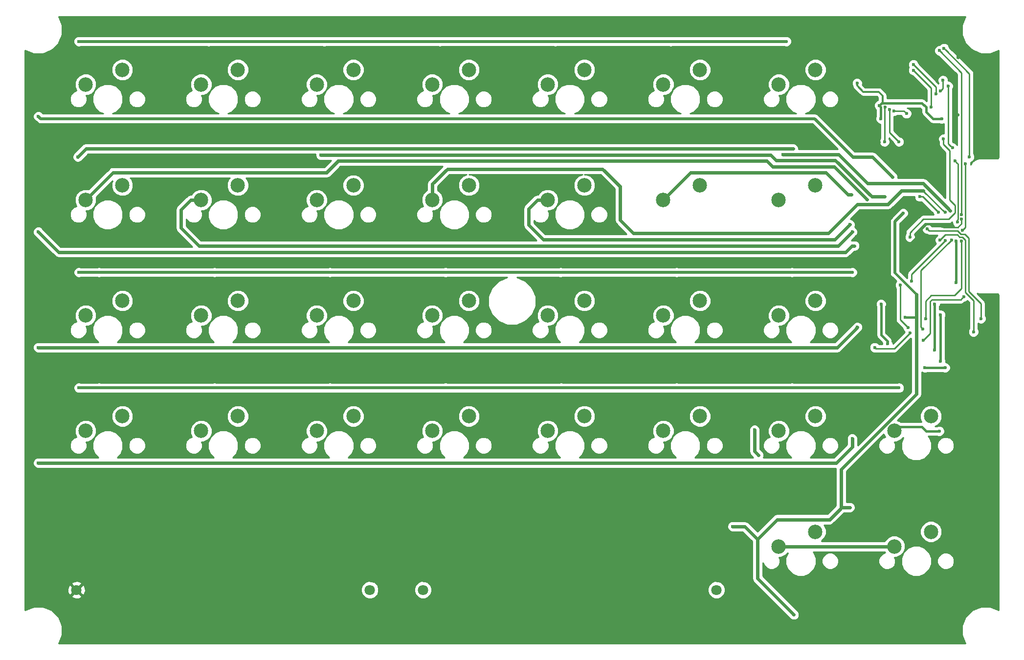
<source format=gbl>
G04 #@! TF.FileFunction,Copper,L2,Bot,Signal*
%FSLAX46Y46*%
G04 Gerber Fmt 4.6, Leading zero omitted, Abs format (unit mm)*
G04 Created by KiCad (PCBNEW 4.0.7) date *
%MOMM*%
%LPD*%
G01*
G04 APERTURE LIST*
%ADD10C,0.050000*%
%ADD11C,0.600000*%
%ADD12C,2.500000*%
%ADD13C,1.800000*%
%ADD14C,0.250000*%
%ADD15C,0.600000*%
%ADD16C,0.300000*%
%ADD17C,0.400000*%
%ADD18C,0.500000*%
%ADD19C,0.254000*%
G04 APERTURE END LIST*
D10*
D11*
X143900000Y92600000D03*
X157200000Y104300000D03*
X150600000Y87700000D03*
X148500000Y90500000D03*
X148600000Y87500000D03*
X162200000Y92300000D03*
X167500000Y60000000D03*
X167500000Y42500000D03*
X167500000Y30000000D03*
X167500000Y17500000D03*
X155000000Y22500000D03*
X160000000Y30000000D03*
X145000000Y15000000D03*
X145000000Y20000000D03*
X125000000Y17500000D03*
X115000000Y17500000D03*
X90000000Y17500000D03*
X65000000Y17500000D03*
X40000000Y17500000D03*
X15000000Y17500000D03*
X15000000Y27500000D03*
X30000000Y27500000D03*
X35000000Y27500000D03*
X50000000Y27500000D03*
X55000000Y27500000D03*
X70000000Y27500000D03*
X75000000Y27500000D03*
X90000000Y27500000D03*
X95000000Y27500000D03*
X110000000Y27500000D03*
X115000000Y27500000D03*
X122500000Y27500000D03*
X122500000Y40000000D03*
X110000000Y40000000D03*
X100000000Y40000000D03*
X90000000Y40000000D03*
X80000000Y40000000D03*
X70000000Y40000000D03*
X60000000Y40000000D03*
X50000000Y40000000D03*
X40000000Y40000000D03*
X30000000Y40000000D03*
X20000000Y40000000D03*
X10500000Y41500000D03*
X8500000Y43500000D03*
X10000000Y48500000D03*
X15000000Y48500000D03*
X30000000Y48500000D03*
X35000000Y48500000D03*
X50000000Y48500000D03*
X55000000Y48500000D03*
X70000000Y48500000D03*
X75000000Y48500000D03*
X90000000Y48500000D03*
X95000000Y48500000D03*
X110000000Y48500000D03*
X115000000Y48500000D03*
X125000000Y48500000D03*
X130000000Y48500000D03*
X135000000Y48500000D03*
X140000000Y48500000D03*
X130000000Y67000000D03*
X135000000Y60000000D03*
X130000000Y60000000D03*
X125000000Y60000000D03*
X120000000Y60000000D03*
X115000000Y60000000D03*
X110000000Y60000000D03*
X100000000Y60000000D03*
X90000000Y60000000D03*
X80000000Y60000000D03*
X70000000Y60000000D03*
X60000000Y60000000D03*
X50000000Y60000000D03*
X40000000Y60000000D03*
X30000000Y60000000D03*
X20000000Y60000000D03*
X7750000Y63000000D03*
X10500000Y61250000D03*
X7500000Y83500000D03*
X10500000Y81750000D03*
X135000000Y67000000D03*
X125000000Y67000000D03*
X115000000Y67000000D03*
X110000000Y67000000D03*
X95000000Y67000000D03*
X90000000Y67000000D03*
X75000000Y67000000D03*
X70000000Y67000000D03*
X55000000Y67000000D03*
X50000000Y67000000D03*
X35000000Y67000000D03*
X30000000Y67000000D03*
X15000000Y67000000D03*
X10000000Y67000000D03*
X10000000Y72500000D03*
X17500000Y72500000D03*
X25000000Y72500000D03*
X30000000Y72500000D03*
X37500000Y72500000D03*
X50000000Y72500000D03*
X57500000Y72500000D03*
X70000000Y72500000D03*
X77500000Y72500000D03*
X90250000Y72750000D03*
X85000000Y72500000D03*
X101000000Y72500000D03*
X101000000Y80000000D03*
X95000000Y80000000D03*
X90000000Y80000000D03*
X80000000Y80000000D03*
X70000000Y80000000D03*
X60000000Y80000000D03*
X50000000Y80000000D03*
X40000000Y80000000D03*
X30000000Y80000000D03*
X20000000Y80000000D03*
X50000000Y84500000D03*
X20000000Y85050000D03*
X30000000Y84500000D03*
X10000000Y89000000D03*
X15000000Y89000000D03*
X30000000Y89000000D03*
X35000000Y89000000D03*
X50000000Y89000000D03*
X55000000Y89000000D03*
X70000000Y89000000D03*
X75000000Y89000000D03*
X90000000Y89000000D03*
X95000000Y89000000D03*
X110000000Y89000000D03*
X115000000Y89000000D03*
X125000000Y89000000D03*
X125000000Y93000000D03*
X105000000Y93000000D03*
X85000000Y93000000D03*
X65000000Y93000000D03*
X45000000Y93000000D03*
X25000000Y93000000D03*
X15000000Y102500000D03*
X20000000Y102500000D03*
X35000000Y102500000D03*
X40000000Y102500000D03*
X55000000Y102500000D03*
X60000000Y102500000D03*
X75000000Y102500000D03*
X80000000Y102500000D03*
X95000000Y102500000D03*
X100000000Y102500000D03*
X115000000Y102500000D03*
X122500000Y102500000D03*
X132500000Y102500000D03*
X140500000Y57000000D03*
X140500000Y63500000D03*
X140500000Y66500000D03*
X156000000Y68000000D03*
X153000000Y65000000D03*
X150000000Y68000000D03*
X146000000Y64500000D03*
X162500000Y1500000D03*
X147500000Y1500000D03*
X125000000Y1500000D03*
X112500000Y1500000D03*
X97500000Y1500000D03*
X82500000Y1500000D03*
X67500000Y1500000D03*
X52500000Y1500000D03*
X37500000Y1500000D03*
X22500000Y1500000D03*
X7500000Y1500000D03*
X1500000Y7500000D03*
X1500000Y15000000D03*
X1500000Y27500000D03*
X1500000Y40000000D03*
X1500000Y52500000D03*
X1500000Y65000000D03*
X1500000Y77500000D03*
X1500000Y90000000D03*
X1500000Y102500000D03*
X7500000Y108750000D03*
X12500000Y108750000D03*
X27500000Y108750000D03*
X42500000Y108750000D03*
X57500000Y108750000D03*
X72500000Y108750000D03*
X87500000Y108750000D03*
X102500000Y108750000D03*
X117500000Y108750000D03*
X132500000Y108750000D03*
X145500000Y106000000D03*
X151500000Y106750000D03*
X153500000Y108750000D03*
X162500000Y109000000D03*
X164750000Y103000000D03*
X162250000Y106500000D03*
X155200000Y104250000D03*
X159500000Y105500000D03*
X155500000Y101750000D03*
X151750000Y102750000D03*
X143500000Y102000000D03*
X143500000Y99000000D03*
X146400000Y92800000D03*
X140750000Y86500000D03*
X141000000Y89750000D03*
X143500000Y87250000D03*
X148000000Y86250000D03*
X150750000Y86000000D03*
X154250000Y86500000D03*
X165250000Y84800000D03*
X165250000Y91250000D03*
X168500000Y90500000D03*
D12*
X137540000Y80080000D03*
X131190000Y77540000D03*
X117540000Y60080000D03*
X111190000Y57540000D03*
X97540000Y80080000D03*
X91190000Y77540000D03*
X117540000Y100080000D03*
X111190000Y97540000D03*
X17540000Y40080000D03*
X11190000Y37540000D03*
X37540000Y40080000D03*
X31190000Y37540000D03*
X57540000Y40080000D03*
X51190000Y37540000D03*
X77540000Y40080000D03*
X71190000Y37540000D03*
X97540000Y40080000D03*
X91190000Y37540000D03*
X117540000Y40080000D03*
X111190000Y37540000D03*
X137540000Y40080000D03*
X131190000Y37540000D03*
X157540000Y40080000D03*
X151190000Y37540000D03*
X17540000Y60080000D03*
X11190000Y57540000D03*
X37540000Y60080000D03*
X31190000Y57540000D03*
X57540000Y60080000D03*
X51190000Y57540000D03*
X77540000Y60080000D03*
X71190000Y57540000D03*
X97540000Y60080000D03*
X91190000Y57540000D03*
X137540000Y60080000D03*
X131190000Y57540000D03*
X157540000Y20080000D03*
X151190000Y17540000D03*
X17540000Y80080000D03*
X11190000Y77540000D03*
X37540000Y80080000D03*
X31190000Y77540000D03*
X57540000Y80080000D03*
X51190000Y77540000D03*
X77540000Y80080000D03*
X71190000Y77540000D03*
X117540000Y80080000D03*
X111190000Y77540000D03*
X137540000Y20080000D03*
X131190000Y17540000D03*
X17540000Y100080000D03*
X11190000Y97540000D03*
X37540000Y100080000D03*
X31190000Y97540000D03*
X57540000Y100080000D03*
X51190000Y97540000D03*
X77540000Y100080000D03*
X71190000Y97540000D03*
X97540000Y100080000D03*
X91190000Y97540000D03*
X137540000Y100080000D03*
X131190000Y97540000D03*
D11*
X168500000Y85500000D03*
D13*
X120400000Y10000000D03*
X69600000Y10000000D03*
X60400000Y10000000D03*
X9600000Y10000000D03*
D11*
X147500000Y54600000D03*
X163000000Y55200000D03*
X159600000Y73000000D03*
X6350000Y94000000D03*
X135100000Y2400000D03*
X150150000Y74050000D03*
X153100000Y69600000D03*
X162850000Y74200000D03*
X165500000Y101500000D03*
X162250000Y102250000D03*
X148250000Y95000000D03*
X150287500Y95537500D03*
X155062500Y97262500D03*
X155062500Y95537500D03*
X153337500Y97262500D03*
X153337500Y95537500D03*
X148600000Y93899994D03*
X144750000Y97750000D03*
X148874980Y91600000D03*
X159400000Y91600000D03*
X143500000Y24300000D03*
X153100000Y57200000D03*
X123200000Y21000000D03*
X152750000Y75250000D03*
X155000000Y61200000D03*
X155000000Y49050020D03*
X133800000Y5700000D03*
X159622654Y98275020D03*
X159199984Y96400000D03*
X160000000Y48500000D03*
X156500000Y48500000D03*
X158200000Y59500000D03*
X148900000Y59500000D03*
X150000000Y52600000D03*
X158200000Y51500000D03*
X159200000Y49600000D03*
X159200000Y57600000D03*
X152000000Y45000000D03*
X133500000Y45000000D03*
X113500000Y45000000D03*
X93500000Y45000000D03*
X73500000Y45000000D03*
X53500000Y45000000D03*
X33500000Y45000000D03*
X13500000Y45000000D03*
X10000000Y45000000D03*
X143900000Y65000000D03*
X93400000Y65002540D03*
X113500000Y65002540D03*
X13500000Y65002540D03*
X33500000Y65002540D03*
X53500000Y65002540D03*
X73500000Y65002540D03*
X133500000Y65002540D03*
X10000520Y65002540D03*
X127000000Y37700000D03*
X127700010Y33300000D03*
X127000000Y86400000D03*
X14400000Y86400000D03*
X34400000Y86400000D03*
X54400000Y86400000D03*
X74400000Y86400000D03*
X94400000Y86400000D03*
X114400000Y86400000D03*
X133700000Y86400000D03*
X9840000Y85002540D03*
X132500000Y105002540D03*
X112500000Y105002540D03*
X92500000Y105002540D03*
X72500000Y105002540D03*
X52500000Y105002540D03*
X32500000Y105002540D03*
X10000000Y105002540D03*
X161250000Y86550000D03*
X160500000Y97250000D03*
X160000000Y70500000D03*
X154200000Y63500000D03*
X156100000Y55200000D03*
X161100000Y70600000D03*
X147800000Y52000000D03*
X153900000Y54500000D03*
X163199992Y60800000D03*
X156200000Y53200000D03*
X156600000Y57000000D03*
X162800000Y70400000D03*
X152200026Y62800000D03*
X153600000Y55400000D03*
X166200000Y57000000D03*
X156900000Y72500000D03*
X159100000Y70600000D03*
X164900000Y54700000D03*
X154500000Y100000000D03*
X157600000Y93600000D03*
X154500000Y101000000D03*
X158400000Y95900000D03*
X162825010Y75000010D03*
X159000000Y103400000D03*
X159800000Y103800000D03*
X164200000Y84999996D03*
X161700000Y84300000D03*
X162148855Y73700764D03*
X149600000Y93600000D03*
X149500000Y87600000D03*
X163500000Y83800000D03*
X163000000Y72300000D03*
X150395253Y93212869D03*
X152000000Y87600000D03*
X151161092Y92981547D03*
X153300000Y92500000D03*
X159700000Y88100000D03*
X153900000Y71100000D03*
X143900000Y36200000D03*
X3000000Y32000000D03*
X144800000Y55500000D03*
X3000000Y52000000D03*
X144300000Y69600000D03*
X3000000Y72000000D03*
X150900000Y81500000D03*
X3000000Y92000000D03*
X159000000Y37500000D03*
X161900000Y63200000D03*
X161900000Y70400000D03*
X131900000Y85400000D03*
X160900000Y75700000D03*
X143799999Y78500005D03*
X143500000Y73300000D03*
X160000000Y75400000D03*
X51899994Y85300000D03*
X155600000Y78099980D03*
X149500000Y78100000D03*
X158800000Y75400000D03*
X143900000Y72000000D03*
X146444982Y77655018D03*
D14*
X153100000Y73950000D02*
X153900000Y74750000D01*
X153900000Y74750000D02*
X153900000Y75600000D01*
X153900000Y75600000D02*
X153300000Y76200000D01*
X151950000Y76200000D02*
X150150000Y74400000D01*
X153300000Y76200000D02*
X151950000Y76200000D01*
X150150000Y74400000D02*
X150150000Y74050000D01*
X162850000Y74200000D02*
X162850000Y73450000D01*
X162850000Y73450000D02*
X162200000Y72800000D01*
X162200000Y72800000D02*
X159800000Y72800000D01*
X159800000Y72800000D02*
X159600000Y73000000D01*
X156699999Y73299999D02*
X159300001Y73299999D01*
X154950000Y71550000D02*
X156699999Y73299999D01*
X159300001Y73299999D02*
X159600000Y73000000D01*
X153524264Y69600000D02*
X154950000Y71025736D01*
X153100000Y69600000D02*
X153524264Y69600000D01*
X154950000Y71025736D02*
X154950000Y71550000D01*
D15*
X160800000Y107000000D02*
X162250000Y105550000D01*
X162250000Y105550000D02*
X162250000Y102250000D01*
D16*
X162250000Y102250000D02*
X164750000Y102250000D01*
X164750000Y102250000D02*
X165500000Y101500000D01*
D17*
X145750000Y92500000D02*
X144250000Y92500000D01*
X148250000Y95000000D02*
X145750000Y92500000D01*
D14*
X153337500Y95537500D02*
X150287500Y95537500D01*
X155062500Y95537500D02*
X155062500Y97262500D01*
X153337500Y95537500D02*
X155062500Y95537500D01*
X155062500Y97262500D02*
X153337500Y97262500D01*
X153337500Y97262500D02*
X153337500Y95537500D01*
D17*
X148874980Y93625014D02*
X148600000Y93899994D01*
X149000008Y94300002D02*
X148899999Y94199993D01*
X149147692Y94300002D02*
X149000008Y94300002D01*
X148874980Y91600000D02*
X148874980Y93625014D01*
X148899999Y94199993D02*
X148600000Y93899994D01*
D16*
X148500000Y96250000D02*
X149147692Y95602308D01*
X149147692Y95602308D02*
X149147692Y94300002D01*
X145825736Y96250000D02*
X148500000Y96250000D01*
X144750000Y97750000D02*
X144750000Y97325736D01*
X144750000Y97325736D02*
X145825736Y96250000D01*
D17*
X155999998Y94300002D02*
X149147692Y94300002D01*
X156700000Y93600000D02*
X155999998Y94300002D01*
X159400000Y91600000D02*
X157900000Y91600000D01*
X157900000Y91600000D02*
X156700000Y92800000D01*
X156700000Y92800000D02*
X156700000Y93600000D01*
D15*
X143075736Y24300000D02*
X143500000Y24300000D01*
X142000000Y24200000D02*
X142100000Y24300000D01*
X142100000Y24300000D02*
X143075736Y24300000D01*
X142000000Y24200000D02*
X142000000Y30900000D01*
X142000000Y30900000D02*
X155000000Y43900000D01*
X155000000Y48625756D02*
X155000000Y49050020D01*
X155000000Y43900000D02*
X155000000Y48625756D01*
X155000000Y49050020D02*
X155000000Y57200000D01*
X155000000Y57200000D02*
X155000000Y61200000D01*
D17*
X153100000Y57200000D02*
X155000000Y57200000D01*
D15*
X123200000Y21000000D02*
X125300000Y21000000D01*
X125300000Y21000000D02*
X127500000Y18800000D01*
D18*
X151300000Y73800000D02*
X152750000Y75250000D01*
X151300000Y64900000D02*
X151300000Y73800000D01*
D17*
X155000000Y61200000D02*
X151300000Y64900000D01*
D15*
X130900000Y22200000D02*
X140000000Y22200000D01*
X140000000Y22200000D02*
X142000000Y24200000D01*
X127500000Y18800000D02*
X130900000Y22200000D01*
X127500000Y12000000D02*
X127500000Y18800000D01*
X133800000Y5700000D02*
X127500000Y12000000D01*
D14*
X159622654Y97850756D02*
X159622654Y98275020D01*
X159622654Y96822670D02*
X159622654Y97850756D01*
X159199984Y96400000D02*
X159622654Y96822670D01*
D17*
X156500000Y48500000D02*
X160000000Y48500000D01*
X158200000Y51500000D02*
X158200000Y59500000D01*
X148900000Y59500000D02*
X148900000Y54124264D01*
X148900000Y54124264D02*
X150000000Y53024264D01*
X150000000Y53024264D02*
X150000000Y52600000D01*
X159200000Y57600000D02*
X159200000Y49600000D01*
D18*
X148000000Y45000000D02*
X152000000Y45000000D01*
X133500000Y45000000D02*
X148000000Y45000000D01*
X113500000Y45000000D02*
X133500000Y45000000D01*
X93500000Y45000000D02*
X113500000Y45000000D01*
X73500000Y45000000D02*
X93500000Y45000000D01*
X53500000Y45000000D02*
X73500000Y45000000D01*
X33500000Y45000000D02*
X53500000Y45000000D01*
X13500000Y45000000D02*
X33500000Y45000000D01*
X10000000Y45000000D02*
X13500000Y45000000D01*
X143897460Y65002540D02*
X143900000Y65000000D01*
X133500000Y65002540D02*
X143897460Y65002540D01*
X73500000Y65002540D02*
X93400000Y65002540D01*
X93400000Y65002540D02*
X113500000Y65002540D01*
X113500000Y65002540D02*
X133500000Y65002540D01*
X10000520Y65002540D02*
X13500000Y65002540D01*
X13500000Y65002540D02*
X33500000Y65002540D01*
X33500000Y65002540D02*
X53500000Y65002540D01*
X53500000Y65002540D02*
X73500000Y65002540D01*
D15*
X127000000Y37275736D02*
X127000000Y37700000D01*
X127000000Y34000010D02*
X127000000Y37275736D01*
X127700010Y33300000D02*
X127000000Y34000010D01*
X127000000Y86400000D02*
X133700000Y86400000D01*
X114400000Y86400000D02*
X127000000Y86400000D01*
X11237460Y86400000D02*
X14400000Y86400000D01*
X14400000Y86400000D02*
X34400000Y86400000D01*
X34400000Y86400000D02*
X54400000Y86400000D01*
X54400000Y86400000D02*
X74400000Y86400000D01*
X74400000Y86400000D02*
X94400000Y86400000D01*
X94400000Y86400000D02*
X114400000Y86400000D01*
X9840000Y85002540D02*
X11237460Y86400000D01*
D18*
X112500000Y105002540D02*
X132500000Y105002540D01*
X92500000Y105002540D02*
X112500000Y105002540D01*
X72500000Y105002540D02*
X92500000Y105002540D01*
X52500000Y105002540D02*
X72500000Y105002540D01*
X32500000Y105002540D02*
X52500000Y105002540D01*
X10000000Y105002540D02*
X32500000Y105002540D01*
D14*
X160950001Y86849999D02*
X161250000Y86550000D01*
X160500000Y87300000D02*
X160950001Y86849999D01*
X160500000Y97250000D02*
X160500000Y87300000D01*
X154200000Y64700000D02*
X159700001Y70200001D01*
X159700001Y70200001D02*
X160000000Y70500000D01*
X154200000Y63500000D02*
X154200000Y64700000D01*
X155800001Y55499999D02*
X156100000Y55200000D01*
X161100000Y70600000D02*
X155800001Y65300001D01*
X155800001Y65300001D02*
X155800001Y55499999D01*
X151200000Y51800000D02*
X148000000Y51800000D01*
X148000000Y51800000D02*
X147800000Y52000000D01*
X153900000Y54500000D02*
X151200000Y51800000D01*
X157400000Y60000000D02*
X157700001Y60300001D01*
X157400000Y54400000D02*
X157400000Y60000000D01*
X162899993Y60500001D02*
X163199992Y60800000D01*
X156200000Y53200000D02*
X157400000Y54400000D01*
X157700001Y60300001D02*
X162699993Y60300001D01*
X162699993Y60300001D02*
X162899993Y60500001D01*
X157600000Y61000000D02*
X156600000Y60000000D01*
X156600000Y60000000D02*
X156600000Y57000000D01*
X161600000Y61000000D02*
X157600000Y61000000D01*
X162800000Y62200000D02*
X161600000Y61000000D01*
X162800000Y70400000D02*
X162800000Y62200000D01*
X152200026Y62375736D02*
X152200026Y62800000D01*
X152200026Y56799974D02*
X152200026Y62375736D01*
X153600000Y55400000D02*
X152200026Y56799974D01*
X166200000Y57000000D02*
X166200000Y59600000D01*
X166200000Y59600000D02*
X164100000Y61700000D01*
X162700000Y71600000D02*
X162100000Y72200000D01*
X164100000Y61700000D02*
X164100000Y70900000D01*
X164100000Y70900000D02*
X163400000Y71600000D01*
X163400000Y71600000D02*
X162700000Y71600000D01*
X162100000Y72200000D02*
X157200000Y72200000D01*
X157200000Y72200000D02*
X156900000Y72500000D01*
X162500000Y71100000D02*
X162100000Y71500000D01*
X162100000Y71500000D02*
X160000000Y71500000D01*
X164900000Y54700000D02*
X164900000Y60125006D01*
X160000000Y71500000D02*
X159399999Y70899999D01*
X163000000Y71100000D02*
X162500000Y71100000D01*
X163500000Y61525006D02*
X163500000Y70600000D01*
X159399999Y70899999D02*
X159100000Y70600000D01*
X163500000Y70600000D02*
X163000000Y71100000D01*
X164900000Y60125006D02*
X163500000Y61525006D01*
X157600000Y96900000D02*
X154799999Y99700001D01*
X154799999Y99700001D02*
X154500000Y100000000D01*
X157600000Y93600000D02*
X157600000Y96900000D01*
X154799999Y100700001D02*
X154500000Y101000000D01*
X158400000Y97100000D02*
X154799999Y100700001D01*
X158400000Y95900000D02*
X158400000Y97100000D01*
X162825010Y75424274D02*
X162825010Y75000010D01*
X162825010Y99574990D02*
X162825010Y75424274D01*
X159000000Y103400000D02*
X162825010Y99574990D01*
X160099999Y103500001D02*
X159800000Y103800000D01*
X164200000Y99400000D02*
X160099999Y103500001D01*
X164200000Y84999996D02*
X164200000Y99400000D01*
X161999999Y84000001D02*
X161700000Y84300000D01*
X162200000Y74176173D02*
X162200000Y83800000D01*
X162200000Y83800000D02*
X161999999Y84000001D01*
X162148855Y74125028D02*
X162200000Y74176173D01*
X162148855Y73700764D02*
X162148855Y74125028D01*
X149500000Y87600000D02*
X149500000Y93500000D01*
X149500000Y93500000D02*
X149600000Y93600000D01*
X163500000Y83375736D02*
X163500000Y83800000D01*
X163000000Y72300000D02*
X163500000Y72800000D01*
X163500000Y72800000D02*
X163500000Y83375736D01*
X150395253Y92788605D02*
X150395253Y93212869D01*
X152000000Y87600000D02*
X150395253Y89204747D01*
X150395253Y89204747D02*
X150395253Y92788605D01*
X151585356Y92981547D02*
X151161092Y92981547D01*
X152818453Y92981547D02*
X151585356Y92981547D01*
X153300000Y92500000D02*
X152818453Y92981547D01*
X153900000Y71100000D02*
X153900000Y71900000D01*
X153900000Y71900000D02*
X156200000Y74200000D01*
X156200000Y74200000D02*
X160600000Y74200000D01*
X160600000Y74200000D02*
X161700000Y75300000D01*
X161700000Y75300000D02*
X161700000Y76600000D01*
X161700000Y76600000D02*
X160800000Y77500000D01*
X160800000Y77500000D02*
X160800000Y86100000D01*
X160800000Y86100000D02*
X159700000Y87200000D01*
X159700000Y87200000D02*
X159700000Y88100000D01*
D15*
X143900000Y34800000D02*
X143900000Y36200000D01*
X141100000Y32000000D02*
X143900000Y34800000D01*
X3000000Y32000000D02*
X141100000Y32000000D01*
X3000000Y52000000D02*
X141300000Y52000000D01*
X141300000Y52000000D02*
X144500001Y55200001D01*
X144500001Y55200001D02*
X144800000Y55500000D01*
X3000000Y72000000D02*
X6500000Y68500000D01*
X143875736Y69600000D02*
X144300000Y69600000D01*
X6500000Y68500000D02*
X142775736Y68500000D01*
X142775736Y68500000D02*
X143875736Y69600000D01*
X150600001Y81799999D02*
X150900000Y81500000D01*
X147400000Y85000000D02*
X150600001Y81799999D01*
X144000000Y85000000D02*
X147400000Y85000000D01*
D18*
X3000000Y92000000D02*
X3400000Y91600000D01*
X3400000Y91600000D02*
X137400000Y91600000D01*
X137400000Y91600000D02*
X144000000Y85000000D01*
D17*
X151250000Y37600000D02*
X151900000Y38250000D01*
X151900000Y38250000D02*
X156000000Y38250000D01*
X156000000Y38250000D02*
X156750000Y37500000D01*
X156750000Y37500000D02*
X159000000Y37500000D01*
D14*
X151250000Y37600000D02*
X151190000Y37540000D01*
D17*
X161900000Y70400000D02*
X161900000Y63200000D01*
D15*
X151190000Y17540000D02*
X131190000Y17540000D01*
X132499996Y85400000D02*
X131900000Y85400000D01*
X141600000Y85400000D02*
X132499996Y85400000D01*
X146600000Y80400000D02*
X141600000Y85400000D01*
X156200000Y80400000D02*
X146600000Y80400000D01*
X160900000Y75700000D02*
X156200000Y80400000D01*
X143799999Y78500005D02*
X143200001Y78500005D01*
X143200001Y78500005D02*
X139400006Y82300000D01*
X115950000Y82300000D02*
X139400006Y82300000D01*
X111190000Y77540000D02*
X115950000Y82300000D01*
X143200001Y73000001D02*
X143500000Y73300000D01*
X140900000Y70700000D02*
X143200001Y73000001D01*
X90400000Y70700000D02*
X140900000Y70700000D01*
X87900000Y73200000D02*
X90400000Y70700000D01*
X87900000Y76017766D02*
X87900000Y73200000D01*
X89422234Y77540000D02*
X87900000Y76017766D01*
X91190000Y77540000D02*
X89422234Y77540000D01*
X156200000Y79100000D02*
X152400000Y79100000D01*
D14*
X156300000Y79000000D02*
X156200000Y79100000D01*
D15*
X150100000Y76800000D02*
X144800000Y76800000D01*
X139800000Y71800000D02*
X106000000Y71800000D01*
X152400000Y79100000D02*
X150100000Y76800000D01*
X73800000Y82900000D02*
X71190000Y80290000D01*
X144800000Y76800000D02*
X139800000Y71800000D01*
X71190000Y80290000D02*
X71190000Y77540000D01*
X106000000Y71800000D02*
X103700000Y74100000D01*
X103700000Y74100000D02*
X103700000Y79900000D01*
X103700000Y79900000D02*
X100700000Y82900000D01*
X100700000Y82900000D02*
X73800000Y82900000D01*
D14*
X160000000Y75400000D02*
X159900000Y75400000D01*
X159900000Y75400000D02*
X156300000Y79000000D01*
D15*
X52324258Y85300000D02*
X51899994Y85300000D01*
X129800000Y85300000D02*
X52324258Y85300000D01*
X130700000Y84400000D02*
X129800000Y85300000D01*
X141000000Y84400000D02*
X130700000Y84400000D01*
X149500000Y78100000D02*
X147300000Y78100000D01*
X147300000Y78100000D02*
X141000000Y84400000D01*
D14*
X156100020Y78099980D02*
X156024264Y78099980D01*
X158800000Y75400000D02*
X156100020Y78099980D01*
X156024264Y78099980D02*
X155600000Y78099980D01*
D15*
X27700000Y75817766D02*
X27700000Y72700000D01*
X31190000Y77540000D02*
X29422234Y77540000D01*
X143600001Y71700001D02*
X143900000Y72000000D01*
X141500000Y69600000D02*
X143600001Y71700001D01*
X30800000Y69600000D02*
X141500000Y69600000D01*
X27700000Y72700000D02*
X30800000Y69600000D01*
X29422234Y77540000D02*
X27700000Y75817766D01*
X31190000Y77540000D02*
X31650000Y78000000D01*
X129100000Y84300000D02*
X130100000Y83300000D01*
X52900000Y82300000D02*
X54900000Y84300000D01*
X140800000Y83300000D02*
X146144983Y77955017D01*
X54900000Y84300000D02*
X129100000Y84300000D01*
X15950000Y82300000D02*
X52900000Y82300000D01*
X11190000Y77540000D02*
X15950000Y82300000D01*
X130100000Y83300000D02*
X140800000Y83300000D01*
X146144983Y77955017D02*
X146444982Y77655018D01*
D19*
G36*
X162873718Y107824513D02*
X162872285Y106182690D01*
X163499259Y104665296D01*
X164659190Y103503340D01*
X166175487Y102873718D01*
X167817310Y102872285D01*
X169290000Y103480788D01*
X169290000Y85069930D01*
X169255074Y84894345D01*
X169195225Y84804774D01*
X169105655Y84744926D01*
X168930070Y84710000D01*
X166000000Y84710000D01*
X165931416Y84696358D01*
X165478804Y84620238D01*
X165406632Y84590343D01*
X165222862Y84514223D01*
X164898438Y84297451D01*
X164783354Y84182366D01*
X164702549Y84101561D01*
X164485776Y83777138D01*
X164435581Y83655954D01*
X164434874Y83654247D01*
X164435162Y83985167D01*
X164399754Y84070861D01*
X164728943Y84206879D01*
X164992192Y84469669D01*
X165134838Y84813197D01*
X165135162Y85185163D01*
X164993117Y85528939D01*
X164960000Y85562114D01*
X164960000Y99400000D01*
X164902148Y99690839D01*
X164737401Y99937401D01*
X160735122Y103939680D01*
X160735162Y103985167D01*
X160593117Y104328943D01*
X160330327Y104592192D01*
X159986799Y104734838D01*
X159614833Y104735162D01*
X159271057Y104593117D01*
X159012479Y104334990D01*
X158814833Y104335162D01*
X158471057Y104193117D01*
X158207808Y103930327D01*
X158065162Y103586799D01*
X158064838Y103214833D01*
X158206883Y102871057D01*
X158469673Y102607808D01*
X158813201Y102465162D01*
X158860077Y102465121D01*
X162065010Y99260188D01*
X162065010Y87025958D01*
X162043117Y87078943D01*
X161780327Y87342192D01*
X161436799Y87484838D01*
X161389923Y87484879D01*
X161260000Y87614802D01*
X161260000Y96687537D01*
X161292192Y96719673D01*
X161434838Y97063201D01*
X161435162Y97435167D01*
X161293117Y97778943D01*
X161030327Y98042192D01*
X160686799Y98184838D01*
X160557576Y98184951D01*
X160557816Y98460187D01*
X160415771Y98803963D01*
X160152981Y99067212D01*
X159809453Y99209858D01*
X159437487Y99210182D01*
X159093711Y99068137D01*
X158830462Y98805347D01*
X158687816Y98461819D01*
X158687492Y98089853D01*
X158829537Y97746077D01*
X158862654Y97712902D01*
X158862654Y97712148D01*
X155435122Y101139680D01*
X155435162Y101185167D01*
X155293117Y101528943D01*
X155030327Y101792192D01*
X154686799Y101934838D01*
X154314833Y101935162D01*
X153971057Y101793117D01*
X153707808Y101530327D01*
X153565162Y101186799D01*
X153564838Y100814833D01*
X153695069Y100499649D01*
X153565162Y100186799D01*
X153564838Y99814833D01*
X153706883Y99471057D01*
X153969673Y99207808D01*
X154313201Y99065162D01*
X154360077Y99065121D01*
X156840000Y96585198D01*
X156840000Y94640868D01*
X156590432Y94890436D01*
X156319539Y95071441D01*
X155999998Y95135002D01*
X149932692Y95135002D01*
X149932692Y95602308D01*
X149872937Y95902714D01*
X149702771Y96157387D01*
X149055079Y96805079D01*
X148800407Y96975245D01*
X148500000Y97035000D01*
X146150894Y97035000D01*
X145666604Y97519290D01*
X145684838Y97563201D01*
X145685162Y97935167D01*
X145543117Y98278943D01*
X145280327Y98542192D01*
X144936799Y98684838D01*
X144564833Y98685162D01*
X144221057Y98543117D01*
X143957808Y98280327D01*
X143815162Y97936799D01*
X143814838Y97564833D01*
X143956883Y97221057D01*
X143993023Y97184853D01*
X144024755Y97025329D01*
X144194921Y96770657D01*
X145270657Y95694921D01*
X145525330Y95524755D01*
X145825736Y95465000D01*
X148174842Y95465000D01*
X148362692Y95277150D01*
X148362692Y94843554D01*
X148311667Y94792529D01*
X148071057Y94693111D01*
X147807808Y94430321D01*
X147665162Y94086793D01*
X147664838Y93714827D01*
X147806883Y93371051D01*
X148039980Y93137547D01*
X148039980Y92027234D01*
X147940142Y91786799D01*
X147939818Y91414833D01*
X148081863Y91071057D01*
X148344653Y90807808D01*
X148688181Y90665162D01*
X148740000Y90665117D01*
X148740000Y88162463D01*
X148707808Y88130327D01*
X148565162Y87786799D01*
X148564838Y87414833D01*
X148706883Y87071057D01*
X148969673Y86807808D01*
X149313201Y86665162D01*
X149685167Y86664838D01*
X150028943Y86806883D01*
X150292192Y87069673D01*
X150434838Y87413201D01*
X150435162Y87785167D01*
X150293117Y88128943D01*
X150260000Y88162118D01*
X150260000Y88265198D01*
X151064878Y87460320D01*
X151064838Y87414833D01*
X151206883Y87071057D01*
X151469673Y86807808D01*
X151813201Y86665162D01*
X152185167Y86664838D01*
X152528943Y86806883D01*
X152792192Y87069673D01*
X152934838Y87413201D01*
X152935162Y87785167D01*
X152793117Y88128943D01*
X152530327Y88392192D01*
X152186799Y88534838D01*
X152139923Y88534879D01*
X151155253Y89519549D01*
X151155253Y92046551D01*
X151346259Y92046385D01*
X151690035Y92188430D01*
X151723210Y92221547D01*
X152403383Y92221547D01*
X152506883Y91971057D01*
X152769673Y91707808D01*
X153113201Y91565162D01*
X153485167Y91564838D01*
X153828943Y91706883D01*
X154092192Y91969673D01*
X154234838Y92313201D01*
X154235162Y92685167D01*
X154093117Y93028943D01*
X153830327Y93292192D01*
X153486799Y93434838D01*
X153439923Y93434879D01*
X153409800Y93465002D01*
X155654130Y93465002D01*
X155865000Y93254132D01*
X155865000Y92800000D01*
X155928561Y92480459D01*
X156101561Y92221547D01*
X156109566Y92209566D01*
X157309566Y91009566D01*
X157580459Y90828561D01*
X157900000Y90765000D01*
X158972766Y90765000D01*
X159213201Y90665162D01*
X159585167Y90664838D01*
X159740000Y90728814D01*
X159740000Y89034966D01*
X159514833Y89035162D01*
X159171057Y88893117D01*
X158907808Y88630327D01*
X158765162Y88286799D01*
X158764838Y87914833D01*
X158906883Y87571057D01*
X158940000Y87537882D01*
X158940000Y87200000D01*
X158997852Y86909161D01*
X159162599Y86662599D01*
X160040000Y85785198D01*
X160040000Y77882290D01*
X156861145Y81061145D01*
X156557809Y81263827D01*
X156200000Y81335000D01*
X151834857Y81335000D01*
X151835162Y81685167D01*
X151693117Y82028943D01*
X151430327Y82292192D01*
X151429935Y82292355D01*
X148061145Y85661145D01*
X147757809Y85863827D01*
X147400000Y85935000D01*
X144316579Y85935000D01*
X138025790Y92225790D01*
X137894969Y92313201D01*
X137738675Y92417633D01*
X137651366Y92435000D01*
X137400000Y92485001D01*
X137399995Y92485000D01*
X135813362Y92485000D01*
X136490658Y92764853D01*
X137232542Y93505443D01*
X137634542Y94473567D01*
X137634744Y94705911D01*
X138594743Y94705911D01*
X138820344Y94159914D01*
X139237717Y93741812D01*
X139783319Y93515258D01*
X140374089Y93514743D01*
X140920086Y93740344D01*
X141338188Y94157717D01*
X141564742Y94703319D01*
X141565257Y95294089D01*
X141339656Y95840086D01*
X140922283Y96258188D01*
X140376681Y96484742D01*
X139785911Y96485257D01*
X139239914Y96259656D01*
X138821812Y95842283D01*
X138595258Y95296681D01*
X138594743Y94705911D01*
X137634744Y94705911D01*
X137635457Y95521834D01*
X137235147Y96490658D01*
X136494557Y97232542D01*
X135526433Y97634542D01*
X134478166Y97635457D01*
X133509342Y97235147D01*
X132817815Y96544827D01*
X133074672Y97163405D01*
X133075326Y97913305D01*
X132788957Y98606372D01*
X132259161Y99137093D01*
X131566595Y99424672D01*
X130816695Y99425326D01*
X130123628Y99138957D01*
X129592907Y98609161D01*
X129305328Y97916595D01*
X129304674Y97166695D01*
X129591043Y96473628D01*
X129593006Y96471661D01*
X129079914Y96259656D01*
X128661812Y95842283D01*
X128435258Y95296681D01*
X128434743Y94705911D01*
X128660344Y94159914D01*
X129077717Y93741812D01*
X129623319Y93515258D01*
X130214089Y93514743D01*
X130760086Y93740344D01*
X131178188Y94157717D01*
X131404742Y94703319D01*
X131405257Y95294089D01*
X131256156Y95654942D01*
X131563305Y95654674D01*
X132256372Y95941043D01*
X132736736Y96420569D01*
X132365458Y95526433D01*
X132364543Y94478166D01*
X132764853Y93509342D01*
X133505443Y92767458D01*
X134185678Y92485000D01*
X115813362Y92485000D01*
X116490658Y92764853D01*
X117232542Y93505443D01*
X117634542Y94473567D01*
X117634744Y94705911D01*
X118594743Y94705911D01*
X118820344Y94159914D01*
X119237717Y93741812D01*
X119783319Y93515258D01*
X120374089Y93514743D01*
X120920086Y93740344D01*
X121338188Y94157717D01*
X121564742Y94703319D01*
X121565257Y95294089D01*
X121339656Y95840086D01*
X120922283Y96258188D01*
X120376681Y96484742D01*
X119785911Y96485257D01*
X119239914Y96259656D01*
X118821812Y95842283D01*
X118595258Y95296681D01*
X118594743Y94705911D01*
X117634744Y94705911D01*
X117635457Y95521834D01*
X117235147Y96490658D01*
X116494557Y97232542D01*
X115526433Y97634542D01*
X114478166Y97635457D01*
X113509342Y97235147D01*
X112817815Y96544827D01*
X113074672Y97163405D01*
X113075326Y97913305D01*
X112788957Y98606372D01*
X112259161Y99137093D01*
X111566595Y99424672D01*
X110816695Y99425326D01*
X110123628Y99138957D01*
X109592907Y98609161D01*
X109305328Y97916595D01*
X109304674Y97166695D01*
X109591043Y96473628D01*
X109593006Y96471661D01*
X109079914Y96259656D01*
X108661812Y95842283D01*
X108435258Y95296681D01*
X108434743Y94705911D01*
X108660344Y94159914D01*
X109077717Y93741812D01*
X109623319Y93515258D01*
X110214089Y93514743D01*
X110760086Y93740344D01*
X111178188Y94157717D01*
X111404742Y94703319D01*
X111405257Y95294089D01*
X111256156Y95654942D01*
X111563305Y95654674D01*
X112256372Y95941043D01*
X112736736Y96420569D01*
X112365458Y95526433D01*
X112364543Y94478166D01*
X112764853Y93509342D01*
X113505443Y92767458D01*
X114185678Y92485000D01*
X95813362Y92485000D01*
X96490658Y92764853D01*
X97232542Y93505443D01*
X97634542Y94473567D01*
X97634744Y94705911D01*
X98594743Y94705911D01*
X98820344Y94159914D01*
X99237717Y93741812D01*
X99783319Y93515258D01*
X100374089Y93514743D01*
X100920086Y93740344D01*
X101338188Y94157717D01*
X101564742Y94703319D01*
X101565257Y95294089D01*
X101339656Y95840086D01*
X100922283Y96258188D01*
X100376681Y96484742D01*
X99785911Y96485257D01*
X99239914Y96259656D01*
X98821812Y95842283D01*
X98595258Y95296681D01*
X98594743Y94705911D01*
X97634744Y94705911D01*
X97635457Y95521834D01*
X97235147Y96490658D01*
X96494557Y97232542D01*
X95526433Y97634542D01*
X94478166Y97635457D01*
X93509342Y97235147D01*
X92817815Y96544827D01*
X93074672Y97163405D01*
X93075326Y97913305D01*
X92788957Y98606372D01*
X92259161Y99137093D01*
X91566595Y99424672D01*
X90816695Y99425326D01*
X90123628Y99138957D01*
X89592907Y98609161D01*
X89305328Y97916595D01*
X89304674Y97166695D01*
X89591043Y96473628D01*
X89593006Y96471661D01*
X89079914Y96259656D01*
X88661812Y95842283D01*
X88435258Y95296681D01*
X88434743Y94705911D01*
X88660344Y94159914D01*
X89077717Y93741812D01*
X89623319Y93515258D01*
X90214089Y93514743D01*
X90760086Y93740344D01*
X91178188Y94157717D01*
X91404742Y94703319D01*
X91405257Y95294089D01*
X91256156Y95654942D01*
X91563305Y95654674D01*
X92256372Y95941043D01*
X92736736Y96420569D01*
X92365458Y95526433D01*
X92364543Y94478166D01*
X92764853Y93509342D01*
X93505443Y92767458D01*
X94185678Y92485000D01*
X75813362Y92485000D01*
X76490658Y92764853D01*
X77232542Y93505443D01*
X77634542Y94473567D01*
X77634744Y94705911D01*
X78594743Y94705911D01*
X78820344Y94159914D01*
X79237717Y93741812D01*
X79783319Y93515258D01*
X80374089Y93514743D01*
X80920086Y93740344D01*
X81338188Y94157717D01*
X81564742Y94703319D01*
X81565257Y95294089D01*
X81339656Y95840086D01*
X80922283Y96258188D01*
X80376681Y96484742D01*
X79785911Y96485257D01*
X79239914Y96259656D01*
X78821812Y95842283D01*
X78595258Y95296681D01*
X78594743Y94705911D01*
X77634744Y94705911D01*
X77635457Y95521834D01*
X77235147Y96490658D01*
X76494557Y97232542D01*
X75526433Y97634542D01*
X74478166Y97635457D01*
X73509342Y97235147D01*
X72817815Y96544827D01*
X73074672Y97163405D01*
X73075326Y97913305D01*
X72788957Y98606372D01*
X72259161Y99137093D01*
X71566595Y99424672D01*
X70816695Y99425326D01*
X70123628Y99138957D01*
X69592907Y98609161D01*
X69305328Y97916595D01*
X69304674Y97166695D01*
X69591043Y96473628D01*
X69593006Y96471661D01*
X69079914Y96259656D01*
X68661812Y95842283D01*
X68435258Y95296681D01*
X68434743Y94705911D01*
X68660344Y94159914D01*
X69077717Y93741812D01*
X69623319Y93515258D01*
X70214089Y93514743D01*
X70760086Y93740344D01*
X71178188Y94157717D01*
X71404742Y94703319D01*
X71405257Y95294089D01*
X71256156Y95654942D01*
X71563305Y95654674D01*
X72256372Y95941043D01*
X72736736Y96420569D01*
X72365458Y95526433D01*
X72364543Y94478166D01*
X72764853Y93509342D01*
X73505443Y92767458D01*
X74185678Y92485000D01*
X55813362Y92485000D01*
X56490658Y92764853D01*
X57232542Y93505443D01*
X57634542Y94473567D01*
X57634744Y94705911D01*
X58594743Y94705911D01*
X58820344Y94159914D01*
X59237717Y93741812D01*
X59783319Y93515258D01*
X60374089Y93514743D01*
X60920086Y93740344D01*
X61338188Y94157717D01*
X61564742Y94703319D01*
X61565257Y95294089D01*
X61339656Y95840086D01*
X60922283Y96258188D01*
X60376681Y96484742D01*
X59785911Y96485257D01*
X59239914Y96259656D01*
X58821812Y95842283D01*
X58595258Y95296681D01*
X58594743Y94705911D01*
X57634744Y94705911D01*
X57635457Y95521834D01*
X57235147Y96490658D01*
X56494557Y97232542D01*
X55526433Y97634542D01*
X54478166Y97635457D01*
X53509342Y97235147D01*
X52817815Y96544827D01*
X53074672Y97163405D01*
X53075326Y97913305D01*
X52788957Y98606372D01*
X52259161Y99137093D01*
X51566595Y99424672D01*
X50816695Y99425326D01*
X50123628Y99138957D01*
X49592907Y98609161D01*
X49305328Y97916595D01*
X49304674Y97166695D01*
X49591043Y96473628D01*
X49593006Y96471661D01*
X49079914Y96259656D01*
X48661812Y95842283D01*
X48435258Y95296681D01*
X48434743Y94705911D01*
X48660344Y94159914D01*
X49077717Y93741812D01*
X49623319Y93515258D01*
X50214089Y93514743D01*
X50760086Y93740344D01*
X51178188Y94157717D01*
X51404742Y94703319D01*
X51405257Y95294089D01*
X51256156Y95654942D01*
X51563305Y95654674D01*
X52256372Y95941043D01*
X52736736Y96420569D01*
X52365458Y95526433D01*
X52364543Y94478166D01*
X52764853Y93509342D01*
X53505443Y92767458D01*
X54185678Y92485000D01*
X35813362Y92485000D01*
X36490658Y92764853D01*
X37232542Y93505443D01*
X37634542Y94473567D01*
X37634744Y94705911D01*
X38594743Y94705911D01*
X38820344Y94159914D01*
X39237717Y93741812D01*
X39783319Y93515258D01*
X40374089Y93514743D01*
X40920086Y93740344D01*
X41338188Y94157717D01*
X41564742Y94703319D01*
X41565257Y95294089D01*
X41339656Y95840086D01*
X40922283Y96258188D01*
X40376681Y96484742D01*
X39785911Y96485257D01*
X39239914Y96259656D01*
X38821812Y95842283D01*
X38595258Y95296681D01*
X38594743Y94705911D01*
X37634744Y94705911D01*
X37635457Y95521834D01*
X37235147Y96490658D01*
X36494557Y97232542D01*
X35526433Y97634542D01*
X34478166Y97635457D01*
X33509342Y97235147D01*
X32817815Y96544827D01*
X33074672Y97163405D01*
X33075326Y97913305D01*
X32788957Y98606372D01*
X32259161Y99137093D01*
X31566595Y99424672D01*
X30816695Y99425326D01*
X30123628Y99138957D01*
X29592907Y98609161D01*
X29305328Y97916595D01*
X29304674Y97166695D01*
X29591043Y96473628D01*
X29593006Y96471661D01*
X29079914Y96259656D01*
X28661812Y95842283D01*
X28435258Y95296681D01*
X28434743Y94705911D01*
X28660344Y94159914D01*
X29077717Y93741812D01*
X29623319Y93515258D01*
X30214089Y93514743D01*
X30760086Y93740344D01*
X31178188Y94157717D01*
X31404742Y94703319D01*
X31405257Y95294089D01*
X31256156Y95654942D01*
X31563305Y95654674D01*
X32256372Y95941043D01*
X32736736Y96420569D01*
X32365458Y95526433D01*
X32364543Y94478166D01*
X32764853Y93509342D01*
X33505443Y92767458D01*
X34185678Y92485000D01*
X15813362Y92485000D01*
X16490658Y92764853D01*
X17232542Y93505443D01*
X17634542Y94473567D01*
X17634744Y94705911D01*
X18594743Y94705911D01*
X18820344Y94159914D01*
X19237717Y93741812D01*
X19783319Y93515258D01*
X20374089Y93514743D01*
X20920086Y93740344D01*
X21338188Y94157717D01*
X21564742Y94703319D01*
X21565257Y95294089D01*
X21339656Y95840086D01*
X20922283Y96258188D01*
X20376681Y96484742D01*
X19785911Y96485257D01*
X19239914Y96259656D01*
X18821812Y95842283D01*
X18595258Y95296681D01*
X18594743Y94705911D01*
X17634744Y94705911D01*
X17635457Y95521834D01*
X17235147Y96490658D01*
X16494557Y97232542D01*
X15526433Y97634542D01*
X14478166Y97635457D01*
X13509342Y97235147D01*
X12817815Y96544827D01*
X13074672Y97163405D01*
X13075326Y97913305D01*
X12788957Y98606372D01*
X12259161Y99137093D01*
X11566595Y99424672D01*
X10816695Y99425326D01*
X10123628Y99138957D01*
X9592907Y98609161D01*
X9305328Y97916595D01*
X9304674Y97166695D01*
X9591043Y96473628D01*
X9593006Y96471661D01*
X9079914Y96259656D01*
X8661812Y95842283D01*
X8435258Y95296681D01*
X8434743Y94705911D01*
X8660344Y94159914D01*
X9077717Y93741812D01*
X9623319Y93515258D01*
X10214089Y93514743D01*
X10760086Y93740344D01*
X11178188Y94157717D01*
X11404742Y94703319D01*
X11405257Y95294089D01*
X11256156Y95654942D01*
X11563305Y95654674D01*
X12256372Y95941043D01*
X12736736Y96420569D01*
X12365458Y95526433D01*
X12364543Y94478166D01*
X12764853Y93509342D01*
X13505443Y92767458D01*
X14185678Y92485000D01*
X3811274Y92485000D01*
X3793117Y92528943D01*
X3530327Y92792192D01*
X3186799Y92934838D01*
X2814833Y92935162D01*
X2471057Y92793117D01*
X2207808Y92530327D01*
X2065162Y92186799D01*
X2064838Y91814833D01*
X2206883Y91471057D01*
X2469673Y91207808D01*
X2590987Y91157434D01*
X2774208Y90974213D01*
X2774210Y90974210D01*
X3061325Y90782367D01*
X3400000Y90715000D01*
X137033420Y90715000D01*
X141413421Y86335000D01*
X134634944Y86335000D01*
X134635162Y86585167D01*
X134493117Y86928943D01*
X134230327Y87192192D01*
X133886799Y87334838D01*
X133514833Y87335162D01*
X133514441Y87335000D01*
X127000816Y87335000D01*
X126814833Y87335162D01*
X126814441Y87335000D01*
X114400816Y87335000D01*
X114214833Y87335162D01*
X114214441Y87335000D01*
X94400816Y87335000D01*
X94214833Y87335162D01*
X94214441Y87335000D01*
X74400816Y87335000D01*
X74214833Y87335162D01*
X74214441Y87335000D01*
X54400816Y87335000D01*
X54214833Y87335162D01*
X54214441Y87335000D01*
X34400816Y87335000D01*
X34214833Y87335162D01*
X34214441Y87335000D01*
X14400816Y87335000D01*
X14214833Y87335162D01*
X14214441Y87335000D01*
X11237460Y87335000D01*
X10879651Y87263827D01*
X10576315Y87061145D01*
X9179146Y85663976D01*
X9047808Y85532867D01*
X8905162Y85189339D01*
X8904838Y84817373D01*
X9046883Y84473597D01*
X9309673Y84210348D01*
X9653201Y84067702D01*
X10025167Y84067378D01*
X10368943Y84209423D01*
X10632192Y84472213D01*
X10632355Y84472605D01*
X11624750Y85465000D01*
X14399184Y85465000D01*
X14585167Y85464838D01*
X14585559Y85465000D01*
X34399184Y85465000D01*
X34585167Y85464838D01*
X34585559Y85465000D01*
X50965137Y85465000D01*
X50964832Y85114833D01*
X51106877Y84771057D01*
X51369667Y84507808D01*
X51713195Y84365162D01*
X52085161Y84364838D01*
X52085553Y84365000D01*
X53642710Y84365000D01*
X52512710Y83235000D01*
X15950005Y83235000D01*
X15950000Y83235001D01*
X15651556Y83175636D01*
X15592191Y83163827D01*
X15357307Y83006883D01*
X15288855Y82961145D01*
X11697871Y79370161D01*
X11566595Y79424672D01*
X10816695Y79425326D01*
X10123628Y79138957D01*
X9592907Y78609161D01*
X9305328Y77916595D01*
X9304674Y77166695D01*
X9591043Y76473628D01*
X9593006Y76471661D01*
X9079914Y76259656D01*
X8661812Y75842283D01*
X8435258Y75296681D01*
X8434743Y74705911D01*
X8660344Y74159914D01*
X9077717Y73741812D01*
X9623319Y73515258D01*
X10214089Y73514743D01*
X10760086Y73740344D01*
X11178188Y74157717D01*
X11404742Y74703319D01*
X11405257Y75294089D01*
X11256156Y75654942D01*
X11563305Y75654674D01*
X12256372Y75941043D01*
X12736736Y76420569D01*
X12365458Y75526433D01*
X12364543Y74478166D01*
X12764853Y73509342D01*
X13505443Y72767458D01*
X14473567Y72365458D01*
X15521834Y72364543D01*
X16490658Y72764853D01*
X17232542Y73505443D01*
X17634542Y74473567D01*
X17634744Y74705911D01*
X18594743Y74705911D01*
X18820344Y74159914D01*
X19237717Y73741812D01*
X19783319Y73515258D01*
X20374089Y73514743D01*
X20920086Y73740344D01*
X21338188Y74157717D01*
X21564742Y74703319D01*
X21565257Y75294089D01*
X21339656Y75840086D01*
X20922283Y76258188D01*
X20376681Y76484742D01*
X19785911Y76485257D01*
X19239914Y76259656D01*
X18821812Y75842283D01*
X18595258Y75296681D01*
X18594743Y74705911D01*
X17634744Y74705911D01*
X17635457Y75521834D01*
X17235147Y76490658D01*
X16494557Y77232542D01*
X15526433Y77634542D01*
X14478166Y77635457D01*
X13509342Y77235147D01*
X12817815Y76544827D01*
X13074672Y77163405D01*
X13075326Y77913305D01*
X13019852Y78047562D01*
X15816124Y80843834D01*
X15655328Y80456595D01*
X15654674Y79706695D01*
X15941043Y79013628D01*
X16470839Y78482907D01*
X17163405Y78195328D01*
X17913305Y78194674D01*
X18606372Y78481043D01*
X19137093Y79010839D01*
X19424672Y79703405D01*
X19425326Y80453305D01*
X19138957Y81146372D01*
X18920710Y81365000D01*
X36159123Y81365000D01*
X35942907Y81149161D01*
X35655328Y80456595D01*
X35654674Y79706695D01*
X35941043Y79013628D01*
X36470839Y78482907D01*
X37163405Y78195328D01*
X37913305Y78194674D01*
X38606372Y78481043D01*
X39137093Y79010839D01*
X39424672Y79703405D01*
X39424674Y79706695D01*
X55654674Y79706695D01*
X55941043Y79013628D01*
X56470839Y78482907D01*
X57163405Y78195328D01*
X57913305Y78194674D01*
X58606372Y78481043D01*
X59137093Y79010839D01*
X59424672Y79703405D01*
X59425326Y80453305D01*
X59138957Y81146372D01*
X58609161Y81677093D01*
X57916595Y81964672D01*
X57166695Y81965326D01*
X56473628Y81678957D01*
X55942907Y81149161D01*
X55655328Y80456595D01*
X55654674Y79706695D01*
X39424674Y79706695D01*
X39425326Y80453305D01*
X39138957Y81146372D01*
X38920710Y81365000D01*
X52900000Y81365000D01*
X53257809Y81436173D01*
X53561145Y81638855D01*
X55287290Y83365000D01*
X72942710Y83365000D01*
X70528855Y80951145D01*
X70326173Y80647809D01*
X70255000Y80290000D01*
X70255000Y79193239D01*
X70123628Y79138957D01*
X69592907Y78609161D01*
X69305328Y77916595D01*
X69304674Y77166695D01*
X69591043Y76473628D01*
X69593006Y76471661D01*
X69079914Y76259656D01*
X68661812Y75842283D01*
X68435258Y75296681D01*
X68434743Y74705911D01*
X68660344Y74159914D01*
X69077717Y73741812D01*
X69623319Y73515258D01*
X70214089Y73514743D01*
X70760086Y73740344D01*
X71178188Y74157717D01*
X71404742Y74703319D01*
X71405257Y75294089D01*
X71256156Y75654942D01*
X71563305Y75654674D01*
X72256372Y75941043D01*
X72736736Y76420569D01*
X72365458Y75526433D01*
X72364543Y74478166D01*
X72764853Y73509342D01*
X73505443Y72767458D01*
X74473567Y72365458D01*
X75521834Y72364543D01*
X76490658Y72764853D01*
X77232542Y73505443D01*
X77634542Y74473567D01*
X77634744Y74705911D01*
X78594743Y74705911D01*
X78820344Y74159914D01*
X79237717Y73741812D01*
X79783319Y73515258D01*
X80374089Y73514743D01*
X80920086Y73740344D01*
X81338188Y74157717D01*
X81564742Y74703319D01*
X81565257Y75294089D01*
X81339656Y75840086D01*
X80922283Y76258188D01*
X80376681Y76484742D01*
X79785911Y76485257D01*
X79239914Y76259656D01*
X78821812Y75842283D01*
X78595258Y75296681D01*
X78594743Y74705911D01*
X77634744Y74705911D01*
X77635457Y75521834D01*
X77235147Y76490658D01*
X76494557Y77232542D01*
X75526433Y77634542D01*
X74478166Y77635457D01*
X73509342Y77235147D01*
X72817815Y76544827D01*
X73074672Y77163405D01*
X73075326Y77913305D01*
X72788957Y78606372D01*
X72259161Y79137093D01*
X72125000Y79192802D01*
X72125000Y79902710D01*
X74187290Y81965000D01*
X77165906Y81965000D01*
X76473628Y81678957D01*
X75942907Y81149161D01*
X75655328Y80456595D01*
X75654674Y79706695D01*
X75941043Y79013628D01*
X76470839Y78482907D01*
X77163405Y78195328D01*
X77913305Y78194674D01*
X78606372Y78481043D01*
X79137093Y79010839D01*
X79424672Y79703405D01*
X79425326Y80453305D01*
X79138957Y81146372D01*
X78609161Y81677093D01*
X77916595Y81964672D01*
X77540498Y81965000D01*
X97165906Y81965000D01*
X96473628Y81678957D01*
X95942907Y81149161D01*
X95655328Y80456595D01*
X95654674Y79706695D01*
X95941043Y79013628D01*
X96470839Y78482907D01*
X97163405Y78195328D01*
X97913305Y78194674D01*
X98606372Y78481043D01*
X99137093Y79010839D01*
X99424672Y79703405D01*
X99425326Y80453305D01*
X99138957Y81146372D01*
X98609161Y81677093D01*
X97916595Y81964672D01*
X97540498Y81965000D01*
X100312710Y81965000D01*
X102765000Y79512710D01*
X102765000Y74100000D01*
X102836173Y73742191D01*
X103038855Y73438855D01*
X104842710Y71635000D01*
X90787290Y71635000D01*
X88835000Y73587290D01*
X88835000Y73984953D01*
X89077717Y73741812D01*
X89623319Y73515258D01*
X90214089Y73514743D01*
X90760086Y73740344D01*
X91178188Y74157717D01*
X91404742Y74703319D01*
X91405257Y75294089D01*
X91256156Y75654942D01*
X91563305Y75654674D01*
X92256372Y75941043D01*
X92736736Y76420569D01*
X92365458Y75526433D01*
X92364543Y74478166D01*
X92764853Y73509342D01*
X93505443Y72767458D01*
X94473567Y72365458D01*
X95521834Y72364543D01*
X96490658Y72764853D01*
X97232542Y73505443D01*
X97634542Y74473567D01*
X97634744Y74705911D01*
X98594743Y74705911D01*
X98820344Y74159914D01*
X99237717Y73741812D01*
X99783319Y73515258D01*
X100374089Y73514743D01*
X100920086Y73740344D01*
X101338188Y74157717D01*
X101564742Y74703319D01*
X101565257Y75294089D01*
X101339656Y75840086D01*
X100922283Y76258188D01*
X100376681Y76484742D01*
X99785911Y76485257D01*
X99239914Y76259656D01*
X98821812Y75842283D01*
X98595258Y75296681D01*
X98594743Y74705911D01*
X97634744Y74705911D01*
X97635457Y75521834D01*
X97235147Y76490658D01*
X96494557Y77232542D01*
X95526433Y77634542D01*
X94478166Y77635457D01*
X93509342Y77235147D01*
X92817815Y76544827D01*
X93074672Y77163405D01*
X93075326Y77913305D01*
X92788957Y78606372D01*
X92259161Y79137093D01*
X91566595Y79424672D01*
X90816695Y79425326D01*
X90123628Y79138957D01*
X89592907Y78609161D01*
X89537198Y78475000D01*
X89422234Y78475000D01*
X89064425Y78403827D01*
X88761089Y78201145D01*
X87238855Y76678911D01*
X87036173Y76375575D01*
X86965000Y76017766D01*
X86965000Y73200000D01*
X87036173Y72842191D01*
X87238855Y72538855D01*
X89242710Y70535000D01*
X31187290Y70535000D01*
X28635000Y73087290D01*
X28635000Y74221251D01*
X28660344Y74159914D01*
X29077717Y73741812D01*
X29623319Y73515258D01*
X30214089Y73514743D01*
X30760086Y73740344D01*
X31178188Y74157717D01*
X31404742Y74703319D01*
X31405257Y75294089D01*
X31256156Y75654942D01*
X31563305Y75654674D01*
X32256372Y75941043D01*
X32736736Y76420569D01*
X32365458Y75526433D01*
X32364543Y74478166D01*
X32764853Y73509342D01*
X33505443Y72767458D01*
X34473567Y72365458D01*
X35521834Y72364543D01*
X36490658Y72764853D01*
X37232542Y73505443D01*
X37634542Y74473567D01*
X37634744Y74705911D01*
X38594743Y74705911D01*
X38820344Y74159914D01*
X39237717Y73741812D01*
X39783319Y73515258D01*
X40374089Y73514743D01*
X40920086Y73740344D01*
X41338188Y74157717D01*
X41564742Y74703319D01*
X41564744Y74705911D01*
X48434743Y74705911D01*
X48660344Y74159914D01*
X49077717Y73741812D01*
X49623319Y73515258D01*
X50214089Y73514743D01*
X50760086Y73740344D01*
X51178188Y74157717D01*
X51404742Y74703319D01*
X51405257Y75294089D01*
X51256156Y75654942D01*
X51563305Y75654674D01*
X52256372Y75941043D01*
X52736736Y76420569D01*
X52365458Y75526433D01*
X52364543Y74478166D01*
X52764853Y73509342D01*
X53505443Y72767458D01*
X54473567Y72365458D01*
X55521834Y72364543D01*
X56490658Y72764853D01*
X57232542Y73505443D01*
X57634542Y74473567D01*
X57634744Y74705911D01*
X58594743Y74705911D01*
X58820344Y74159914D01*
X59237717Y73741812D01*
X59783319Y73515258D01*
X60374089Y73514743D01*
X60920086Y73740344D01*
X61338188Y74157717D01*
X61564742Y74703319D01*
X61565257Y75294089D01*
X61339656Y75840086D01*
X60922283Y76258188D01*
X60376681Y76484742D01*
X59785911Y76485257D01*
X59239914Y76259656D01*
X58821812Y75842283D01*
X58595258Y75296681D01*
X58594743Y74705911D01*
X57634744Y74705911D01*
X57635457Y75521834D01*
X57235147Y76490658D01*
X56494557Y77232542D01*
X55526433Y77634542D01*
X54478166Y77635457D01*
X53509342Y77235147D01*
X52817815Y76544827D01*
X53074672Y77163405D01*
X53075326Y77913305D01*
X52788957Y78606372D01*
X52259161Y79137093D01*
X51566595Y79424672D01*
X50816695Y79425326D01*
X50123628Y79138957D01*
X49592907Y78609161D01*
X49305328Y77916595D01*
X49304674Y77166695D01*
X49591043Y76473628D01*
X49593006Y76471661D01*
X49079914Y76259656D01*
X48661812Y75842283D01*
X48435258Y75296681D01*
X48434743Y74705911D01*
X41564744Y74705911D01*
X41565257Y75294089D01*
X41339656Y75840086D01*
X40922283Y76258188D01*
X40376681Y76484742D01*
X39785911Y76485257D01*
X39239914Y76259656D01*
X38821812Y75842283D01*
X38595258Y75296681D01*
X38594743Y74705911D01*
X37634744Y74705911D01*
X37635457Y75521834D01*
X37235147Y76490658D01*
X36494557Y77232542D01*
X35526433Y77634542D01*
X34478166Y77635457D01*
X33509342Y77235147D01*
X32817815Y76544827D01*
X33074672Y77163405D01*
X33075326Y77913305D01*
X32788957Y78606372D01*
X32259161Y79137093D01*
X31566595Y79424672D01*
X30816695Y79425326D01*
X30123628Y79138957D01*
X29592907Y78609161D01*
X29537198Y78475000D01*
X29422234Y78475000D01*
X29064425Y78403827D01*
X28761089Y78201145D01*
X27038855Y76478911D01*
X26836173Y76175575D01*
X26765000Y75817766D01*
X26765000Y72700000D01*
X26836173Y72342191D01*
X27038855Y72038855D01*
X29642710Y69435000D01*
X6887290Y69435000D01*
X3661436Y72660854D01*
X3530327Y72792192D01*
X3186799Y72934838D01*
X2814833Y72935162D01*
X2471057Y72793117D01*
X2207808Y72530327D01*
X2065162Y72186799D01*
X2064838Y71814833D01*
X2206883Y71471057D01*
X2469673Y71207808D01*
X2470065Y71207645D01*
X5838855Y67838855D01*
X6142191Y67636173D01*
X6500000Y67565000D01*
X142775736Y67565000D01*
X143133545Y67636173D01*
X143436881Y67838855D01*
X144263026Y68665000D01*
X144299184Y68665000D01*
X144485167Y68664838D01*
X144828943Y68806883D01*
X145092192Y69069673D01*
X145234838Y69413201D01*
X145235162Y69785167D01*
X145093117Y70128943D01*
X144830327Y70392192D01*
X144486799Y70534838D01*
X144114833Y70535162D01*
X144114441Y70535000D01*
X143875736Y70535000D01*
X143727879Y70505589D01*
X144560854Y71338564D01*
X144692192Y71469673D01*
X144834838Y71813201D01*
X144835162Y72185167D01*
X144693117Y72528943D01*
X144430327Y72792192D01*
X144320482Y72837804D01*
X144434838Y73113201D01*
X144435162Y73485167D01*
X144293117Y73828943D01*
X144030327Y74092192D01*
X143686799Y74234838D01*
X143557241Y74234951D01*
X145187290Y75865000D01*
X150100000Y75865000D01*
X150457809Y75936173D01*
X150761145Y76138855D01*
X152787290Y78165000D01*
X154665056Y78165000D01*
X154664838Y77914813D01*
X154806883Y77571037D01*
X155069673Y77307788D01*
X155413201Y77165142D01*
X155785167Y77164818D01*
X155909151Y77216047D01*
X157864878Y75260320D01*
X157864838Y75214833D01*
X157970133Y74960000D01*
X156200000Y74960000D01*
X155909160Y74902148D01*
X155662599Y74737401D01*
X153362599Y72437401D01*
X153197852Y72190839D01*
X153140000Y71900000D01*
X153140000Y71662463D01*
X153107808Y71630327D01*
X152965162Y71286799D01*
X152964838Y70914833D01*
X153106883Y70571057D01*
X153369673Y70307808D01*
X153713201Y70165162D01*
X154085167Y70164838D01*
X154428943Y70306883D01*
X154692192Y70569673D01*
X154834838Y70913201D01*
X154835162Y71285167D01*
X154696224Y71621422D01*
X156514802Y73440000D01*
X160600000Y73440000D01*
X160890839Y73497852D01*
X161137401Y73662599D01*
X161213888Y73739086D01*
X161213693Y73515597D01*
X161355738Y73171821D01*
X161567190Y72960000D01*
X157721604Y72960000D01*
X157693117Y73028943D01*
X157430327Y73292192D01*
X157086799Y73434838D01*
X156714833Y73435162D01*
X156371057Y73293117D01*
X156107808Y73030327D01*
X155965162Y72686799D01*
X155964838Y72314833D01*
X156106883Y71971057D01*
X156369673Y71707808D01*
X156713201Y71565162D01*
X156808548Y71565079D01*
X156909161Y71497852D01*
X157200000Y71440000D01*
X158684523Y71440000D01*
X158571057Y71393117D01*
X158307808Y71130327D01*
X158165162Y70786799D01*
X158164838Y70414833D01*
X158306883Y70071057D01*
X158401486Y69976288D01*
X153662599Y65237401D01*
X153497852Y64990839D01*
X153440000Y64700000D01*
X153440000Y64062463D01*
X153407808Y64030327D01*
X153391006Y63989862D01*
X152185000Y65195868D01*
X152185000Y73433420D01*
X153158834Y74407255D01*
X153278943Y74456883D01*
X153542192Y74719673D01*
X153684838Y75063201D01*
X153685162Y75435167D01*
X153543117Y75778943D01*
X153280327Y76042192D01*
X152936799Y76184838D01*
X152564833Y76185162D01*
X152221057Y76043117D01*
X151957808Y75780327D01*
X151907434Y75659013D01*
X150674210Y74425790D01*
X150482367Y74138675D01*
X150474674Y74100000D01*
X150414999Y73800000D01*
X150415000Y73799995D01*
X150415000Y64900000D01*
X150482367Y64561325D01*
X150674210Y64274210D01*
X150887310Y64131822D01*
X151548442Y63470690D01*
X151407834Y63330327D01*
X151265188Y62986799D01*
X151264864Y62614833D01*
X151406909Y62271057D01*
X151440026Y62237882D01*
X151440026Y56799974D01*
X151497878Y56509135D01*
X151662625Y56262573D01*
X152664878Y55260320D01*
X152664838Y55214833D01*
X152806883Y54871057D01*
X152972699Y54704951D01*
X152965162Y54686799D01*
X152965121Y54639923D01*
X150935009Y52609811D01*
X150935162Y52785167D01*
X150833729Y53030655D01*
X150771439Y53343805D01*
X150590434Y53614698D01*
X149735000Y54470132D01*
X149735000Y59072766D01*
X149834838Y59313201D01*
X149835162Y59685167D01*
X149693117Y60028943D01*
X149430327Y60292192D01*
X149086799Y60434838D01*
X148714833Y60435162D01*
X148371057Y60293117D01*
X148107808Y60030327D01*
X147965162Y59686799D01*
X147964838Y59314833D01*
X148065000Y59072422D01*
X148065000Y54124264D01*
X148128561Y53804723D01*
X148255532Y53614698D01*
X148309566Y53533830D01*
X149065155Y52778241D01*
X149064964Y52560000D01*
X148562114Y52560000D01*
X148330327Y52792192D01*
X147986799Y52934838D01*
X147614833Y52935162D01*
X147271057Y52793117D01*
X147007808Y52530327D01*
X146865162Y52186799D01*
X146864838Y51814833D01*
X147006883Y51471057D01*
X147269673Y51207808D01*
X147613201Y51065162D01*
X147874648Y51064934D01*
X148000000Y51040000D01*
X151200000Y51040000D01*
X151490839Y51097852D01*
X151737401Y51262599D01*
X154039680Y53564878D01*
X154065000Y53564856D01*
X154065000Y49050836D01*
X154064838Y48864853D01*
X154065000Y48864461D01*
X154065000Y44287290D01*
X144835000Y35057290D01*
X144835000Y36199184D01*
X144835162Y36385167D01*
X144693117Y36728943D01*
X144430327Y36992192D01*
X144086799Y37134838D01*
X143714833Y37135162D01*
X143371057Y36993117D01*
X143107808Y36730327D01*
X142965162Y36386799D01*
X142964838Y36014833D01*
X142965000Y36014441D01*
X142965000Y35187290D01*
X140712710Y32935000D01*
X136661102Y32935000D01*
X137232542Y33505443D01*
X137634542Y34473567D01*
X137634744Y34705911D01*
X138594743Y34705911D01*
X138820344Y34159914D01*
X139237717Y33741812D01*
X139783319Y33515258D01*
X140374089Y33514743D01*
X140920086Y33740344D01*
X141338188Y34157717D01*
X141564742Y34703319D01*
X141565257Y35294089D01*
X141339656Y35840086D01*
X140922283Y36258188D01*
X140376681Y36484742D01*
X139785911Y36485257D01*
X139239914Y36259656D01*
X138821812Y35842283D01*
X138595258Y35296681D01*
X138594743Y34705911D01*
X137634744Y34705911D01*
X137635457Y35521834D01*
X137235147Y36490658D01*
X136494557Y37232542D01*
X135526433Y37634542D01*
X134478166Y37635457D01*
X133509342Y37235147D01*
X132817815Y36544827D01*
X133074672Y37163405D01*
X133075326Y37913305D01*
X132788957Y38606372D01*
X132259161Y39137093D01*
X131566595Y39424672D01*
X130816695Y39425326D01*
X130123628Y39138957D01*
X129592907Y38609161D01*
X129305328Y37916595D01*
X129304674Y37166695D01*
X129591043Y36473628D01*
X129593006Y36471661D01*
X129079914Y36259656D01*
X128661812Y35842283D01*
X128435258Y35296681D01*
X128434743Y34705911D01*
X128660344Y34159914D01*
X129077717Y33741812D01*
X129623319Y33515258D01*
X130214089Y33514743D01*
X130760086Y33740344D01*
X131178188Y34157717D01*
X131404742Y34703319D01*
X131405257Y35294089D01*
X131256156Y35654942D01*
X131563305Y35654674D01*
X132256372Y35941043D01*
X132736736Y36420569D01*
X132365458Y35526433D01*
X132364543Y34478166D01*
X132764853Y33509342D01*
X133338193Y32935000D01*
X128560852Y32935000D01*
X128634848Y33113201D01*
X128635172Y33485167D01*
X128493127Y33828943D01*
X128230337Y34092192D01*
X128229945Y34092355D01*
X127935000Y34387300D01*
X127935000Y37699184D01*
X127935162Y37885167D01*
X127793117Y38228943D01*
X127530327Y38492192D01*
X127186799Y38634838D01*
X126814833Y38635162D01*
X126471057Y38493117D01*
X126207808Y38230327D01*
X126065162Y37886799D01*
X126064838Y37514833D01*
X126065000Y37514441D01*
X126065000Y34000010D01*
X126136173Y33642201D01*
X126338855Y33338865D01*
X126742720Y32935000D01*
X116661102Y32935000D01*
X117232542Y33505443D01*
X117634542Y34473567D01*
X117634744Y34705911D01*
X118594743Y34705911D01*
X118820344Y34159914D01*
X119237717Y33741812D01*
X119783319Y33515258D01*
X120374089Y33514743D01*
X120920086Y33740344D01*
X121338188Y34157717D01*
X121564742Y34703319D01*
X121565257Y35294089D01*
X121339656Y35840086D01*
X120922283Y36258188D01*
X120376681Y36484742D01*
X119785911Y36485257D01*
X119239914Y36259656D01*
X118821812Y35842283D01*
X118595258Y35296681D01*
X118594743Y34705911D01*
X117634744Y34705911D01*
X117635457Y35521834D01*
X117235147Y36490658D01*
X116494557Y37232542D01*
X115526433Y37634542D01*
X114478166Y37635457D01*
X113509342Y37235147D01*
X112817815Y36544827D01*
X113074672Y37163405D01*
X113075326Y37913305D01*
X112788957Y38606372D01*
X112259161Y39137093D01*
X111566595Y39424672D01*
X110816695Y39425326D01*
X110123628Y39138957D01*
X109592907Y38609161D01*
X109305328Y37916595D01*
X109304674Y37166695D01*
X109591043Y36473628D01*
X109593006Y36471661D01*
X109079914Y36259656D01*
X108661812Y35842283D01*
X108435258Y35296681D01*
X108434743Y34705911D01*
X108660344Y34159914D01*
X109077717Y33741812D01*
X109623319Y33515258D01*
X110214089Y33514743D01*
X110760086Y33740344D01*
X111178188Y34157717D01*
X111404742Y34703319D01*
X111405257Y35294089D01*
X111256156Y35654942D01*
X111563305Y35654674D01*
X112256372Y35941043D01*
X112736736Y36420569D01*
X112365458Y35526433D01*
X112364543Y34478166D01*
X112764853Y33509342D01*
X113338193Y32935000D01*
X96661102Y32935000D01*
X97232542Y33505443D01*
X97634542Y34473567D01*
X97634744Y34705911D01*
X98594743Y34705911D01*
X98820344Y34159914D01*
X99237717Y33741812D01*
X99783319Y33515258D01*
X100374089Y33514743D01*
X100920086Y33740344D01*
X101338188Y34157717D01*
X101564742Y34703319D01*
X101565257Y35294089D01*
X101339656Y35840086D01*
X100922283Y36258188D01*
X100376681Y36484742D01*
X99785911Y36485257D01*
X99239914Y36259656D01*
X98821812Y35842283D01*
X98595258Y35296681D01*
X98594743Y34705911D01*
X97634744Y34705911D01*
X97635457Y35521834D01*
X97235147Y36490658D01*
X96494557Y37232542D01*
X95526433Y37634542D01*
X94478166Y37635457D01*
X93509342Y37235147D01*
X92817815Y36544827D01*
X93074672Y37163405D01*
X93075326Y37913305D01*
X92788957Y38606372D01*
X92259161Y39137093D01*
X91566595Y39424672D01*
X90816695Y39425326D01*
X90123628Y39138957D01*
X89592907Y38609161D01*
X89305328Y37916595D01*
X89304674Y37166695D01*
X89591043Y36473628D01*
X89593006Y36471661D01*
X89079914Y36259656D01*
X88661812Y35842283D01*
X88435258Y35296681D01*
X88434743Y34705911D01*
X88660344Y34159914D01*
X89077717Y33741812D01*
X89623319Y33515258D01*
X90214089Y33514743D01*
X90760086Y33740344D01*
X91178188Y34157717D01*
X91404742Y34703319D01*
X91405257Y35294089D01*
X91256156Y35654942D01*
X91563305Y35654674D01*
X92256372Y35941043D01*
X92736736Y36420569D01*
X92365458Y35526433D01*
X92364543Y34478166D01*
X92764853Y33509342D01*
X93338193Y32935000D01*
X76661102Y32935000D01*
X77232542Y33505443D01*
X77634542Y34473567D01*
X77634744Y34705911D01*
X78594743Y34705911D01*
X78820344Y34159914D01*
X79237717Y33741812D01*
X79783319Y33515258D01*
X80374089Y33514743D01*
X80920086Y33740344D01*
X81338188Y34157717D01*
X81564742Y34703319D01*
X81565257Y35294089D01*
X81339656Y35840086D01*
X80922283Y36258188D01*
X80376681Y36484742D01*
X79785911Y36485257D01*
X79239914Y36259656D01*
X78821812Y35842283D01*
X78595258Y35296681D01*
X78594743Y34705911D01*
X77634744Y34705911D01*
X77635457Y35521834D01*
X77235147Y36490658D01*
X76494557Y37232542D01*
X75526433Y37634542D01*
X74478166Y37635457D01*
X73509342Y37235147D01*
X72817815Y36544827D01*
X73074672Y37163405D01*
X73075326Y37913305D01*
X72788957Y38606372D01*
X72259161Y39137093D01*
X71566595Y39424672D01*
X70816695Y39425326D01*
X70123628Y39138957D01*
X69592907Y38609161D01*
X69305328Y37916595D01*
X69304674Y37166695D01*
X69591043Y36473628D01*
X69593006Y36471661D01*
X69079914Y36259656D01*
X68661812Y35842283D01*
X68435258Y35296681D01*
X68434743Y34705911D01*
X68660344Y34159914D01*
X69077717Y33741812D01*
X69623319Y33515258D01*
X70214089Y33514743D01*
X70760086Y33740344D01*
X71178188Y34157717D01*
X71404742Y34703319D01*
X71405257Y35294089D01*
X71256156Y35654942D01*
X71563305Y35654674D01*
X72256372Y35941043D01*
X72736736Y36420569D01*
X72365458Y35526433D01*
X72364543Y34478166D01*
X72764853Y33509342D01*
X73338193Y32935000D01*
X56661102Y32935000D01*
X57232542Y33505443D01*
X57634542Y34473567D01*
X57634744Y34705911D01*
X58594743Y34705911D01*
X58820344Y34159914D01*
X59237717Y33741812D01*
X59783319Y33515258D01*
X60374089Y33514743D01*
X60920086Y33740344D01*
X61338188Y34157717D01*
X61564742Y34703319D01*
X61565257Y35294089D01*
X61339656Y35840086D01*
X60922283Y36258188D01*
X60376681Y36484742D01*
X59785911Y36485257D01*
X59239914Y36259656D01*
X58821812Y35842283D01*
X58595258Y35296681D01*
X58594743Y34705911D01*
X57634744Y34705911D01*
X57635457Y35521834D01*
X57235147Y36490658D01*
X56494557Y37232542D01*
X55526433Y37634542D01*
X54478166Y37635457D01*
X53509342Y37235147D01*
X52817815Y36544827D01*
X53074672Y37163405D01*
X53075326Y37913305D01*
X52788957Y38606372D01*
X52259161Y39137093D01*
X51566595Y39424672D01*
X50816695Y39425326D01*
X50123628Y39138957D01*
X49592907Y38609161D01*
X49305328Y37916595D01*
X49304674Y37166695D01*
X49591043Y36473628D01*
X49593006Y36471661D01*
X49079914Y36259656D01*
X48661812Y35842283D01*
X48435258Y35296681D01*
X48434743Y34705911D01*
X48660344Y34159914D01*
X49077717Y33741812D01*
X49623319Y33515258D01*
X50214089Y33514743D01*
X50760086Y33740344D01*
X51178188Y34157717D01*
X51404742Y34703319D01*
X51405257Y35294089D01*
X51256156Y35654942D01*
X51563305Y35654674D01*
X52256372Y35941043D01*
X52736736Y36420569D01*
X52365458Y35526433D01*
X52364543Y34478166D01*
X52764853Y33509342D01*
X53338193Y32935000D01*
X36661102Y32935000D01*
X37232542Y33505443D01*
X37634542Y34473567D01*
X37634744Y34705911D01*
X38594743Y34705911D01*
X38820344Y34159914D01*
X39237717Y33741812D01*
X39783319Y33515258D01*
X40374089Y33514743D01*
X40920086Y33740344D01*
X41338188Y34157717D01*
X41564742Y34703319D01*
X41565257Y35294089D01*
X41339656Y35840086D01*
X40922283Y36258188D01*
X40376681Y36484742D01*
X39785911Y36485257D01*
X39239914Y36259656D01*
X38821812Y35842283D01*
X38595258Y35296681D01*
X38594743Y34705911D01*
X37634744Y34705911D01*
X37635457Y35521834D01*
X37235147Y36490658D01*
X36494557Y37232542D01*
X35526433Y37634542D01*
X34478166Y37635457D01*
X33509342Y37235147D01*
X32817815Y36544827D01*
X33074672Y37163405D01*
X33075326Y37913305D01*
X32788957Y38606372D01*
X32259161Y39137093D01*
X31566595Y39424672D01*
X30816695Y39425326D01*
X30123628Y39138957D01*
X29592907Y38609161D01*
X29305328Y37916595D01*
X29304674Y37166695D01*
X29591043Y36473628D01*
X29593006Y36471661D01*
X29079914Y36259656D01*
X28661812Y35842283D01*
X28435258Y35296681D01*
X28434743Y34705911D01*
X28660344Y34159914D01*
X29077717Y33741812D01*
X29623319Y33515258D01*
X30214089Y33514743D01*
X30760086Y33740344D01*
X31178188Y34157717D01*
X31404742Y34703319D01*
X31405257Y35294089D01*
X31256156Y35654942D01*
X31563305Y35654674D01*
X32256372Y35941043D01*
X32736736Y36420569D01*
X32365458Y35526433D01*
X32364543Y34478166D01*
X32764853Y33509342D01*
X33338193Y32935000D01*
X16661102Y32935000D01*
X17232542Y33505443D01*
X17634542Y34473567D01*
X17634744Y34705911D01*
X18594743Y34705911D01*
X18820344Y34159914D01*
X19237717Y33741812D01*
X19783319Y33515258D01*
X20374089Y33514743D01*
X20920086Y33740344D01*
X21338188Y34157717D01*
X21564742Y34703319D01*
X21565257Y35294089D01*
X21339656Y35840086D01*
X20922283Y36258188D01*
X20376681Y36484742D01*
X19785911Y36485257D01*
X19239914Y36259656D01*
X18821812Y35842283D01*
X18595258Y35296681D01*
X18594743Y34705911D01*
X17634744Y34705911D01*
X17635457Y35521834D01*
X17235147Y36490658D01*
X16494557Y37232542D01*
X15526433Y37634542D01*
X14478166Y37635457D01*
X13509342Y37235147D01*
X12817815Y36544827D01*
X13074672Y37163405D01*
X13075326Y37913305D01*
X12788957Y38606372D01*
X12259161Y39137093D01*
X11566595Y39424672D01*
X10816695Y39425326D01*
X10123628Y39138957D01*
X9592907Y38609161D01*
X9305328Y37916595D01*
X9304674Y37166695D01*
X9591043Y36473628D01*
X9593006Y36471661D01*
X9079914Y36259656D01*
X8661812Y35842283D01*
X8435258Y35296681D01*
X8434743Y34705911D01*
X8660344Y34159914D01*
X9077717Y33741812D01*
X9623319Y33515258D01*
X10214089Y33514743D01*
X10760086Y33740344D01*
X11178188Y34157717D01*
X11404742Y34703319D01*
X11405257Y35294089D01*
X11256156Y35654942D01*
X11563305Y35654674D01*
X12256372Y35941043D01*
X12736736Y36420569D01*
X12365458Y35526433D01*
X12364543Y34478166D01*
X12764853Y33509342D01*
X13338193Y32935000D01*
X3000816Y32935000D01*
X2814833Y32935162D01*
X2471057Y32793117D01*
X2207808Y32530327D01*
X2065162Y32186799D01*
X2064838Y31814833D01*
X2206883Y31471057D01*
X2469673Y31207808D01*
X2813201Y31065162D01*
X3185167Y31064838D01*
X3185559Y31065000D01*
X141097821Y31065000D01*
X141065000Y30900000D01*
X141065000Y24587290D01*
X139612710Y23135000D01*
X130900000Y23135000D01*
X130542191Y23063827D01*
X130238855Y22861145D01*
X127500000Y20122290D01*
X125961145Y21661145D01*
X125657809Y21863827D01*
X125300000Y21935000D01*
X123200816Y21935000D01*
X123014833Y21935162D01*
X122671057Y21793117D01*
X122407808Y21530327D01*
X122265162Y21186799D01*
X122264838Y20814833D01*
X122406883Y20471057D01*
X122669673Y20207808D01*
X123013201Y20065162D01*
X123385167Y20064838D01*
X123385559Y20065000D01*
X124912710Y20065000D01*
X126565000Y18412710D01*
X126565000Y12000000D01*
X126636173Y11642191D01*
X126838855Y11338855D01*
X133138564Y5039146D01*
X133269673Y4907808D01*
X133613201Y4765162D01*
X133985167Y4764838D01*
X134328943Y4906883D01*
X134592192Y5169673D01*
X134734838Y5513201D01*
X134735162Y5885167D01*
X134593117Y6228943D01*
X134330327Y6492192D01*
X134329935Y6492355D01*
X128435000Y12387290D01*
X128435000Y14705289D01*
X128660344Y14159914D01*
X129077717Y13741812D01*
X129623319Y13515258D01*
X130214089Y13514743D01*
X130760086Y13740344D01*
X131178188Y14157717D01*
X131404742Y14703319D01*
X131405257Y15294089D01*
X131256156Y15654942D01*
X131563305Y15654674D01*
X132256372Y15941043D01*
X132736736Y16420569D01*
X132365458Y15526433D01*
X132364543Y14478166D01*
X132764853Y13509342D01*
X133505443Y12767458D01*
X134473567Y12365458D01*
X135521834Y12364543D01*
X136490658Y12764853D01*
X137232542Y13505443D01*
X137634542Y14473567D01*
X137634744Y14705911D01*
X138594743Y14705911D01*
X138820344Y14159914D01*
X139237717Y13741812D01*
X139783319Y13515258D01*
X140374089Y13514743D01*
X140920086Y13740344D01*
X141338188Y14157717D01*
X141564742Y14703319D01*
X141565257Y15294089D01*
X141339656Y15840086D01*
X140922283Y16258188D01*
X140376681Y16484742D01*
X139785911Y16485257D01*
X139239914Y16259656D01*
X138821812Y15842283D01*
X138595258Y15296681D01*
X138594743Y14705911D01*
X137634744Y14705911D01*
X137635457Y15521834D01*
X137235147Y16490658D01*
X137121004Y16605000D01*
X149536761Y16605000D01*
X149591043Y16473628D01*
X149593006Y16471661D01*
X149079914Y16259656D01*
X148661812Y15842283D01*
X148435258Y15296681D01*
X148434743Y14705911D01*
X148660344Y14159914D01*
X149077717Y13741812D01*
X149623319Y13515258D01*
X150214089Y13514743D01*
X150760086Y13740344D01*
X151178188Y14157717D01*
X151404742Y14703319D01*
X151405257Y15294089D01*
X151256156Y15654942D01*
X151563305Y15654674D01*
X152256372Y15941043D01*
X152736736Y16420569D01*
X152365458Y15526433D01*
X152364543Y14478166D01*
X152764853Y13509342D01*
X153505443Y12767458D01*
X154473567Y12365458D01*
X155521834Y12364543D01*
X156490658Y12764853D01*
X157232542Y13505443D01*
X157634542Y14473567D01*
X157634744Y14705911D01*
X158594743Y14705911D01*
X158820344Y14159914D01*
X159237717Y13741812D01*
X159783319Y13515258D01*
X160374089Y13514743D01*
X160920086Y13740344D01*
X161338188Y14157717D01*
X161564742Y14703319D01*
X161565257Y15294089D01*
X161339656Y15840086D01*
X160922283Y16258188D01*
X160376681Y16484742D01*
X159785911Y16485257D01*
X159239914Y16259656D01*
X158821812Y15842283D01*
X158595258Y15296681D01*
X158594743Y14705911D01*
X157634744Y14705911D01*
X157635457Y15521834D01*
X157235147Y16490658D01*
X156494557Y17232542D01*
X155526433Y17634542D01*
X154478166Y17635457D01*
X153509342Y17235147D01*
X152817815Y16544827D01*
X153074672Y17163405D01*
X153075326Y17913305D01*
X152788957Y18606372D01*
X152259161Y19137093D01*
X151566595Y19424672D01*
X150816695Y19425326D01*
X150123628Y19138957D01*
X149592907Y18609161D01*
X149537198Y18475000D01*
X138591747Y18475000D01*
X138606372Y18481043D01*
X139137093Y19010839D01*
X139424672Y19703405D01*
X139424674Y19706695D01*
X155654674Y19706695D01*
X155941043Y19013628D01*
X156470839Y18482907D01*
X157163405Y18195328D01*
X157913305Y18194674D01*
X158606372Y18481043D01*
X159137093Y19010839D01*
X159424672Y19703405D01*
X159425326Y20453305D01*
X159138957Y21146372D01*
X158609161Y21677093D01*
X157916595Y21964672D01*
X157166695Y21965326D01*
X156473628Y21678957D01*
X155942907Y21149161D01*
X155655328Y20456595D01*
X155654674Y19706695D01*
X139424674Y19706695D01*
X139425326Y20453305D01*
X139138957Y21146372D01*
X139020536Y21265000D01*
X140000000Y21265000D01*
X140357809Y21336173D01*
X140661145Y21538855D01*
X142487290Y23365000D01*
X143499184Y23365000D01*
X143685167Y23364838D01*
X144028943Y23506883D01*
X144292192Y23769673D01*
X144434838Y24113201D01*
X144435162Y24485167D01*
X144293117Y24828943D01*
X144030327Y25092192D01*
X143686799Y25234838D01*
X143314833Y25235162D01*
X143314441Y25235000D01*
X142935000Y25235000D01*
X142935000Y30512710D01*
X149387801Y36965511D01*
X149591043Y36473628D01*
X149593006Y36471661D01*
X149079914Y36259656D01*
X148661812Y35842283D01*
X148435258Y35296681D01*
X148434743Y34705911D01*
X148660344Y34159914D01*
X149077717Y33741812D01*
X149623319Y33515258D01*
X150214089Y33514743D01*
X150760086Y33740344D01*
X151178188Y34157717D01*
X151404742Y34703319D01*
X151405257Y35294089D01*
X151256156Y35654942D01*
X151563305Y35654674D01*
X152256372Y35941043D01*
X152736736Y36420569D01*
X152365458Y35526433D01*
X152364543Y34478166D01*
X152764853Y33509342D01*
X153505443Y32767458D01*
X154473567Y32365458D01*
X155521834Y32364543D01*
X156490658Y32764853D01*
X157232542Y33505443D01*
X157634542Y34473567D01*
X157634744Y34705911D01*
X158594743Y34705911D01*
X158820344Y34159914D01*
X159237717Y33741812D01*
X159783319Y33515258D01*
X160374089Y33514743D01*
X160920086Y33740344D01*
X161338188Y34157717D01*
X161564742Y34703319D01*
X161565257Y35294089D01*
X161339656Y35840086D01*
X160922283Y36258188D01*
X160376681Y36484742D01*
X159785911Y36485257D01*
X159239914Y36259656D01*
X158821812Y35842283D01*
X158595258Y35296681D01*
X158594743Y34705911D01*
X157634744Y34705911D01*
X157635457Y35521834D01*
X157235147Y36490658D01*
X157061109Y36665000D01*
X158572766Y36665000D01*
X158813201Y36565162D01*
X159185167Y36564838D01*
X159528943Y36706883D01*
X159792192Y36969673D01*
X159934838Y37313201D01*
X159935162Y37685167D01*
X159793117Y38028943D01*
X159530327Y38292192D01*
X159186799Y38434838D01*
X158814833Y38435162D01*
X158572422Y38335000D01*
X158252920Y38335000D01*
X158606372Y38481043D01*
X159137093Y39010839D01*
X159424672Y39703405D01*
X159425326Y40453305D01*
X159138957Y41146372D01*
X158609161Y41677093D01*
X157916595Y41964672D01*
X157166695Y41965326D01*
X156473628Y41678957D01*
X155942907Y41149161D01*
X155655328Y40456595D01*
X155654674Y39706695D01*
X155911553Y39085000D01*
X152311163Y39085000D01*
X152259161Y39137093D01*
X151764701Y39342411D01*
X155661145Y43238855D01*
X155863827Y43542191D01*
X155935000Y43900000D01*
X155935000Y47742542D01*
X155969673Y47707808D01*
X156313201Y47565162D01*
X156685167Y47564838D01*
X156927578Y47665000D01*
X159572766Y47665000D01*
X159813201Y47565162D01*
X160185167Y47564838D01*
X160528943Y47706883D01*
X160792192Y47969673D01*
X160934838Y48313201D01*
X160935162Y48685167D01*
X160793117Y49028943D01*
X160530327Y49292192D01*
X160186799Y49434838D01*
X160134857Y49434883D01*
X160135162Y49785167D01*
X160035000Y50027578D01*
X160035000Y57172766D01*
X160134838Y57413201D01*
X160135162Y57785167D01*
X159993117Y58128943D01*
X159730327Y58392192D01*
X159386799Y58534838D01*
X159035000Y58535144D01*
X159035000Y59072766D01*
X159134838Y59313201D01*
X159135036Y59540001D01*
X162699993Y59540001D01*
X162990832Y59597853D01*
X163237394Y59762600D01*
X163339672Y59864878D01*
X163385159Y59864838D01*
X163728935Y60006883D01*
X163836222Y60113982D01*
X164140000Y59810204D01*
X164140000Y55262463D01*
X164107808Y55230327D01*
X163965162Y54886799D01*
X163964838Y54514833D01*
X164106883Y54171057D01*
X164369673Y53907808D01*
X164713201Y53765162D01*
X165085167Y53764838D01*
X165428943Y53906883D01*
X165692192Y54169673D01*
X165834838Y54513201D01*
X165835162Y54885167D01*
X165693117Y55228943D01*
X165660000Y55262118D01*
X165660000Y56217498D01*
X165669673Y56207808D01*
X166013201Y56065162D01*
X166385167Y56064838D01*
X166728943Y56206883D01*
X166992192Y56469673D01*
X167134838Y56813201D01*
X167135162Y57185167D01*
X166993117Y57528943D01*
X166960000Y57562118D01*
X166960000Y59600000D01*
X166902148Y59890839D01*
X166902148Y59890840D01*
X166737401Y60137401D01*
X165499071Y61375731D01*
X165861486Y61303642D01*
X165931416Y61303642D01*
X166000000Y61290000D01*
X168930070Y61290000D01*
X169105655Y61255074D01*
X169195225Y61195226D01*
X169255074Y61105655D01*
X169290000Y60930070D01*
X169290000Y6517758D01*
X167824513Y7126282D01*
X166182690Y7127715D01*
X164665296Y6500741D01*
X163503340Y5340810D01*
X162873718Y3824513D01*
X162872285Y2182690D01*
X163480788Y710000D01*
X6517758Y710000D01*
X7126282Y2175487D01*
X7127715Y3817310D01*
X6500741Y5334704D01*
X5340810Y6496660D01*
X3824513Y7126282D01*
X2182690Y7127715D01*
X710000Y6519212D01*
X710000Y8919841D01*
X8699446Y8919841D01*
X8785852Y8663357D01*
X9359336Y8453542D01*
X9969460Y8479161D01*
X10414148Y8663357D01*
X10500554Y8919841D01*
X9600000Y9820395D01*
X8699446Y8919841D01*
X710000Y8919841D01*
X710000Y10240664D01*
X8053542Y10240664D01*
X8079161Y9630540D01*
X8263357Y9185852D01*
X8519841Y9099446D01*
X9420395Y10000000D01*
X9779605Y10000000D01*
X10680159Y9099446D01*
X10936643Y9185852D01*
X11123289Y9696009D01*
X58864735Y9696009D01*
X59097932Y9131629D01*
X59529357Y8699449D01*
X60093330Y8465267D01*
X60703991Y8464735D01*
X61268371Y8697932D01*
X61700551Y9129357D01*
X61934733Y9693330D01*
X61934735Y9696009D01*
X68064735Y9696009D01*
X68297932Y9131629D01*
X68729357Y8699449D01*
X69293330Y8465267D01*
X69903991Y8464735D01*
X70468371Y8697932D01*
X70900551Y9129357D01*
X71134733Y9693330D01*
X71134735Y9696009D01*
X118864735Y9696009D01*
X119097932Y9131629D01*
X119529357Y8699449D01*
X120093330Y8465267D01*
X120703991Y8464735D01*
X121268371Y8697932D01*
X121700551Y9129357D01*
X121934733Y9693330D01*
X121935265Y10303991D01*
X121702068Y10868371D01*
X121270643Y11300551D01*
X120706670Y11534733D01*
X120096009Y11535265D01*
X119531629Y11302068D01*
X119099449Y10870643D01*
X118865267Y10306670D01*
X118864735Y9696009D01*
X71134735Y9696009D01*
X71135265Y10303991D01*
X70902068Y10868371D01*
X70470643Y11300551D01*
X69906670Y11534733D01*
X69296009Y11535265D01*
X68731629Y11302068D01*
X68299449Y10870643D01*
X68065267Y10306670D01*
X68064735Y9696009D01*
X61934735Y9696009D01*
X61935265Y10303991D01*
X61702068Y10868371D01*
X61270643Y11300551D01*
X60706670Y11534733D01*
X60096009Y11535265D01*
X59531629Y11302068D01*
X59099449Y10870643D01*
X58865267Y10306670D01*
X58864735Y9696009D01*
X11123289Y9696009D01*
X11146458Y9759336D01*
X11120839Y10369460D01*
X10936643Y10814148D01*
X10680159Y10900554D01*
X9779605Y10000000D01*
X9420395Y10000000D01*
X8519841Y10900554D01*
X8263357Y10814148D01*
X8053542Y10240664D01*
X710000Y10240664D01*
X710000Y11080159D01*
X8699446Y11080159D01*
X9600000Y10179605D01*
X10500554Y11080159D01*
X10414148Y11336643D01*
X9840664Y11546458D01*
X9230540Y11520839D01*
X8785852Y11336643D01*
X8699446Y11080159D01*
X710000Y11080159D01*
X710000Y39706695D01*
X15654674Y39706695D01*
X15941043Y39013628D01*
X16470839Y38482907D01*
X17163405Y38195328D01*
X17913305Y38194674D01*
X18606372Y38481043D01*
X19137093Y39010839D01*
X19424672Y39703405D01*
X19424674Y39706695D01*
X35654674Y39706695D01*
X35941043Y39013628D01*
X36470839Y38482907D01*
X37163405Y38195328D01*
X37913305Y38194674D01*
X38606372Y38481043D01*
X39137093Y39010839D01*
X39424672Y39703405D01*
X39424674Y39706695D01*
X55654674Y39706695D01*
X55941043Y39013628D01*
X56470839Y38482907D01*
X57163405Y38195328D01*
X57913305Y38194674D01*
X58606372Y38481043D01*
X59137093Y39010839D01*
X59424672Y39703405D01*
X59424674Y39706695D01*
X75654674Y39706695D01*
X75941043Y39013628D01*
X76470839Y38482907D01*
X77163405Y38195328D01*
X77913305Y38194674D01*
X78606372Y38481043D01*
X79137093Y39010839D01*
X79424672Y39703405D01*
X79424674Y39706695D01*
X95654674Y39706695D01*
X95941043Y39013628D01*
X96470839Y38482907D01*
X97163405Y38195328D01*
X97913305Y38194674D01*
X98606372Y38481043D01*
X99137093Y39010839D01*
X99424672Y39703405D01*
X99424674Y39706695D01*
X115654674Y39706695D01*
X115941043Y39013628D01*
X116470839Y38482907D01*
X117163405Y38195328D01*
X117913305Y38194674D01*
X118606372Y38481043D01*
X119137093Y39010839D01*
X119424672Y39703405D01*
X119424674Y39706695D01*
X135654674Y39706695D01*
X135941043Y39013628D01*
X136470839Y38482907D01*
X137163405Y38195328D01*
X137913305Y38194674D01*
X138606372Y38481043D01*
X139137093Y39010839D01*
X139424672Y39703405D01*
X139425326Y40453305D01*
X139138957Y41146372D01*
X138609161Y41677093D01*
X137916595Y41964672D01*
X137166695Y41965326D01*
X136473628Y41678957D01*
X135942907Y41149161D01*
X135655328Y40456595D01*
X135654674Y39706695D01*
X119424674Y39706695D01*
X119425326Y40453305D01*
X119138957Y41146372D01*
X118609161Y41677093D01*
X117916595Y41964672D01*
X117166695Y41965326D01*
X116473628Y41678957D01*
X115942907Y41149161D01*
X115655328Y40456595D01*
X115654674Y39706695D01*
X99424674Y39706695D01*
X99425326Y40453305D01*
X99138957Y41146372D01*
X98609161Y41677093D01*
X97916595Y41964672D01*
X97166695Y41965326D01*
X96473628Y41678957D01*
X95942907Y41149161D01*
X95655328Y40456595D01*
X95654674Y39706695D01*
X79424674Y39706695D01*
X79425326Y40453305D01*
X79138957Y41146372D01*
X78609161Y41677093D01*
X77916595Y41964672D01*
X77166695Y41965326D01*
X76473628Y41678957D01*
X75942907Y41149161D01*
X75655328Y40456595D01*
X75654674Y39706695D01*
X59424674Y39706695D01*
X59425326Y40453305D01*
X59138957Y41146372D01*
X58609161Y41677093D01*
X57916595Y41964672D01*
X57166695Y41965326D01*
X56473628Y41678957D01*
X55942907Y41149161D01*
X55655328Y40456595D01*
X55654674Y39706695D01*
X39424674Y39706695D01*
X39425326Y40453305D01*
X39138957Y41146372D01*
X38609161Y41677093D01*
X37916595Y41964672D01*
X37166695Y41965326D01*
X36473628Y41678957D01*
X35942907Y41149161D01*
X35655328Y40456595D01*
X35654674Y39706695D01*
X19424674Y39706695D01*
X19425326Y40453305D01*
X19138957Y41146372D01*
X18609161Y41677093D01*
X17916595Y41964672D01*
X17166695Y41965326D01*
X16473628Y41678957D01*
X15942907Y41149161D01*
X15655328Y40456595D01*
X15654674Y39706695D01*
X710000Y39706695D01*
X710000Y44814833D01*
X9064838Y44814833D01*
X9206883Y44471057D01*
X9469673Y44207808D01*
X9813201Y44065162D01*
X10185167Y44064838D01*
X10306569Y44115000D01*
X13193178Y44115000D01*
X13313201Y44065162D01*
X13685167Y44064838D01*
X13806569Y44115000D01*
X33193178Y44115000D01*
X33313201Y44065162D01*
X33685167Y44064838D01*
X33806569Y44115000D01*
X53193178Y44115000D01*
X53313201Y44065162D01*
X53685167Y44064838D01*
X53806569Y44115000D01*
X73193178Y44115000D01*
X73313201Y44065162D01*
X73685167Y44064838D01*
X73806569Y44115000D01*
X93193178Y44115000D01*
X93313201Y44065162D01*
X93685167Y44064838D01*
X93806569Y44115000D01*
X113193178Y44115000D01*
X113313201Y44065162D01*
X113685167Y44064838D01*
X113806569Y44115000D01*
X133193178Y44115000D01*
X133313201Y44065162D01*
X133685167Y44064838D01*
X133806569Y44115000D01*
X151693178Y44115000D01*
X151813201Y44065162D01*
X152185167Y44064838D01*
X152528943Y44206883D01*
X152792192Y44469673D01*
X152934838Y44813201D01*
X152935162Y45185167D01*
X152793117Y45528943D01*
X152530327Y45792192D01*
X152186799Y45934838D01*
X151814833Y45935162D01*
X151693431Y45885000D01*
X133806822Y45885000D01*
X133686799Y45934838D01*
X133314833Y45935162D01*
X133193431Y45885000D01*
X113806822Y45885000D01*
X113686799Y45934838D01*
X113314833Y45935162D01*
X113193431Y45885000D01*
X93806822Y45885000D01*
X93686799Y45934838D01*
X93314833Y45935162D01*
X93193431Y45885000D01*
X73806822Y45885000D01*
X73686799Y45934838D01*
X73314833Y45935162D01*
X73193431Y45885000D01*
X53806822Y45885000D01*
X53686799Y45934838D01*
X53314833Y45935162D01*
X53193431Y45885000D01*
X33806822Y45885000D01*
X33686799Y45934838D01*
X33314833Y45935162D01*
X33193431Y45885000D01*
X13806822Y45885000D01*
X13686799Y45934838D01*
X13314833Y45935162D01*
X13193431Y45885000D01*
X10306822Y45885000D01*
X10186799Y45934838D01*
X9814833Y45935162D01*
X9471057Y45793117D01*
X9207808Y45530327D01*
X9065162Y45186799D01*
X9064838Y44814833D01*
X710000Y44814833D01*
X710000Y51814833D01*
X2064838Y51814833D01*
X2206883Y51471057D01*
X2469673Y51207808D01*
X2813201Y51065162D01*
X3185167Y51064838D01*
X3185559Y51065000D01*
X141300000Y51065000D01*
X141657809Y51136173D01*
X141961145Y51338855D01*
X145460854Y54838564D01*
X145592192Y54969673D01*
X145734838Y55313201D01*
X145735162Y55685167D01*
X145593117Y56028943D01*
X145330327Y56292192D01*
X144986799Y56434838D01*
X144614833Y56435162D01*
X144271057Y56293117D01*
X144007808Y56030327D01*
X144007645Y56029935D01*
X140912710Y52935000D01*
X136661102Y52935000D01*
X137232542Y53505443D01*
X137634542Y54473567D01*
X137634744Y54705911D01*
X138594743Y54705911D01*
X138820344Y54159914D01*
X139237717Y53741812D01*
X139783319Y53515258D01*
X140374089Y53514743D01*
X140920086Y53740344D01*
X141338188Y54157717D01*
X141564742Y54703319D01*
X141565257Y55294089D01*
X141339656Y55840086D01*
X140922283Y56258188D01*
X140376681Y56484742D01*
X139785911Y56485257D01*
X139239914Y56259656D01*
X138821812Y55842283D01*
X138595258Y55296681D01*
X138594743Y54705911D01*
X137634744Y54705911D01*
X137635457Y55521834D01*
X137235147Y56490658D01*
X136494557Y57232542D01*
X135526433Y57634542D01*
X134478166Y57635457D01*
X133509342Y57235147D01*
X132817815Y56544827D01*
X133074672Y57163405D01*
X133075326Y57913305D01*
X132788957Y58606372D01*
X132259161Y59137093D01*
X131566595Y59424672D01*
X130816695Y59425326D01*
X130123628Y59138957D01*
X129592907Y58609161D01*
X129305328Y57916595D01*
X129304674Y57166695D01*
X129591043Y56473628D01*
X129593006Y56471661D01*
X129079914Y56259656D01*
X128661812Y55842283D01*
X128435258Y55296681D01*
X128434743Y54705911D01*
X128660344Y54159914D01*
X129077717Y53741812D01*
X129623319Y53515258D01*
X130214089Y53514743D01*
X130760086Y53740344D01*
X131178188Y54157717D01*
X131404742Y54703319D01*
X131405257Y55294089D01*
X131256156Y55654942D01*
X131563305Y55654674D01*
X132256372Y55941043D01*
X132736736Y56420569D01*
X132365458Y55526433D01*
X132364543Y54478166D01*
X132764853Y53509342D01*
X133338193Y52935000D01*
X116661102Y52935000D01*
X117232542Y53505443D01*
X117634542Y54473567D01*
X117634744Y54705911D01*
X118594743Y54705911D01*
X118820344Y54159914D01*
X119237717Y53741812D01*
X119783319Y53515258D01*
X120374089Y53514743D01*
X120920086Y53740344D01*
X121338188Y54157717D01*
X121564742Y54703319D01*
X121565257Y55294089D01*
X121339656Y55840086D01*
X120922283Y56258188D01*
X120376681Y56484742D01*
X119785911Y56485257D01*
X119239914Y56259656D01*
X118821812Y55842283D01*
X118595258Y55296681D01*
X118594743Y54705911D01*
X117634744Y54705911D01*
X117635457Y55521834D01*
X117235147Y56490658D01*
X116494557Y57232542D01*
X115526433Y57634542D01*
X114478166Y57635457D01*
X113509342Y57235147D01*
X112817815Y56544827D01*
X113074672Y57163405D01*
X113075326Y57913305D01*
X112788957Y58606372D01*
X112259161Y59137093D01*
X111566595Y59424672D01*
X110816695Y59425326D01*
X110123628Y59138957D01*
X109592907Y58609161D01*
X109305328Y57916595D01*
X109304674Y57166695D01*
X109591043Y56473628D01*
X109593006Y56471661D01*
X109079914Y56259656D01*
X108661812Y55842283D01*
X108435258Y55296681D01*
X108434743Y54705911D01*
X108660344Y54159914D01*
X109077717Y53741812D01*
X109623319Y53515258D01*
X110214089Y53514743D01*
X110760086Y53740344D01*
X111178188Y54157717D01*
X111404742Y54703319D01*
X111405257Y55294089D01*
X111256156Y55654942D01*
X111563305Y55654674D01*
X112256372Y55941043D01*
X112736736Y56420569D01*
X112365458Y55526433D01*
X112364543Y54478166D01*
X112764853Y53509342D01*
X113338193Y52935000D01*
X96661102Y52935000D01*
X97232542Y53505443D01*
X97634542Y54473567D01*
X97634744Y54705911D01*
X98594743Y54705911D01*
X98820344Y54159914D01*
X99237717Y53741812D01*
X99783319Y53515258D01*
X100374089Y53514743D01*
X100920086Y53740344D01*
X101338188Y54157717D01*
X101564742Y54703319D01*
X101565257Y55294089D01*
X101339656Y55840086D01*
X100922283Y56258188D01*
X100376681Y56484742D01*
X99785911Y56485257D01*
X99239914Y56259656D01*
X98821812Y55842283D01*
X98595258Y55296681D01*
X98594743Y54705911D01*
X97634744Y54705911D01*
X97635457Y55521834D01*
X97235147Y56490658D01*
X96494557Y57232542D01*
X95526433Y57634542D01*
X94478166Y57635457D01*
X93509342Y57235147D01*
X92817815Y56544827D01*
X93074672Y57163405D01*
X93075326Y57913305D01*
X92788957Y58606372D01*
X92259161Y59137093D01*
X91566595Y59424672D01*
X90816695Y59425326D01*
X90123628Y59138957D01*
X89592907Y58609161D01*
X89305328Y57916595D01*
X89304674Y57166695D01*
X89591043Y56473628D01*
X89593006Y56471661D01*
X89079914Y56259656D01*
X88661812Y55842283D01*
X88435258Y55296681D01*
X88434743Y54705911D01*
X88660344Y54159914D01*
X89077717Y53741812D01*
X89623319Y53515258D01*
X90214089Y53514743D01*
X90760086Y53740344D01*
X91178188Y54157717D01*
X91404742Y54703319D01*
X91405257Y55294089D01*
X91256156Y55654942D01*
X91563305Y55654674D01*
X92256372Y55941043D01*
X92736736Y56420569D01*
X92365458Y55526433D01*
X92364543Y54478166D01*
X92764853Y53509342D01*
X93338193Y52935000D01*
X76661102Y52935000D01*
X77232542Y53505443D01*
X77634542Y54473567D01*
X77634744Y54705911D01*
X78594743Y54705911D01*
X78820344Y54159914D01*
X79237717Y53741812D01*
X79783319Y53515258D01*
X80374089Y53514743D01*
X80920086Y53740344D01*
X81338188Y54157717D01*
X81564742Y54703319D01*
X81565257Y55294089D01*
X81339656Y55840086D01*
X80922283Y56258188D01*
X80376681Y56484742D01*
X79785911Y56485257D01*
X79239914Y56259656D01*
X78821812Y55842283D01*
X78595258Y55296681D01*
X78594743Y54705911D01*
X77634744Y54705911D01*
X77635457Y55521834D01*
X77235147Y56490658D01*
X76494557Y57232542D01*
X75526433Y57634542D01*
X74478166Y57635457D01*
X73509342Y57235147D01*
X72817815Y56544827D01*
X73074672Y57163405D01*
X73075326Y57913305D01*
X72788957Y58606372D01*
X72259161Y59137093D01*
X71566595Y59424672D01*
X70816695Y59425326D01*
X70123628Y59138957D01*
X69592907Y58609161D01*
X69305328Y57916595D01*
X69304674Y57166695D01*
X69591043Y56473628D01*
X69593006Y56471661D01*
X69079914Y56259656D01*
X68661812Y55842283D01*
X68435258Y55296681D01*
X68434743Y54705911D01*
X68660344Y54159914D01*
X69077717Y53741812D01*
X69623319Y53515258D01*
X70214089Y53514743D01*
X70760086Y53740344D01*
X71178188Y54157717D01*
X71404742Y54703319D01*
X71405257Y55294089D01*
X71256156Y55654942D01*
X71563305Y55654674D01*
X72256372Y55941043D01*
X72736736Y56420569D01*
X72365458Y55526433D01*
X72364543Y54478166D01*
X72764853Y53509342D01*
X73338193Y52935000D01*
X56661102Y52935000D01*
X57232542Y53505443D01*
X57634542Y54473567D01*
X57634744Y54705911D01*
X58594743Y54705911D01*
X58820344Y54159914D01*
X59237717Y53741812D01*
X59783319Y53515258D01*
X60374089Y53514743D01*
X60920086Y53740344D01*
X61338188Y54157717D01*
X61564742Y54703319D01*
X61565257Y55294089D01*
X61339656Y55840086D01*
X60922283Y56258188D01*
X60376681Y56484742D01*
X59785911Y56485257D01*
X59239914Y56259656D01*
X58821812Y55842283D01*
X58595258Y55296681D01*
X58594743Y54705911D01*
X57634744Y54705911D01*
X57635457Y55521834D01*
X57235147Y56490658D01*
X56494557Y57232542D01*
X55526433Y57634542D01*
X54478166Y57635457D01*
X53509342Y57235147D01*
X52817815Y56544827D01*
X53074672Y57163405D01*
X53075326Y57913305D01*
X52788957Y58606372D01*
X52259161Y59137093D01*
X51566595Y59424672D01*
X50816695Y59425326D01*
X50123628Y59138957D01*
X49592907Y58609161D01*
X49305328Y57916595D01*
X49304674Y57166695D01*
X49591043Y56473628D01*
X49593006Y56471661D01*
X49079914Y56259656D01*
X48661812Y55842283D01*
X48435258Y55296681D01*
X48434743Y54705911D01*
X48660344Y54159914D01*
X49077717Y53741812D01*
X49623319Y53515258D01*
X50214089Y53514743D01*
X50760086Y53740344D01*
X51178188Y54157717D01*
X51404742Y54703319D01*
X51405257Y55294089D01*
X51256156Y55654942D01*
X51563305Y55654674D01*
X52256372Y55941043D01*
X52736736Y56420569D01*
X52365458Y55526433D01*
X52364543Y54478166D01*
X52764853Y53509342D01*
X53338193Y52935000D01*
X36661102Y52935000D01*
X37232542Y53505443D01*
X37634542Y54473567D01*
X37634744Y54705911D01*
X38594743Y54705911D01*
X38820344Y54159914D01*
X39237717Y53741812D01*
X39783319Y53515258D01*
X40374089Y53514743D01*
X40920086Y53740344D01*
X41338188Y54157717D01*
X41564742Y54703319D01*
X41565257Y55294089D01*
X41339656Y55840086D01*
X40922283Y56258188D01*
X40376681Y56484742D01*
X39785911Y56485257D01*
X39239914Y56259656D01*
X38821812Y55842283D01*
X38595258Y55296681D01*
X38594743Y54705911D01*
X37634744Y54705911D01*
X37635457Y55521834D01*
X37235147Y56490658D01*
X36494557Y57232542D01*
X35526433Y57634542D01*
X34478166Y57635457D01*
X33509342Y57235147D01*
X32817815Y56544827D01*
X33074672Y57163405D01*
X33075326Y57913305D01*
X32788957Y58606372D01*
X32259161Y59137093D01*
X31566595Y59424672D01*
X30816695Y59425326D01*
X30123628Y59138957D01*
X29592907Y58609161D01*
X29305328Y57916595D01*
X29304674Y57166695D01*
X29591043Y56473628D01*
X29593006Y56471661D01*
X29079914Y56259656D01*
X28661812Y55842283D01*
X28435258Y55296681D01*
X28434743Y54705911D01*
X28660344Y54159914D01*
X29077717Y53741812D01*
X29623319Y53515258D01*
X30214089Y53514743D01*
X30760086Y53740344D01*
X31178188Y54157717D01*
X31404742Y54703319D01*
X31405257Y55294089D01*
X31256156Y55654942D01*
X31563305Y55654674D01*
X32256372Y55941043D01*
X32736736Y56420569D01*
X32365458Y55526433D01*
X32364543Y54478166D01*
X32764853Y53509342D01*
X33338193Y52935000D01*
X16661102Y52935000D01*
X17232542Y53505443D01*
X17634542Y54473567D01*
X17634744Y54705911D01*
X18594743Y54705911D01*
X18820344Y54159914D01*
X19237717Y53741812D01*
X19783319Y53515258D01*
X20374089Y53514743D01*
X20920086Y53740344D01*
X21338188Y54157717D01*
X21564742Y54703319D01*
X21565257Y55294089D01*
X21339656Y55840086D01*
X20922283Y56258188D01*
X20376681Y56484742D01*
X19785911Y56485257D01*
X19239914Y56259656D01*
X18821812Y55842283D01*
X18595258Y55296681D01*
X18594743Y54705911D01*
X17634744Y54705911D01*
X17635457Y55521834D01*
X17235147Y56490658D01*
X16494557Y57232542D01*
X15526433Y57634542D01*
X14478166Y57635457D01*
X13509342Y57235147D01*
X12817815Y56544827D01*
X13074672Y57163405D01*
X13075326Y57913305D01*
X12788957Y58606372D01*
X12259161Y59137093D01*
X11566595Y59424672D01*
X10816695Y59425326D01*
X10123628Y59138957D01*
X9592907Y58609161D01*
X9305328Y57916595D01*
X9304674Y57166695D01*
X9591043Y56473628D01*
X9593006Y56471661D01*
X9079914Y56259656D01*
X8661812Y55842283D01*
X8435258Y55296681D01*
X8434743Y54705911D01*
X8660344Y54159914D01*
X9077717Y53741812D01*
X9623319Y53515258D01*
X10214089Y53514743D01*
X10760086Y53740344D01*
X11178188Y54157717D01*
X11404742Y54703319D01*
X11405257Y55294089D01*
X11256156Y55654942D01*
X11563305Y55654674D01*
X12256372Y55941043D01*
X12736736Y56420569D01*
X12365458Y55526433D01*
X12364543Y54478166D01*
X12764853Y53509342D01*
X13338193Y52935000D01*
X3000816Y52935000D01*
X2814833Y52935162D01*
X2471057Y52793117D01*
X2207808Y52530327D01*
X2065162Y52186799D01*
X2064838Y51814833D01*
X710000Y51814833D01*
X710000Y59706695D01*
X15654674Y59706695D01*
X15941043Y59013628D01*
X16470839Y58482907D01*
X17163405Y58195328D01*
X17913305Y58194674D01*
X18606372Y58481043D01*
X19137093Y59010839D01*
X19424672Y59703405D01*
X19424674Y59706695D01*
X35654674Y59706695D01*
X35941043Y59013628D01*
X36470839Y58482907D01*
X37163405Y58195328D01*
X37913305Y58194674D01*
X38606372Y58481043D01*
X39137093Y59010839D01*
X39424672Y59703405D01*
X39424674Y59706695D01*
X55654674Y59706695D01*
X55941043Y59013628D01*
X56470839Y58482907D01*
X57163405Y58195328D01*
X57913305Y58194674D01*
X58606372Y58481043D01*
X59137093Y59010839D01*
X59424672Y59703405D01*
X59424674Y59706695D01*
X75654674Y59706695D01*
X75941043Y59013628D01*
X76470839Y58482907D01*
X77163405Y58195328D01*
X77913305Y58194674D01*
X78606372Y58481043D01*
X79137093Y59010839D01*
X79424672Y59703405D01*
X79425326Y60453305D01*
X79138957Y61146372D01*
X78609161Y61677093D01*
X77916595Y61964672D01*
X77166695Y61965326D01*
X76473628Y61678957D01*
X75942907Y61149161D01*
X75655328Y60456595D01*
X75654674Y59706695D01*
X59424674Y59706695D01*
X59425326Y60453305D01*
X59138957Y61146372D01*
X58609161Y61677093D01*
X57916595Y61964672D01*
X57166695Y61965326D01*
X56473628Y61678957D01*
X55942907Y61149161D01*
X55655328Y60456595D01*
X55654674Y59706695D01*
X39424674Y59706695D01*
X39425326Y60453305D01*
X39138957Y61146372D01*
X38609161Y61677093D01*
X37916595Y61964672D01*
X37166695Y61965326D01*
X36473628Y61678957D01*
X35942907Y61149161D01*
X35655328Y60456595D01*
X35654674Y59706695D01*
X19424674Y59706695D01*
X19425326Y60453305D01*
X19138957Y61146372D01*
X18609161Y61677093D01*
X17916595Y61964672D01*
X17166695Y61965326D01*
X16473628Y61678957D01*
X15942907Y61149161D01*
X15655328Y60456595D01*
X15654674Y59706695D01*
X710000Y59706695D01*
X710000Y64817373D01*
X9065358Y64817373D01*
X9207403Y64473597D01*
X9470193Y64210348D01*
X9813721Y64067702D01*
X10185687Y64067378D01*
X10307089Y64117540D01*
X13193178Y64117540D01*
X13313201Y64067702D01*
X13685167Y64067378D01*
X13806569Y64117540D01*
X33193178Y64117540D01*
X33313201Y64067702D01*
X33685167Y64067378D01*
X33806569Y64117540D01*
X53193178Y64117540D01*
X53313201Y64067702D01*
X53685167Y64067378D01*
X53806569Y64117540D01*
X73193178Y64117540D01*
X73313201Y64067702D01*
X73685167Y64067378D01*
X73806569Y64117540D01*
X84158065Y64117540D01*
X82665296Y63500741D01*
X81503340Y62340810D01*
X80873718Y60824513D01*
X80872285Y59182690D01*
X81499259Y57665296D01*
X82659190Y56503340D01*
X84175487Y55873718D01*
X85817310Y55872285D01*
X87334704Y56499259D01*
X88496660Y57659190D01*
X89126282Y59175487D01*
X89126745Y59706695D01*
X95654674Y59706695D01*
X95941043Y59013628D01*
X96470839Y58482907D01*
X97163405Y58195328D01*
X97913305Y58194674D01*
X98606372Y58481043D01*
X99137093Y59010839D01*
X99424672Y59703405D01*
X99424674Y59706695D01*
X115654674Y59706695D01*
X115941043Y59013628D01*
X116470839Y58482907D01*
X117163405Y58195328D01*
X117913305Y58194674D01*
X118606372Y58481043D01*
X119137093Y59010839D01*
X119424672Y59703405D01*
X119424674Y59706695D01*
X135654674Y59706695D01*
X135941043Y59013628D01*
X136470839Y58482907D01*
X137163405Y58195328D01*
X137913305Y58194674D01*
X138606372Y58481043D01*
X139137093Y59010839D01*
X139424672Y59703405D01*
X139425326Y60453305D01*
X139138957Y61146372D01*
X138609161Y61677093D01*
X137916595Y61964672D01*
X137166695Y61965326D01*
X136473628Y61678957D01*
X135942907Y61149161D01*
X135655328Y60456595D01*
X135654674Y59706695D01*
X119424674Y59706695D01*
X119425326Y60453305D01*
X119138957Y61146372D01*
X118609161Y61677093D01*
X117916595Y61964672D01*
X117166695Y61965326D01*
X116473628Y61678957D01*
X115942907Y61149161D01*
X115655328Y60456595D01*
X115654674Y59706695D01*
X99424674Y59706695D01*
X99425326Y60453305D01*
X99138957Y61146372D01*
X98609161Y61677093D01*
X97916595Y61964672D01*
X97166695Y61965326D01*
X96473628Y61678957D01*
X95942907Y61149161D01*
X95655328Y60456595D01*
X95654674Y59706695D01*
X89126745Y59706695D01*
X89127715Y60817310D01*
X88500741Y62334704D01*
X87340810Y63496660D01*
X85845566Y64117540D01*
X93093178Y64117540D01*
X93213201Y64067702D01*
X93585167Y64067378D01*
X93706569Y64117540D01*
X113193178Y64117540D01*
X113313201Y64067702D01*
X113685167Y64067378D01*
X113806569Y64117540D01*
X133193178Y64117540D01*
X133313201Y64067702D01*
X133685167Y64067378D01*
X133806569Y64117540D01*
X143587061Y64117540D01*
X143713201Y64065162D01*
X144085167Y64064838D01*
X144428943Y64206883D01*
X144692192Y64469673D01*
X144834838Y64813201D01*
X144835162Y65185167D01*
X144693117Y65528943D01*
X144430327Y65792192D01*
X144086799Y65934838D01*
X143714833Y65935162D01*
X143599579Y65887540D01*
X133806822Y65887540D01*
X133686799Y65937378D01*
X133314833Y65937702D01*
X133193431Y65887540D01*
X113806822Y65887540D01*
X113686799Y65937378D01*
X113314833Y65937702D01*
X113193431Y65887540D01*
X93706822Y65887540D01*
X93586799Y65937378D01*
X93214833Y65937702D01*
X93093431Y65887540D01*
X73806822Y65887540D01*
X73686799Y65937378D01*
X73314833Y65937702D01*
X73193431Y65887540D01*
X53806822Y65887540D01*
X53686799Y65937378D01*
X53314833Y65937702D01*
X53193431Y65887540D01*
X33806822Y65887540D01*
X33686799Y65937378D01*
X33314833Y65937702D01*
X33193431Y65887540D01*
X13806822Y65887540D01*
X13686799Y65937378D01*
X13314833Y65937702D01*
X13193431Y65887540D01*
X10307342Y65887540D01*
X10187319Y65937378D01*
X9815353Y65937702D01*
X9471577Y65795657D01*
X9208328Y65532867D01*
X9065682Y65189339D01*
X9065358Y64817373D01*
X710000Y64817373D01*
X710000Y99706695D01*
X15654674Y99706695D01*
X15941043Y99013628D01*
X16470839Y98482907D01*
X17163405Y98195328D01*
X17913305Y98194674D01*
X18606372Y98481043D01*
X19137093Y99010839D01*
X19424672Y99703405D01*
X19424674Y99706695D01*
X35654674Y99706695D01*
X35941043Y99013628D01*
X36470839Y98482907D01*
X37163405Y98195328D01*
X37913305Y98194674D01*
X38606372Y98481043D01*
X39137093Y99010839D01*
X39424672Y99703405D01*
X39424674Y99706695D01*
X55654674Y99706695D01*
X55941043Y99013628D01*
X56470839Y98482907D01*
X57163405Y98195328D01*
X57913305Y98194674D01*
X58606372Y98481043D01*
X59137093Y99010839D01*
X59424672Y99703405D01*
X59424674Y99706695D01*
X75654674Y99706695D01*
X75941043Y99013628D01*
X76470839Y98482907D01*
X77163405Y98195328D01*
X77913305Y98194674D01*
X78606372Y98481043D01*
X79137093Y99010839D01*
X79424672Y99703405D01*
X79424674Y99706695D01*
X95654674Y99706695D01*
X95941043Y99013628D01*
X96470839Y98482907D01*
X97163405Y98195328D01*
X97913305Y98194674D01*
X98606372Y98481043D01*
X99137093Y99010839D01*
X99424672Y99703405D01*
X99424674Y99706695D01*
X115654674Y99706695D01*
X115941043Y99013628D01*
X116470839Y98482907D01*
X117163405Y98195328D01*
X117913305Y98194674D01*
X118606372Y98481043D01*
X119137093Y99010839D01*
X119424672Y99703405D01*
X119424674Y99706695D01*
X135654674Y99706695D01*
X135941043Y99013628D01*
X136470839Y98482907D01*
X137163405Y98195328D01*
X137913305Y98194674D01*
X138606372Y98481043D01*
X139137093Y99010839D01*
X139424672Y99703405D01*
X139425326Y100453305D01*
X139138957Y101146372D01*
X138609161Y101677093D01*
X137916595Y101964672D01*
X137166695Y101965326D01*
X136473628Y101678957D01*
X135942907Y101149161D01*
X135655328Y100456595D01*
X135654674Y99706695D01*
X119424674Y99706695D01*
X119425326Y100453305D01*
X119138957Y101146372D01*
X118609161Y101677093D01*
X117916595Y101964672D01*
X117166695Y101965326D01*
X116473628Y101678957D01*
X115942907Y101149161D01*
X115655328Y100456595D01*
X115654674Y99706695D01*
X99424674Y99706695D01*
X99425326Y100453305D01*
X99138957Y101146372D01*
X98609161Y101677093D01*
X97916595Y101964672D01*
X97166695Y101965326D01*
X96473628Y101678957D01*
X95942907Y101149161D01*
X95655328Y100456595D01*
X95654674Y99706695D01*
X79424674Y99706695D01*
X79425326Y100453305D01*
X79138957Y101146372D01*
X78609161Y101677093D01*
X77916595Y101964672D01*
X77166695Y101965326D01*
X76473628Y101678957D01*
X75942907Y101149161D01*
X75655328Y100456595D01*
X75654674Y99706695D01*
X59424674Y99706695D01*
X59425326Y100453305D01*
X59138957Y101146372D01*
X58609161Y101677093D01*
X57916595Y101964672D01*
X57166695Y101965326D01*
X56473628Y101678957D01*
X55942907Y101149161D01*
X55655328Y100456595D01*
X55654674Y99706695D01*
X39424674Y99706695D01*
X39425326Y100453305D01*
X39138957Y101146372D01*
X38609161Y101677093D01*
X37916595Y101964672D01*
X37166695Y101965326D01*
X36473628Y101678957D01*
X35942907Y101149161D01*
X35655328Y100456595D01*
X35654674Y99706695D01*
X19424674Y99706695D01*
X19425326Y100453305D01*
X19138957Y101146372D01*
X18609161Y101677093D01*
X17916595Y101964672D01*
X17166695Y101965326D01*
X16473628Y101678957D01*
X15942907Y101149161D01*
X15655328Y100456595D01*
X15654674Y99706695D01*
X710000Y99706695D01*
X710000Y103482242D01*
X2175487Y102873718D01*
X3817310Y102872285D01*
X5334704Y103499259D01*
X6496660Y104659190D01*
X6562343Y104817373D01*
X9064838Y104817373D01*
X9206883Y104473597D01*
X9469673Y104210348D01*
X9813201Y104067702D01*
X10185167Y104067378D01*
X10306569Y104117540D01*
X32193178Y104117540D01*
X32313201Y104067702D01*
X32685167Y104067378D01*
X32806569Y104117540D01*
X52193178Y104117540D01*
X52313201Y104067702D01*
X52685167Y104067378D01*
X52806569Y104117540D01*
X72193178Y104117540D01*
X72313201Y104067702D01*
X72685167Y104067378D01*
X72806569Y104117540D01*
X92193178Y104117540D01*
X92313201Y104067702D01*
X92685167Y104067378D01*
X92806569Y104117540D01*
X112193178Y104117540D01*
X112313201Y104067702D01*
X112685167Y104067378D01*
X112806569Y104117540D01*
X132193178Y104117540D01*
X132313201Y104067702D01*
X132685167Y104067378D01*
X133028943Y104209423D01*
X133292192Y104472213D01*
X133434838Y104815741D01*
X133435162Y105187707D01*
X133293117Y105531483D01*
X133030327Y105794732D01*
X132686799Y105937378D01*
X132314833Y105937702D01*
X132193431Y105887540D01*
X112806822Y105887540D01*
X112686799Y105937378D01*
X112314833Y105937702D01*
X112193431Y105887540D01*
X92806822Y105887540D01*
X92686799Y105937378D01*
X92314833Y105937702D01*
X92193431Y105887540D01*
X72806822Y105887540D01*
X72686799Y105937378D01*
X72314833Y105937702D01*
X72193431Y105887540D01*
X52806822Y105887540D01*
X52686799Y105937378D01*
X52314833Y105937702D01*
X52193431Y105887540D01*
X32806822Y105887540D01*
X32686799Y105937378D01*
X32314833Y105937702D01*
X32193431Y105887540D01*
X10306822Y105887540D01*
X10186799Y105937378D01*
X9814833Y105937702D01*
X9471057Y105795657D01*
X9207808Y105532867D01*
X9065162Y105189339D01*
X9064838Y104817373D01*
X6562343Y104817373D01*
X7126282Y106175487D01*
X7127715Y107817310D01*
X6519212Y109290000D01*
X163482242Y109290000D01*
X162873718Y107824513D01*
X162873718Y107824513D01*
G37*
X162873718Y107824513D02*
X162872285Y106182690D01*
X163499259Y104665296D01*
X164659190Y103503340D01*
X166175487Y102873718D01*
X167817310Y102872285D01*
X169290000Y103480788D01*
X169290000Y85069930D01*
X169255074Y84894345D01*
X169195225Y84804774D01*
X169105655Y84744926D01*
X168930070Y84710000D01*
X166000000Y84710000D01*
X165931416Y84696358D01*
X165478804Y84620238D01*
X165406632Y84590343D01*
X165222862Y84514223D01*
X164898438Y84297451D01*
X164783354Y84182366D01*
X164702549Y84101561D01*
X164485776Y83777138D01*
X164435581Y83655954D01*
X164434874Y83654247D01*
X164435162Y83985167D01*
X164399754Y84070861D01*
X164728943Y84206879D01*
X164992192Y84469669D01*
X165134838Y84813197D01*
X165135162Y85185163D01*
X164993117Y85528939D01*
X164960000Y85562114D01*
X164960000Y99400000D01*
X164902148Y99690839D01*
X164737401Y99937401D01*
X160735122Y103939680D01*
X160735162Y103985167D01*
X160593117Y104328943D01*
X160330327Y104592192D01*
X159986799Y104734838D01*
X159614833Y104735162D01*
X159271057Y104593117D01*
X159012479Y104334990D01*
X158814833Y104335162D01*
X158471057Y104193117D01*
X158207808Y103930327D01*
X158065162Y103586799D01*
X158064838Y103214833D01*
X158206883Y102871057D01*
X158469673Y102607808D01*
X158813201Y102465162D01*
X158860077Y102465121D01*
X162065010Y99260188D01*
X162065010Y87025958D01*
X162043117Y87078943D01*
X161780327Y87342192D01*
X161436799Y87484838D01*
X161389923Y87484879D01*
X161260000Y87614802D01*
X161260000Y96687537D01*
X161292192Y96719673D01*
X161434838Y97063201D01*
X161435162Y97435167D01*
X161293117Y97778943D01*
X161030327Y98042192D01*
X160686799Y98184838D01*
X160557576Y98184951D01*
X160557816Y98460187D01*
X160415771Y98803963D01*
X160152981Y99067212D01*
X159809453Y99209858D01*
X159437487Y99210182D01*
X159093711Y99068137D01*
X158830462Y98805347D01*
X158687816Y98461819D01*
X158687492Y98089853D01*
X158829537Y97746077D01*
X158862654Y97712902D01*
X158862654Y97712148D01*
X155435122Y101139680D01*
X155435162Y101185167D01*
X155293117Y101528943D01*
X155030327Y101792192D01*
X154686799Y101934838D01*
X154314833Y101935162D01*
X153971057Y101793117D01*
X153707808Y101530327D01*
X153565162Y101186799D01*
X153564838Y100814833D01*
X153695069Y100499649D01*
X153565162Y100186799D01*
X153564838Y99814833D01*
X153706883Y99471057D01*
X153969673Y99207808D01*
X154313201Y99065162D01*
X154360077Y99065121D01*
X156840000Y96585198D01*
X156840000Y94640868D01*
X156590432Y94890436D01*
X156319539Y95071441D01*
X155999998Y95135002D01*
X149932692Y95135002D01*
X149932692Y95602308D01*
X149872937Y95902714D01*
X149702771Y96157387D01*
X149055079Y96805079D01*
X148800407Y96975245D01*
X148500000Y97035000D01*
X146150894Y97035000D01*
X145666604Y97519290D01*
X145684838Y97563201D01*
X145685162Y97935167D01*
X145543117Y98278943D01*
X145280327Y98542192D01*
X144936799Y98684838D01*
X144564833Y98685162D01*
X144221057Y98543117D01*
X143957808Y98280327D01*
X143815162Y97936799D01*
X143814838Y97564833D01*
X143956883Y97221057D01*
X143993023Y97184853D01*
X144024755Y97025329D01*
X144194921Y96770657D01*
X145270657Y95694921D01*
X145525330Y95524755D01*
X145825736Y95465000D01*
X148174842Y95465000D01*
X148362692Y95277150D01*
X148362692Y94843554D01*
X148311667Y94792529D01*
X148071057Y94693111D01*
X147807808Y94430321D01*
X147665162Y94086793D01*
X147664838Y93714827D01*
X147806883Y93371051D01*
X148039980Y93137547D01*
X148039980Y92027234D01*
X147940142Y91786799D01*
X147939818Y91414833D01*
X148081863Y91071057D01*
X148344653Y90807808D01*
X148688181Y90665162D01*
X148740000Y90665117D01*
X148740000Y88162463D01*
X148707808Y88130327D01*
X148565162Y87786799D01*
X148564838Y87414833D01*
X148706883Y87071057D01*
X148969673Y86807808D01*
X149313201Y86665162D01*
X149685167Y86664838D01*
X150028943Y86806883D01*
X150292192Y87069673D01*
X150434838Y87413201D01*
X150435162Y87785167D01*
X150293117Y88128943D01*
X150260000Y88162118D01*
X150260000Y88265198D01*
X151064878Y87460320D01*
X151064838Y87414833D01*
X151206883Y87071057D01*
X151469673Y86807808D01*
X151813201Y86665162D01*
X152185167Y86664838D01*
X152528943Y86806883D01*
X152792192Y87069673D01*
X152934838Y87413201D01*
X152935162Y87785167D01*
X152793117Y88128943D01*
X152530327Y88392192D01*
X152186799Y88534838D01*
X152139923Y88534879D01*
X151155253Y89519549D01*
X151155253Y92046551D01*
X151346259Y92046385D01*
X151690035Y92188430D01*
X151723210Y92221547D01*
X152403383Y92221547D01*
X152506883Y91971057D01*
X152769673Y91707808D01*
X153113201Y91565162D01*
X153485167Y91564838D01*
X153828943Y91706883D01*
X154092192Y91969673D01*
X154234838Y92313201D01*
X154235162Y92685167D01*
X154093117Y93028943D01*
X153830327Y93292192D01*
X153486799Y93434838D01*
X153439923Y93434879D01*
X153409800Y93465002D01*
X155654130Y93465002D01*
X155865000Y93254132D01*
X155865000Y92800000D01*
X155928561Y92480459D01*
X156101561Y92221547D01*
X156109566Y92209566D01*
X157309566Y91009566D01*
X157580459Y90828561D01*
X157900000Y90765000D01*
X158972766Y90765000D01*
X159213201Y90665162D01*
X159585167Y90664838D01*
X159740000Y90728814D01*
X159740000Y89034966D01*
X159514833Y89035162D01*
X159171057Y88893117D01*
X158907808Y88630327D01*
X158765162Y88286799D01*
X158764838Y87914833D01*
X158906883Y87571057D01*
X158940000Y87537882D01*
X158940000Y87200000D01*
X158997852Y86909161D01*
X159162599Y86662599D01*
X160040000Y85785198D01*
X160040000Y77882290D01*
X156861145Y81061145D01*
X156557809Y81263827D01*
X156200000Y81335000D01*
X151834857Y81335000D01*
X151835162Y81685167D01*
X151693117Y82028943D01*
X151430327Y82292192D01*
X151429935Y82292355D01*
X148061145Y85661145D01*
X147757809Y85863827D01*
X147400000Y85935000D01*
X144316579Y85935000D01*
X138025790Y92225790D01*
X137894969Y92313201D01*
X137738675Y92417633D01*
X137651366Y92435000D01*
X137400000Y92485001D01*
X137399995Y92485000D01*
X135813362Y92485000D01*
X136490658Y92764853D01*
X137232542Y93505443D01*
X137634542Y94473567D01*
X137634744Y94705911D01*
X138594743Y94705911D01*
X138820344Y94159914D01*
X139237717Y93741812D01*
X139783319Y93515258D01*
X140374089Y93514743D01*
X140920086Y93740344D01*
X141338188Y94157717D01*
X141564742Y94703319D01*
X141565257Y95294089D01*
X141339656Y95840086D01*
X140922283Y96258188D01*
X140376681Y96484742D01*
X139785911Y96485257D01*
X139239914Y96259656D01*
X138821812Y95842283D01*
X138595258Y95296681D01*
X138594743Y94705911D01*
X137634744Y94705911D01*
X137635457Y95521834D01*
X137235147Y96490658D01*
X136494557Y97232542D01*
X135526433Y97634542D01*
X134478166Y97635457D01*
X133509342Y97235147D01*
X132817815Y96544827D01*
X133074672Y97163405D01*
X133075326Y97913305D01*
X132788957Y98606372D01*
X132259161Y99137093D01*
X131566595Y99424672D01*
X130816695Y99425326D01*
X130123628Y99138957D01*
X129592907Y98609161D01*
X129305328Y97916595D01*
X129304674Y97166695D01*
X129591043Y96473628D01*
X129593006Y96471661D01*
X129079914Y96259656D01*
X128661812Y95842283D01*
X128435258Y95296681D01*
X128434743Y94705911D01*
X128660344Y94159914D01*
X129077717Y93741812D01*
X129623319Y93515258D01*
X130214089Y93514743D01*
X130760086Y93740344D01*
X131178188Y94157717D01*
X131404742Y94703319D01*
X131405257Y95294089D01*
X131256156Y95654942D01*
X131563305Y95654674D01*
X132256372Y95941043D01*
X132736736Y96420569D01*
X132365458Y95526433D01*
X132364543Y94478166D01*
X132764853Y93509342D01*
X133505443Y92767458D01*
X134185678Y92485000D01*
X115813362Y92485000D01*
X116490658Y92764853D01*
X117232542Y93505443D01*
X117634542Y94473567D01*
X117634744Y94705911D01*
X118594743Y94705911D01*
X118820344Y94159914D01*
X119237717Y93741812D01*
X119783319Y93515258D01*
X120374089Y93514743D01*
X120920086Y93740344D01*
X121338188Y94157717D01*
X121564742Y94703319D01*
X121565257Y95294089D01*
X121339656Y95840086D01*
X120922283Y96258188D01*
X120376681Y96484742D01*
X119785911Y96485257D01*
X119239914Y96259656D01*
X118821812Y95842283D01*
X118595258Y95296681D01*
X118594743Y94705911D01*
X117634744Y94705911D01*
X117635457Y95521834D01*
X117235147Y96490658D01*
X116494557Y97232542D01*
X115526433Y97634542D01*
X114478166Y97635457D01*
X113509342Y97235147D01*
X112817815Y96544827D01*
X113074672Y97163405D01*
X113075326Y97913305D01*
X112788957Y98606372D01*
X112259161Y99137093D01*
X111566595Y99424672D01*
X110816695Y99425326D01*
X110123628Y99138957D01*
X109592907Y98609161D01*
X109305328Y97916595D01*
X109304674Y97166695D01*
X109591043Y96473628D01*
X109593006Y96471661D01*
X109079914Y96259656D01*
X108661812Y95842283D01*
X108435258Y95296681D01*
X108434743Y94705911D01*
X108660344Y94159914D01*
X109077717Y93741812D01*
X109623319Y93515258D01*
X110214089Y93514743D01*
X110760086Y93740344D01*
X111178188Y94157717D01*
X111404742Y94703319D01*
X111405257Y95294089D01*
X111256156Y95654942D01*
X111563305Y95654674D01*
X112256372Y95941043D01*
X112736736Y96420569D01*
X112365458Y95526433D01*
X112364543Y94478166D01*
X112764853Y93509342D01*
X113505443Y92767458D01*
X114185678Y92485000D01*
X95813362Y92485000D01*
X96490658Y92764853D01*
X97232542Y93505443D01*
X97634542Y94473567D01*
X97634744Y94705911D01*
X98594743Y94705911D01*
X98820344Y94159914D01*
X99237717Y93741812D01*
X99783319Y93515258D01*
X100374089Y93514743D01*
X100920086Y93740344D01*
X101338188Y94157717D01*
X101564742Y94703319D01*
X101565257Y95294089D01*
X101339656Y95840086D01*
X100922283Y96258188D01*
X100376681Y96484742D01*
X99785911Y96485257D01*
X99239914Y96259656D01*
X98821812Y95842283D01*
X98595258Y95296681D01*
X98594743Y94705911D01*
X97634744Y94705911D01*
X97635457Y95521834D01*
X97235147Y96490658D01*
X96494557Y97232542D01*
X95526433Y97634542D01*
X94478166Y97635457D01*
X93509342Y97235147D01*
X92817815Y96544827D01*
X93074672Y97163405D01*
X93075326Y97913305D01*
X92788957Y98606372D01*
X92259161Y99137093D01*
X91566595Y99424672D01*
X90816695Y99425326D01*
X90123628Y99138957D01*
X89592907Y98609161D01*
X89305328Y97916595D01*
X89304674Y97166695D01*
X89591043Y96473628D01*
X89593006Y96471661D01*
X89079914Y96259656D01*
X88661812Y95842283D01*
X88435258Y95296681D01*
X88434743Y94705911D01*
X88660344Y94159914D01*
X89077717Y93741812D01*
X89623319Y93515258D01*
X90214089Y93514743D01*
X90760086Y93740344D01*
X91178188Y94157717D01*
X91404742Y94703319D01*
X91405257Y95294089D01*
X91256156Y95654942D01*
X91563305Y95654674D01*
X92256372Y95941043D01*
X92736736Y96420569D01*
X92365458Y95526433D01*
X92364543Y94478166D01*
X92764853Y93509342D01*
X93505443Y92767458D01*
X94185678Y92485000D01*
X75813362Y92485000D01*
X76490658Y92764853D01*
X77232542Y93505443D01*
X77634542Y94473567D01*
X77634744Y94705911D01*
X78594743Y94705911D01*
X78820344Y94159914D01*
X79237717Y93741812D01*
X79783319Y93515258D01*
X80374089Y93514743D01*
X80920086Y93740344D01*
X81338188Y94157717D01*
X81564742Y94703319D01*
X81565257Y95294089D01*
X81339656Y95840086D01*
X80922283Y96258188D01*
X80376681Y96484742D01*
X79785911Y96485257D01*
X79239914Y96259656D01*
X78821812Y95842283D01*
X78595258Y95296681D01*
X78594743Y94705911D01*
X77634744Y94705911D01*
X77635457Y95521834D01*
X77235147Y96490658D01*
X76494557Y97232542D01*
X75526433Y97634542D01*
X74478166Y97635457D01*
X73509342Y97235147D01*
X72817815Y96544827D01*
X73074672Y97163405D01*
X73075326Y97913305D01*
X72788957Y98606372D01*
X72259161Y99137093D01*
X71566595Y99424672D01*
X70816695Y99425326D01*
X70123628Y99138957D01*
X69592907Y98609161D01*
X69305328Y97916595D01*
X69304674Y97166695D01*
X69591043Y96473628D01*
X69593006Y96471661D01*
X69079914Y96259656D01*
X68661812Y95842283D01*
X68435258Y95296681D01*
X68434743Y94705911D01*
X68660344Y94159914D01*
X69077717Y93741812D01*
X69623319Y93515258D01*
X70214089Y93514743D01*
X70760086Y93740344D01*
X71178188Y94157717D01*
X71404742Y94703319D01*
X71405257Y95294089D01*
X71256156Y95654942D01*
X71563305Y95654674D01*
X72256372Y95941043D01*
X72736736Y96420569D01*
X72365458Y95526433D01*
X72364543Y94478166D01*
X72764853Y93509342D01*
X73505443Y92767458D01*
X74185678Y92485000D01*
X55813362Y92485000D01*
X56490658Y92764853D01*
X57232542Y93505443D01*
X57634542Y94473567D01*
X57634744Y94705911D01*
X58594743Y94705911D01*
X58820344Y94159914D01*
X59237717Y93741812D01*
X59783319Y93515258D01*
X60374089Y93514743D01*
X60920086Y93740344D01*
X61338188Y94157717D01*
X61564742Y94703319D01*
X61565257Y95294089D01*
X61339656Y95840086D01*
X60922283Y96258188D01*
X60376681Y96484742D01*
X59785911Y96485257D01*
X59239914Y96259656D01*
X58821812Y95842283D01*
X58595258Y95296681D01*
X58594743Y94705911D01*
X57634744Y94705911D01*
X57635457Y95521834D01*
X57235147Y96490658D01*
X56494557Y97232542D01*
X55526433Y97634542D01*
X54478166Y97635457D01*
X53509342Y97235147D01*
X52817815Y96544827D01*
X53074672Y97163405D01*
X53075326Y97913305D01*
X52788957Y98606372D01*
X52259161Y99137093D01*
X51566595Y99424672D01*
X50816695Y99425326D01*
X50123628Y99138957D01*
X49592907Y98609161D01*
X49305328Y97916595D01*
X49304674Y97166695D01*
X49591043Y96473628D01*
X49593006Y96471661D01*
X49079914Y96259656D01*
X48661812Y95842283D01*
X48435258Y95296681D01*
X48434743Y94705911D01*
X48660344Y94159914D01*
X49077717Y93741812D01*
X49623319Y93515258D01*
X50214089Y93514743D01*
X50760086Y93740344D01*
X51178188Y94157717D01*
X51404742Y94703319D01*
X51405257Y95294089D01*
X51256156Y95654942D01*
X51563305Y95654674D01*
X52256372Y95941043D01*
X52736736Y96420569D01*
X52365458Y95526433D01*
X52364543Y94478166D01*
X52764853Y93509342D01*
X53505443Y92767458D01*
X54185678Y92485000D01*
X35813362Y92485000D01*
X36490658Y92764853D01*
X37232542Y93505443D01*
X37634542Y94473567D01*
X37634744Y94705911D01*
X38594743Y94705911D01*
X38820344Y94159914D01*
X39237717Y93741812D01*
X39783319Y93515258D01*
X40374089Y93514743D01*
X40920086Y93740344D01*
X41338188Y94157717D01*
X41564742Y94703319D01*
X41565257Y95294089D01*
X41339656Y95840086D01*
X40922283Y96258188D01*
X40376681Y96484742D01*
X39785911Y96485257D01*
X39239914Y96259656D01*
X38821812Y95842283D01*
X38595258Y95296681D01*
X38594743Y94705911D01*
X37634744Y94705911D01*
X37635457Y95521834D01*
X37235147Y96490658D01*
X36494557Y97232542D01*
X35526433Y97634542D01*
X34478166Y97635457D01*
X33509342Y97235147D01*
X32817815Y96544827D01*
X33074672Y97163405D01*
X33075326Y97913305D01*
X32788957Y98606372D01*
X32259161Y99137093D01*
X31566595Y99424672D01*
X30816695Y99425326D01*
X30123628Y99138957D01*
X29592907Y98609161D01*
X29305328Y97916595D01*
X29304674Y97166695D01*
X29591043Y96473628D01*
X29593006Y96471661D01*
X29079914Y96259656D01*
X28661812Y95842283D01*
X28435258Y95296681D01*
X28434743Y94705911D01*
X28660344Y94159914D01*
X29077717Y93741812D01*
X29623319Y93515258D01*
X30214089Y93514743D01*
X30760086Y93740344D01*
X31178188Y94157717D01*
X31404742Y94703319D01*
X31405257Y95294089D01*
X31256156Y95654942D01*
X31563305Y95654674D01*
X32256372Y95941043D01*
X32736736Y96420569D01*
X32365458Y95526433D01*
X32364543Y94478166D01*
X32764853Y93509342D01*
X33505443Y92767458D01*
X34185678Y92485000D01*
X15813362Y92485000D01*
X16490658Y92764853D01*
X17232542Y93505443D01*
X17634542Y94473567D01*
X17634744Y94705911D01*
X18594743Y94705911D01*
X18820344Y94159914D01*
X19237717Y93741812D01*
X19783319Y93515258D01*
X20374089Y93514743D01*
X20920086Y93740344D01*
X21338188Y94157717D01*
X21564742Y94703319D01*
X21565257Y95294089D01*
X21339656Y95840086D01*
X20922283Y96258188D01*
X20376681Y96484742D01*
X19785911Y96485257D01*
X19239914Y96259656D01*
X18821812Y95842283D01*
X18595258Y95296681D01*
X18594743Y94705911D01*
X17634744Y94705911D01*
X17635457Y95521834D01*
X17235147Y96490658D01*
X16494557Y97232542D01*
X15526433Y97634542D01*
X14478166Y97635457D01*
X13509342Y97235147D01*
X12817815Y96544827D01*
X13074672Y97163405D01*
X13075326Y97913305D01*
X12788957Y98606372D01*
X12259161Y99137093D01*
X11566595Y99424672D01*
X10816695Y99425326D01*
X10123628Y99138957D01*
X9592907Y98609161D01*
X9305328Y97916595D01*
X9304674Y97166695D01*
X9591043Y96473628D01*
X9593006Y96471661D01*
X9079914Y96259656D01*
X8661812Y95842283D01*
X8435258Y95296681D01*
X8434743Y94705911D01*
X8660344Y94159914D01*
X9077717Y93741812D01*
X9623319Y93515258D01*
X10214089Y93514743D01*
X10760086Y93740344D01*
X11178188Y94157717D01*
X11404742Y94703319D01*
X11405257Y95294089D01*
X11256156Y95654942D01*
X11563305Y95654674D01*
X12256372Y95941043D01*
X12736736Y96420569D01*
X12365458Y95526433D01*
X12364543Y94478166D01*
X12764853Y93509342D01*
X13505443Y92767458D01*
X14185678Y92485000D01*
X3811274Y92485000D01*
X3793117Y92528943D01*
X3530327Y92792192D01*
X3186799Y92934838D01*
X2814833Y92935162D01*
X2471057Y92793117D01*
X2207808Y92530327D01*
X2065162Y92186799D01*
X2064838Y91814833D01*
X2206883Y91471057D01*
X2469673Y91207808D01*
X2590987Y91157434D01*
X2774208Y90974213D01*
X2774210Y90974210D01*
X3061325Y90782367D01*
X3400000Y90715000D01*
X137033420Y90715000D01*
X141413421Y86335000D01*
X134634944Y86335000D01*
X134635162Y86585167D01*
X134493117Y86928943D01*
X134230327Y87192192D01*
X133886799Y87334838D01*
X133514833Y87335162D01*
X133514441Y87335000D01*
X127000816Y87335000D01*
X126814833Y87335162D01*
X126814441Y87335000D01*
X114400816Y87335000D01*
X114214833Y87335162D01*
X114214441Y87335000D01*
X94400816Y87335000D01*
X94214833Y87335162D01*
X94214441Y87335000D01*
X74400816Y87335000D01*
X74214833Y87335162D01*
X74214441Y87335000D01*
X54400816Y87335000D01*
X54214833Y87335162D01*
X54214441Y87335000D01*
X34400816Y87335000D01*
X34214833Y87335162D01*
X34214441Y87335000D01*
X14400816Y87335000D01*
X14214833Y87335162D01*
X14214441Y87335000D01*
X11237460Y87335000D01*
X10879651Y87263827D01*
X10576315Y87061145D01*
X9179146Y85663976D01*
X9047808Y85532867D01*
X8905162Y85189339D01*
X8904838Y84817373D01*
X9046883Y84473597D01*
X9309673Y84210348D01*
X9653201Y84067702D01*
X10025167Y84067378D01*
X10368943Y84209423D01*
X10632192Y84472213D01*
X10632355Y84472605D01*
X11624750Y85465000D01*
X14399184Y85465000D01*
X14585167Y85464838D01*
X14585559Y85465000D01*
X34399184Y85465000D01*
X34585167Y85464838D01*
X34585559Y85465000D01*
X50965137Y85465000D01*
X50964832Y85114833D01*
X51106877Y84771057D01*
X51369667Y84507808D01*
X51713195Y84365162D01*
X52085161Y84364838D01*
X52085553Y84365000D01*
X53642710Y84365000D01*
X52512710Y83235000D01*
X15950005Y83235000D01*
X15950000Y83235001D01*
X15651556Y83175636D01*
X15592191Y83163827D01*
X15357307Y83006883D01*
X15288855Y82961145D01*
X11697871Y79370161D01*
X11566595Y79424672D01*
X10816695Y79425326D01*
X10123628Y79138957D01*
X9592907Y78609161D01*
X9305328Y77916595D01*
X9304674Y77166695D01*
X9591043Y76473628D01*
X9593006Y76471661D01*
X9079914Y76259656D01*
X8661812Y75842283D01*
X8435258Y75296681D01*
X8434743Y74705911D01*
X8660344Y74159914D01*
X9077717Y73741812D01*
X9623319Y73515258D01*
X10214089Y73514743D01*
X10760086Y73740344D01*
X11178188Y74157717D01*
X11404742Y74703319D01*
X11405257Y75294089D01*
X11256156Y75654942D01*
X11563305Y75654674D01*
X12256372Y75941043D01*
X12736736Y76420569D01*
X12365458Y75526433D01*
X12364543Y74478166D01*
X12764853Y73509342D01*
X13505443Y72767458D01*
X14473567Y72365458D01*
X15521834Y72364543D01*
X16490658Y72764853D01*
X17232542Y73505443D01*
X17634542Y74473567D01*
X17634744Y74705911D01*
X18594743Y74705911D01*
X18820344Y74159914D01*
X19237717Y73741812D01*
X19783319Y73515258D01*
X20374089Y73514743D01*
X20920086Y73740344D01*
X21338188Y74157717D01*
X21564742Y74703319D01*
X21565257Y75294089D01*
X21339656Y75840086D01*
X20922283Y76258188D01*
X20376681Y76484742D01*
X19785911Y76485257D01*
X19239914Y76259656D01*
X18821812Y75842283D01*
X18595258Y75296681D01*
X18594743Y74705911D01*
X17634744Y74705911D01*
X17635457Y75521834D01*
X17235147Y76490658D01*
X16494557Y77232542D01*
X15526433Y77634542D01*
X14478166Y77635457D01*
X13509342Y77235147D01*
X12817815Y76544827D01*
X13074672Y77163405D01*
X13075326Y77913305D01*
X13019852Y78047562D01*
X15816124Y80843834D01*
X15655328Y80456595D01*
X15654674Y79706695D01*
X15941043Y79013628D01*
X16470839Y78482907D01*
X17163405Y78195328D01*
X17913305Y78194674D01*
X18606372Y78481043D01*
X19137093Y79010839D01*
X19424672Y79703405D01*
X19425326Y80453305D01*
X19138957Y81146372D01*
X18920710Y81365000D01*
X36159123Y81365000D01*
X35942907Y81149161D01*
X35655328Y80456595D01*
X35654674Y79706695D01*
X35941043Y79013628D01*
X36470839Y78482907D01*
X37163405Y78195328D01*
X37913305Y78194674D01*
X38606372Y78481043D01*
X39137093Y79010839D01*
X39424672Y79703405D01*
X39424674Y79706695D01*
X55654674Y79706695D01*
X55941043Y79013628D01*
X56470839Y78482907D01*
X57163405Y78195328D01*
X57913305Y78194674D01*
X58606372Y78481043D01*
X59137093Y79010839D01*
X59424672Y79703405D01*
X59425326Y80453305D01*
X59138957Y81146372D01*
X58609161Y81677093D01*
X57916595Y81964672D01*
X57166695Y81965326D01*
X56473628Y81678957D01*
X55942907Y81149161D01*
X55655328Y80456595D01*
X55654674Y79706695D01*
X39424674Y79706695D01*
X39425326Y80453305D01*
X39138957Y81146372D01*
X38920710Y81365000D01*
X52900000Y81365000D01*
X53257809Y81436173D01*
X53561145Y81638855D01*
X55287290Y83365000D01*
X72942710Y83365000D01*
X70528855Y80951145D01*
X70326173Y80647809D01*
X70255000Y80290000D01*
X70255000Y79193239D01*
X70123628Y79138957D01*
X69592907Y78609161D01*
X69305328Y77916595D01*
X69304674Y77166695D01*
X69591043Y76473628D01*
X69593006Y76471661D01*
X69079914Y76259656D01*
X68661812Y75842283D01*
X68435258Y75296681D01*
X68434743Y74705911D01*
X68660344Y74159914D01*
X69077717Y73741812D01*
X69623319Y73515258D01*
X70214089Y73514743D01*
X70760086Y73740344D01*
X71178188Y74157717D01*
X71404742Y74703319D01*
X71405257Y75294089D01*
X71256156Y75654942D01*
X71563305Y75654674D01*
X72256372Y75941043D01*
X72736736Y76420569D01*
X72365458Y75526433D01*
X72364543Y74478166D01*
X72764853Y73509342D01*
X73505443Y72767458D01*
X74473567Y72365458D01*
X75521834Y72364543D01*
X76490658Y72764853D01*
X77232542Y73505443D01*
X77634542Y74473567D01*
X77634744Y74705911D01*
X78594743Y74705911D01*
X78820344Y74159914D01*
X79237717Y73741812D01*
X79783319Y73515258D01*
X80374089Y73514743D01*
X80920086Y73740344D01*
X81338188Y74157717D01*
X81564742Y74703319D01*
X81565257Y75294089D01*
X81339656Y75840086D01*
X80922283Y76258188D01*
X80376681Y76484742D01*
X79785911Y76485257D01*
X79239914Y76259656D01*
X78821812Y75842283D01*
X78595258Y75296681D01*
X78594743Y74705911D01*
X77634744Y74705911D01*
X77635457Y75521834D01*
X77235147Y76490658D01*
X76494557Y77232542D01*
X75526433Y77634542D01*
X74478166Y77635457D01*
X73509342Y77235147D01*
X72817815Y76544827D01*
X73074672Y77163405D01*
X73075326Y77913305D01*
X72788957Y78606372D01*
X72259161Y79137093D01*
X72125000Y79192802D01*
X72125000Y79902710D01*
X74187290Y81965000D01*
X77165906Y81965000D01*
X76473628Y81678957D01*
X75942907Y81149161D01*
X75655328Y80456595D01*
X75654674Y79706695D01*
X75941043Y79013628D01*
X76470839Y78482907D01*
X77163405Y78195328D01*
X77913305Y78194674D01*
X78606372Y78481043D01*
X79137093Y79010839D01*
X79424672Y79703405D01*
X79425326Y80453305D01*
X79138957Y81146372D01*
X78609161Y81677093D01*
X77916595Y81964672D01*
X77540498Y81965000D01*
X97165906Y81965000D01*
X96473628Y81678957D01*
X95942907Y81149161D01*
X95655328Y80456595D01*
X95654674Y79706695D01*
X95941043Y79013628D01*
X96470839Y78482907D01*
X97163405Y78195328D01*
X97913305Y78194674D01*
X98606372Y78481043D01*
X99137093Y79010839D01*
X99424672Y79703405D01*
X99425326Y80453305D01*
X99138957Y81146372D01*
X98609161Y81677093D01*
X97916595Y81964672D01*
X97540498Y81965000D01*
X100312710Y81965000D01*
X102765000Y79512710D01*
X102765000Y74100000D01*
X102836173Y73742191D01*
X103038855Y73438855D01*
X104842710Y71635000D01*
X90787290Y71635000D01*
X88835000Y73587290D01*
X88835000Y73984953D01*
X89077717Y73741812D01*
X89623319Y73515258D01*
X90214089Y73514743D01*
X90760086Y73740344D01*
X91178188Y74157717D01*
X91404742Y74703319D01*
X91405257Y75294089D01*
X91256156Y75654942D01*
X91563305Y75654674D01*
X92256372Y75941043D01*
X92736736Y76420569D01*
X92365458Y75526433D01*
X92364543Y74478166D01*
X92764853Y73509342D01*
X93505443Y72767458D01*
X94473567Y72365458D01*
X95521834Y72364543D01*
X96490658Y72764853D01*
X97232542Y73505443D01*
X97634542Y74473567D01*
X97634744Y74705911D01*
X98594743Y74705911D01*
X98820344Y74159914D01*
X99237717Y73741812D01*
X99783319Y73515258D01*
X100374089Y73514743D01*
X100920086Y73740344D01*
X101338188Y74157717D01*
X101564742Y74703319D01*
X101565257Y75294089D01*
X101339656Y75840086D01*
X100922283Y76258188D01*
X100376681Y76484742D01*
X99785911Y76485257D01*
X99239914Y76259656D01*
X98821812Y75842283D01*
X98595258Y75296681D01*
X98594743Y74705911D01*
X97634744Y74705911D01*
X97635457Y75521834D01*
X97235147Y76490658D01*
X96494557Y77232542D01*
X95526433Y77634542D01*
X94478166Y77635457D01*
X93509342Y77235147D01*
X92817815Y76544827D01*
X93074672Y77163405D01*
X93075326Y77913305D01*
X92788957Y78606372D01*
X92259161Y79137093D01*
X91566595Y79424672D01*
X90816695Y79425326D01*
X90123628Y79138957D01*
X89592907Y78609161D01*
X89537198Y78475000D01*
X89422234Y78475000D01*
X89064425Y78403827D01*
X88761089Y78201145D01*
X87238855Y76678911D01*
X87036173Y76375575D01*
X86965000Y76017766D01*
X86965000Y73200000D01*
X87036173Y72842191D01*
X87238855Y72538855D01*
X89242710Y70535000D01*
X31187290Y70535000D01*
X28635000Y73087290D01*
X28635000Y74221251D01*
X28660344Y74159914D01*
X29077717Y73741812D01*
X29623319Y73515258D01*
X30214089Y73514743D01*
X30760086Y73740344D01*
X31178188Y74157717D01*
X31404742Y74703319D01*
X31405257Y75294089D01*
X31256156Y75654942D01*
X31563305Y75654674D01*
X32256372Y75941043D01*
X32736736Y76420569D01*
X32365458Y75526433D01*
X32364543Y74478166D01*
X32764853Y73509342D01*
X33505443Y72767458D01*
X34473567Y72365458D01*
X35521834Y72364543D01*
X36490658Y72764853D01*
X37232542Y73505443D01*
X37634542Y74473567D01*
X37634744Y74705911D01*
X38594743Y74705911D01*
X38820344Y74159914D01*
X39237717Y73741812D01*
X39783319Y73515258D01*
X40374089Y73514743D01*
X40920086Y73740344D01*
X41338188Y74157717D01*
X41564742Y74703319D01*
X41564744Y74705911D01*
X48434743Y74705911D01*
X48660344Y74159914D01*
X49077717Y73741812D01*
X49623319Y73515258D01*
X50214089Y73514743D01*
X50760086Y73740344D01*
X51178188Y74157717D01*
X51404742Y74703319D01*
X51405257Y75294089D01*
X51256156Y75654942D01*
X51563305Y75654674D01*
X52256372Y75941043D01*
X52736736Y76420569D01*
X52365458Y75526433D01*
X52364543Y74478166D01*
X52764853Y73509342D01*
X53505443Y72767458D01*
X54473567Y72365458D01*
X55521834Y72364543D01*
X56490658Y72764853D01*
X57232542Y73505443D01*
X57634542Y74473567D01*
X57634744Y74705911D01*
X58594743Y74705911D01*
X58820344Y74159914D01*
X59237717Y73741812D01*
X59783319Y73515258D01*
X60374089Y73514743D01*
X60920086Y73740344D01*
X61338188Y74157717D01*
X61564742Y74703319D01*
X61565257Y75294089D01*
X61339656Y75840086D01*
X60922283Y76258188D01*
X60376681Y76484742D01*
X59785911Y76485257D01*
X59239914Y76259656D01*
X58821812Y75842283D01*
X58595258Y75296681D01*
X58594743Y74705911D01*
X57634744Y74705911D01*
X57635457Y75521834D01*
X57235147Y76490658D01*
X56494557Y77232542D01*
X55526433Y77634542D01*
X54478166Y77635457D01*
X53509342Y77235147D01*
X52817815Y76544827D01*
X53074672Y77163405D01*
X53075326Y77913305D01*
X52788957Y78606372D01*
X52259161Y79137093D01*
X51566595Y79424672D01*
X50816695Y79425326D01*
X50123628Y79138957D01*
X49592907Y78609161D01*
X49305328Y77916595D01*
X49304674Y77166695D01*
X49591043Y76473628D01*
X49593006Y76471661D01*
X49079914Y76259656D01*
X48661812Y75842283D01*
X48435258Y75296681D01*
X48434743Y74705911D01*
X41564744Y74705911D01*
X41565257Y75294089D01*
X41339656Y75840086D01*
X40922283Y76258188D01*
X40376681Y76484742D01*
X39785911Y76485257D01*
X39239914Y76259656D01*
X38821812Y75842283D01*
X38595258Y75296681D01*
X38594743Y74705911D01*
X37634744Y74705911D01*
X37635457Y75521834D01*
X37235147Y76490658D01*
X36494557Y77232542D01*
X35526433Y77634542D01*
X34478166Y77635457D01*
X33509342Y77235147D01*
X32817815Y76544827D01*
X33074672Y77163405D01*
X33075326Y77913305D01*
X32788957Y78606372D01*
X32259161Y79137093D01*
X31566595Y79424672D01*
X30816695Y79425326D01*
X30123628Y79138957D01*
X29592907Y78609161D01*
X29537198Y78475000D01*
X29422234Y78475000D01*
X29064425Y78403827D01*
X28761089Y78201145D01*
X27038855Y76478911D01*
X26836173Y76175575D01*
X26765000Y75817766D01*
X26765000Y72700000D01*
X26836173Y72342191D01*
X27038855Y72038855D01*
X29642710Y69435000D01*
X6887290Y69435000D01*
X3661436Y72660854D01*
X3530327Y72792192D01*
X3186799Y72934838D01*
X2814833Y72935162D01*
X2471057Y72793117D01*
X2207808Y72530327D01*
X2065162Y72186799D01*
X2064838Y71814833D01*
X2206883Y71471057D01*
X2469673Y71207808D01*
X2470065Y71207645D01*
X5838855Y67838855D01*
X6142191Y67636173D01*
X6500000Y67565000D01*
X142775736Y67565000D01*
X143133545Y67636173D01*
X143436881Y67838855D01*
X144263026Y68665000D01*
X144299184Y68665000D01*
X144485167Y68664838D01*
X144828943Y68806883D01*
X145092192Y69069673D01*
X145234838Y69413201D01*
X145235162Y69785167D01*
X145093117Y70128943D01*
X144830327Y70392192D01*
X144486799Y70534838D01*
X144114833Y70535162D01*
X144114441Y70535000D01*
X143875736Y70535000D01*
X143727879Y70505589D01*
X144560854Y71338564D01*
X144692192Y71469673D01*
X144834838Y71813201D01*
X144835162Y72185167D01*
X144693117Y72528943D01*
X144430327Y72792192D01*
X144320482Y72837804D01*
X144434838Y73113201D01*
X144435162Y73485167D01*
X144293117Y73828943D01*
X144030327Y74092192D01*
X143686799Y74234838D01*
X143557241Y74234951D01*
X145187290Y75865000D01*
X150100000Y75865000D01*
X150457809Y75936173D01*
X150761145Y76138855D01*
X152787290Y78165000D01*
X154665056Y78165000D01*
X154664838Y77914813D01*
X154806883Y77571037D01*
X155069673Y77307788D01*
X155413201Y77165142D01*
X155785167Y77164818D01*
X155909151Y77216047D01*
X157864878Y75260320D01*
X157864838Y75214833D01*
X157970133Y74960000D01*
X156200000Y74960000D01*
X155909160Y74902148D01*
X155662599Y74737401D01*
X153362599Y72437401D01*
X153197852Y72190839D01*
X153140000Y71900000D01*
X153140000Y71662463D01*
X153107808Y71630327D01*
X152965162Y71286799D01*
X152964838Y70914833D01*
X153106883Y70571057D01*
X153369673Y70307808D01*
X153713201Y70165162D01*
X154085167Y70164838D01*
X154428943Y70306883D01*
X154692192Y70569673D01*
X154834838Y70913201D01*
X154835162Y71285167D01*
X154696224Y71621422D01*
X156514802Y73440000D01*
X160600000Y73440000D01*
X160890839Y73497852D01*
X161137401Y73662599D01*
X161213888Y73739086D01*
X161213693Y73515597D01*
X161355738Y73171821D01*
X161567190Y72960000D01*
X157721604Y72960000D01*
X157693117Y73028943D01*
X157430327Y73292192D01*
X157086799Y73434838D01*
X156714833Y73435162D01*
X156371057Y73293117D01*
X156107808Y73030327D01*
X155965162Y72686799D01*
X155964838Y72314833D01*
X156106883Y71971057D01*
X156369673Y71707808D01*
X156713201Y71565162D01*
X156808548Y71565079D01*
X156909161Y71497852D01*
X157200000Y71440000D01*
X158684523Y71440000D01*
X158571057Y71393117D01*
X158307808Y71130327D01*
X158165162Y70786799D01*
X158164838Y70414833D01*
X158306883Y70071057D01*
X158401486Y69976288D01*
X153662599Y65237401D01*
X153497852Y64990839D01*
X153440000Y64700000D01*
X153440000Y64062463D01*
X153407808Y64030327D01*
X153391006Y63989862D01*
X152185000Y65195868D01*
X152185000Y73433420D01*
X153158834Y74407255D01*
X153278943Y74456883D01*
X153542192Y74719673D01*
X153684838Y75063201D01*
X153685162Y75435167D01*
X153543117Y75778943D01*
X153280327Y76042192D01*
X152936799Y76184838D01*
X152564833Y76185162D01*
X152221057Y76043117D01*
X151957808Y75780327D01*
X151907434Y75659013D01*
X150674210Y74425790D01*
X150482367Y74138675D01*
X150474674Y74100000D01*
X150414999Y73800000D01*
X150415000Y73799995D01*
X150415000Y64900000D01*
X150482367Y64561325D01*
X150674210Y64274210D01*
X150887310Y64131822D01*
X151548442Y63470690D01*
X151407834Y63330327D01*
X151265188Y62986799D01*
X151264864Y62614833D01*
X151406909Y62271057D01*
X151440026Y62237882D01*
X151440026Y56799974D01*
X151497878Y56509135D01*
X151662625Y56262573D01*
X152664878Y55260320D01*
X152664838Y55214833D01*
X152806883Y54871057D01*
X152972699Y54704951D01*
X152965162Y54686799D01*
X152965121Y54639923D01*
X150935009Y52609811D01*
X150935162Y52785167D01*
X150833729Y53030655D01*
X150771439Y53343805D01*
X150590434Y53614698D01*
X149735000Y54470132D01*
X149735000Y59072766D01*
X149834838Y59313201D01*
X149835162Y59685167D01*
X149693117Y60028943D01*
X149430327Y60292192D01*
X149086799Y60434838D01*
X148714833Y60435162D01*
X148371057Y60293117D01*
X148107808Y60030327D01*
X147965162Y59686799D01*
X147964838Y59314833D01*
X148065000Y59072422D01*
X148065000Y54124264D01*
X148128561Y53804723D01*
X148255532Y53614698D01*
X148309566Y53533830D01*
X149065155Y52778241D01*
X149064964Y52560000D01*
X148562114Y52560000D01*
X148330327Y52792192D01*
X147986799Y52934838D01*
X147614833Y52935162D01*
X147271057Y52793117D01*
X147007808Y52530327D01*
X146865162Y52186799D01*
X146864838Y51814833D01*
X147006883Y51471057D01*
X147269673Y51207808D01*
X147613201Y51065162D01*
X147874648Y51064934D01*
X148000000Y51040000D01*
X151200000Y51040000D01*
X151490839Y51097852D01*
X151737401Y51262599D01*
X154039680Y53564878D01*
X154065000Y53564856D01*
X154065000Y49050836D01*
X154064838Y48864853D01*
X154065000Y48864461D01*
X154065000Y44287290D01*
X144835000Y35057290D01*
X144835000Y36199184D01*
X144835162Y36385167D01*
X144693117Y36728943D01*
X144430327Y36992192D01*
X144086799Y37134838D01*
X143714833Y37135162D01*
X143371057Y36993117D01*
X143107808Y36730327D01*
X142965162Y36386799D01*
X142964838Y36014833D01*
X142965000Y36014441D01*
X142965000Y35187290D01*
X140712710Y32935000D01*
X136661102Y32935000D01*
X137232542Y33505443D01*
X137634542Y34473567D01*
X137634744Y34705911D01*
X138594743Y34705911D01*
X138820344Y34159914D01*
X139237717Y33741812D01*
X139783319Y33515258D01*
X140374089Y33514743D01*
X140920086Y33740344D01*
X141338188Y34157717D01*
X141564742Y34703319D01*
X141565257Y35294089D01*
X141339656Y35840086D01*
X140922283Y36258188D01*
X140376681Y36484742D01*
X139785911Y36485257D01*
X139239914Y36259656D01*
X138821812Y35842283D01*
X138595258Y35296681D01*
X138594743Y34705911D01*
X137634744Y34705911D01*
X137635457Y35521834D01*
X137235147Y36490658D01*
X136494557Y37232542D01*
X135526433Y37634542D01*
X134478166Y37635457D01*
X133509342Y37235147D01*
X132817815Y36544827D01*
X133074672Y37163405D01*
X133075326Y37913305D01*
X132788957Y38606372D01*
X132259161Y39137093D01*
X131566595Y39424672D01*
X130816695Y39425326D01*
X130123628Y39138957D01*
X129592907Y38609161D01*
X129305328Y37916595D01*
X129304674Y37166695D01*
X129591043Y36473628D01*
X129593006Y36471661D01*
X129079914Y36259656D01*
X128661812Y35842283D01*
X128435258Y35296681D01*
X128434743Y34705911D01*
X128660344Y34159914D01*
X129077717Y33741812D01*
X129623319Y33515258D01*
X130214089Y33514743D01*
X130760086Y33740344D01*
X131178188Y34157717D01*
X131404742Y34703319D01*
X131405257Y35294089D01*
X131256156Y35654942D01*
X131563305Y35654674D01*
X132256372Y35941043D01*
X132736736Y36420569D01*
X132365458Y35526433D01*
X132364543Y34478166D01*
X132764853Y33509342D01*
X133338193Y32935000D01*
X128560852Y32935000D01*
X128634848Y33113201D01*
X128635172Y33485167D01*
X128493127Y33828943D01*
X128230337Y34092192D01*
X128229945Y34092355D01*
X127935000Y34387300D01*
X127935000Y37699184D01*
X127935162Y37885167D01*
X127793117Y38228943D01*
X127530327Y38492192D01*
X127186799Y38634838D01*
X126814833Y38635162D01*
X126471057Y38493117D01*
X126207808Y38230327D01*
X126065162Y37886799D01*
X126064838Y37514833D01*
X126065000Y37514441D01*
X126065000Y34000010D01*
X126136173Y33642201D01*
X126338855Y33338865D01*
X126742720Y32935000D01*
X116661102Y32935000D01*
X117232542Y33505443D01*
X117634542Y34473567D01*
X117634744Y34705911D01*
X118594743Y34705911D01*
X118820344Y34159914D01*
X119237717Y33741812D01*
X119783319Y33515258D01*
X120374089Y33514743D01*
X120920086Y33740344D01*
X121338188Y34157717D01*
X121564742Y34703319D01*
X121565257Y35294089D01*
X121339656Y35840086D01*
X120922283Y36258188D01*
X120376681Y36484742D01*
X119785911Y36485257D01*
X119239914Y36259656D01*
X118821812Y35842283D01*
X118595258Y35296681D01*
X118594743Y34705911D01*
X117634744Y34705911D01*
X117635457Y35521834D01*
X117235147Y36490658D01*
X116494557Y37232542D01*
X115526433Y37634542D01*
X114478166Y37635457D01*
X113509342Y37235147D01*
X112817815Y36544827D01*
X113074672Y37163405D01*
X113075326Y37913305D01*
X112788957Y38606372D01*
X112259161Y39137093D01*
X111566595Y39424672D01*
X110816695Y39425326D01*
X110123628Y39138957D01*
X109592907Y38609161D01*
X109305328Y37916595D01*
X109304674Y37166695D01*
X109591043Y36473628D01*
X109593006Y36471661D01*
X109079914Y36259656D01*
X108661812Y35842283D01*
X108435258Y35296681D01*
X108434743Y34705911D01*
X108660344Y34159914D01*
X109077717Y33741812D01*
X109623319Y33515258D01*
X110214089Y33514743D01*
X110760086Y33740344D01*
X111178188Y34157717D01*
X111404742Y34703319D01*
X111405257Y35294089D01*
X111256156Y35654942D01*
X111563305Y35654674D01*
X112256372Y35941043D01*
X112736736Y36420569D01*
X112365458Y35526433D01*
X112364543Y34478166D01*
X112764853Y33509342D01*
X113338193Y32935000D01*
X96661102Y32935000D01*
X97232542Y33505443D01*
X97634542Y34473567D01*
X97634744Y34705911D01*
X98594743Y34705911D01*
X98820344Y34159914D01*
X99237717Y33741812D01*
X99783319Y33515258D01*
X100374089Y33514743D01*
X100920086Y33740344D01*
X101338188Y34157717D01*
X101564742Y34703319D01*
X101565257Y35294089D01*
X101339656Y35840086D01*
X100922283Y36258188D01*
X100376681Y36484742D01*
X99785911Y36485257D01*
X99239914Y36259656D01*
X98821812Y35842283D01*
X98595258Y35296681D01*
X98594743Y34705911D01*
X97634744Y34705911D01*
X97635457Y35521834D01*
X97235147Y36490658D01*
X96494557Y37232542D01*
X95526433Y37634542D01*
X94478166Y37635457D01*
X93509342Y37235147D01*
X92817815Y36544827D01*
X93074672Y37163405D01*
X93075326Y37913305D01*
X92788957Y38606372D01*
X92259161Y39137093D01*
X91566595Y39424672D01*
X90816695Y39425326D01*
X90123628Y39138957D01*
X89592907Y38609161D01*
X89305328Y37916595D01*
X89304674Y37166695D01*
X89591043Y36473628D01*
X89593006Y36471661D01*
X89079914Y36259656D01*
X88661812Y35842283D01*
X88435258Y35296681D01*
X88434743Y34705911D01*
X88660344Y34159914D01*
X89077717Y33741812D01*
X89623319Y33515258D01*
X90214089Y33514743D01*
X90760086Y33740344D01*
X91178188Y34157717D01*
X91404742Y34703319D01*
X91405257Y35294089D01*
X91256156Y35654942D01*
X91563305Y35654674D01*
X92256372Y35941043D01*
X92736736Y36420569D01*
X92365458Y35526433D01*
X92364543Y34478166D01*
X92764853Y33509342D01*
X93338193Y32935000D01*
X76661102Y32935000D01*
X77232542Y33505443D01*
X77634542Y34473567D01*
X77634744Y34705911D01*
X78594743Y34705911D01*
X78820344Y34159914D01*
X79237717Y33741812D01*
X79783319Y33515258D01*
X80374089Y33514743D01*
X80920086Y33740344D01*
X81338188Y34157717D01*
X81564742Y34703319D01*
X81565257Y35294089D01*
X81339656Y35840086D01*
X80922283Y36258188D01*
X80376681Y36484742D01*
X79785911Y36485257D01*
X79239914Y36259656D01*
X78821812Y35842283D01*
X78595258Y35296681D01*
X78594743Y34705911D01*
X77634744Y34705911D01*
X77635457Y35521834D01*
X77235147Y36490658D01*
X76494557Y37232542D01*
X75526433Y37634542D01*
X74478166Y37635457D01*
X73509342Y37235147D01*
X72817815Y36544827D01*
X73074672Y37163405D01*
X73075326Y37913305D01*
X72788957Y38606372D01*
X72259161Y39137093D01*
X71566595Y39424672D01*
X70816695Y39425326D01*
X70123628Y39138957D01*
X69592907Y38609161D01*
X69305328Y37916595D01*
X69304674Y37166695D01*
X69591043Y36473628D01*
X69593006Y36471661D01*
X69079914Y36259656D01*
X68661812Y35842283D01*
X68435258Y35296681D01*
X68434743Y34705911D01*
X68660344Y34159914D01*
X69077717Y33741812D01*
X69623319Y33515258D01*
X70214089Y33514743D01*
X70760086Y33740344D01*
X71178188Y34157717D01*
X71404742Y34703319D01*
X71405257Y35294089D01*
X71256156Y35654942D01*
X71563305Y35654674D01*
X72256372Y35941043D01*
X72736736Y36420569D01*
X72365458Y35526433D01*
X72364543Y34478166D01*
X72764853Y33509342D01*
X73338193Y32935000D01*
X56661102Y32935000D01*
X57232542Y33505443D01*
X57634542Y34473567D01*
X57634744Y34705911D01*
X58594743Y34705911D01*
X58820344Y34159914D01*
X59237717Y33741812D01*
X59783319Y33515258D01*
X60374089Y33514743D01*
X60920086Y33740344D01*
X61338188Y34157717D01*
X61564742Y34703319D01*
X61565257Y35294089D01*
X61339656Y35840086D01*
X60922283Y36258188D01*
X60376681Y36484742D01*
X59785911Y36485257D01*
X59239914Y36259656D01*
X58821812Y35842283D01*
X58595258Y35296681D01*
X58594743Y34705911D01*
X57634744Y34705911D01*
X57635457Y35521834D01*
X57235147Y36490658D01*
X56494557Y37232542D01*
X55526433Y37634542D01*
X54478166Y37635457D01*
X53509342Y37235147D01*
X52817815Y36544827D01*
X53074672Y37163405D01*
X53075326Y37913305D01*
X52788957Y38606372D01*
X52259161Y39137093D01*
X51566595Y39424672D01*
X50816695Y39425326D01*
X50123628Y39138957D01*
X49592907Y38609161D01*
X49305328Y37916595D01*
X49304674Y37166695D01*
X49591043Y36473628D01*
X49593006Y36471661D01*
X49079914Y36259656D01*
X48661812Y35842283D01*
X48435258Y35296681D01*
X48434743Y34705911D01*
X48660344Y34159914D01*
X49077717Y33741812D01*
X49623319Y33515258D01*
X50214089Y33514743D01*
X50760086Y33740344D01*
X51178188Y34157717D01*
X51404742Y34703319D01*
X51405257Y35294089D01*
X51256156Y35654942D01*
X51563305Y35654674D01*
X52256372Y35941043D01*
X52736736Y36420569D01*
X52365458Y35526433D01*
X52364543Y34478166D01*
X52764853Y33509342D01*
X53338193Y32935000D01*
X36661102Y32935000D01*
X37232542Y33505443D01*
X37634542Y34473567D01*
X37634744Y34705911D01*
X38594743Y34705911D01*
X38820344Y34159914D01*
X39237717Y33741812D01*
X39783319Y33515258D01*
X40374089Y33514743D01*
X40920086Y33740344D01*
X41338188Y34157717D01*
X41564742Y34703319D01*
X41565257Y35294089D01*
X41339656Y35840086D01*
X40922283Y36258188D01*
X40376681Y36484742D01*
X39785911Y36485257D01*
X39239914Y36259656D01*
X38821812Y35842283D01*
X38595258Y35296681D01*
X38594743Y34705911D01*
X37634744Y34705911D01*
X37635457Y35521834D01*
X37235147Y36490658D01*
X36494557Y37232542D01*
X35526433Y37634542D01*
X34478166Y37635457D01*
X33509342Y37235147D01*
X32817815Y36544827D01*
X33074672Y37163405D01*
X33075326Y37913305D01*
X32788957Y38606372D01*
X32259161Y39137093D01*
X31566595Y39424672D01*
X30816695Y39425326D01*
X30123628Y39138957D01*
X29592907Y38609161D01*
X29305328Y37916595D01*
X29304674Y37166695D01*
X29591043Y36473628D01*
X29593006Y36471661D01*
X29079914Y36259656D01*
X28661812Y35842283D01*
X28435258Y35296681D01*
X28434743Y34705911D01*
X28660344Y34159914D01*
X29077717Y33741812D01*
X29623319Y33515258D01*
X30214089Y33514743D01*
X30760086Y33740344D01*
X31178188Y34157717D01*
X31404742Y34703319D01*
X31405257Y35294089D01*
X31256156Y35654942D01*
X31563305Y35654674D01*
X32256372Y35941043D01*
X32736736Y36420569D01*
X32365458Y35526433D01*
X32364543Y34478166D01*
X32764853Y33509342D01*
X33338193Y32935000D01*
X16661102Y32935000D01*
X17232542Y33505443D01*
X17634542Y34473567D01*
X17634744Y34705911D01*
X18594743Y34705911D01*
X18820344Y34159914D01*
X19237717Y33741812D01*
X19783319Y33515258D01*
X20374089Y33514743D01*
X20920086Y33740344D01*
X21338188Y34157717D01*
X21564742Y34703319D01*
X21565257Y35294089D01*
X21339656Y35840086D01*
X20922283Y36258188D01*
X20376681Y36484742D01*
X19785911Y36485257D01*
X19239914Y36259656D01*
X18821812Y35842283D01*
X18595258Y35296681D01*
X18594743Y34705911D01*
X17634744Y34705911D01*
X17635457Y35521834D01*
X17235147Y36490658D01*
X16494557Y37232542D01*
X15526433Y37634542D01*
X14478166Y37635457D01*
X13509342Y37235147D01*
X12817815Y36544827D01*
X13074672Y37163405D01*
X13075326Y37913305D01*
X12788957Y38606372D01*
X12259161Y39137093D01*
X11566595Y39424672D01*
X10816695Y39425326D01*
X10123628Y39138957D01*
X9592907Y38609161D01*
X9305328Y37916595D01*
X9304674Y37166695D01*
X9591043Y36473628D01*
X9593006Y36471661D01*
X9079914Y36259656D01*
X8661812Y35842283D01*
X8435258Y35296681D01*
X8434743Y34705911D01*
X8660344Y34159914D01*
X9077717Y33741812D01*
X9623319Y33515258D01*
X10214089Y33514743D01*
X10760086Y33740344D01*
X11178188Y34157717D01*
X11404742Y34703319D01*
X11405257Y35294089D01*
X11256156Y35654942D01*
X11563305Y35654674D01*
X12256372Y35941043D01*
X12736736Y36420569D01*
X12365458Y35526433D01*
X12364543Y34478166D01*
X12764853Y33509342D01*
X13338193Y32935000D01*
X3000816Y32935000D01*
X2814833Y32935162D01*
X2471057Y32793117D01*
X2207808Y32530327D01*
X2065162Y32186799D01*
X2064838Y31814833D01*
X2206883Y31471057D01*
X2469673Y31207808D01*
X2813201Y31065162D01*
X3185167Y31064838D01*
X3185559Y31065000D01*
X141097821Y31065000D01*
X141065000Y30900000D01*
X141065000Y24587290D01*
X139612710Y23135000D01*
X130900000Y23135000D01*
X130542191Y23063827D01*
X130238855Y22861145D01*
X127500000Y20122290D01*
X125961145Y21661145D01*
X125657809Y21863827D01*
X125300000Y21935000D01*
X123200816Y21935000D01*
X123014833Y21935162D01*
X122671057Y21793117D01*
X122407808Y21530327D01*
X122265162Y21186799D01*
X122264838Y20814833D01*
X122406883Y20471057D01*
X122669673Y20207808D01*
X123013201Y20065162D01*
X123385167Y20064838D01*
X123385559Y20065000D01*
X124912710Y20065000D01*
X126565000Y18412710D01*
X126565000Y12000000D01*
X126636173Y11642191D01*
X126838855Y11338855D01*
X133138564Y5039146D01*
X133269673Y4907808D01*
X133613201Y4765162D01*
X133985167Y4764838D01*
X134328943Y4906883D01*
X134592192Y5169673D01*
X134734838Y5513201D01*
X134735162Y5885167D01*
X134593117Y6228943D01*
X134330327Y6492192D01*
X134329935Y6492355D01*
X128435000Y12387290D01*
X128435000Y14705289D01*
X128660344Y14159914D01*
X129077717Y13741812D01*
X129623319Y13515258D01*
X130214089Y13514743D01*
X130760086Y13740344D01*
X131178188Y14157717D01*
X131404742Y14703319D01*
X131405257Y15294089D01*
X131256156Y15654942D01*
X131563305Y15654674D01*
X132256372Y15941043D01*
X132736736Y16420569D01*
X132365458Y15526433D01*
X132364543Y14478166D01*
X132764853Y13509342D01*
X133505443Y12767458D01*
X134473567Y12365458D01*
X135521834Y12364543D01*
X136490658Y12764853D01*
X137232542Y13505443D01*
X137634542Y14473567D01*
X137634744Y14705911D01*
X138594743Y14705911D01*
X138820344Y14159914D01*
X139237717Y13741812D01*
X139783319Y13515258D01*
X140374089Y13514743D01*
X140920086Y13740344D01*
X141338188Y14157717D01*
X141564742Y14703319D01*
X141565257Y15294089D01*
X141339656Y15840086D01*
X140922283Y16258188D01*
X140376681Y16484742D01*
X139785911Y16485257D01*
X139239914Y16259656D01*
X138821812Y15842283D01*
X138595258Y15296681D01*
X138594743Y14705911D01*
X137634744Y14705911D01*
X137635457Y15521834D01*
X137235147Y16490658D01*
X137121004Y16605000D01*
X149536761Y16605000D01*
X149591043Y16473628D01*
X149593006Y16471661D01*
X149079914Y16259656D01*
X148661812Y15842283D01*
X148435258Y15296681D01*
X148434743Y14705911D01*
X148660344Y14159914D01*
X149077717Y13741812D01*
X149623319Y13515258D01*
X150214089Y13514743D01*
X150760086Y13740344D01*
X151178188Y14157717D01*
X151404742Y14703319D01*
X151405257Y15294089D01*
X151256156Y15654942D01*
X151563305Y15654674D01*
X152256372Y15941043D01*
X152736736Y16420569D01*
X152365458Y15526433D01*
X152364543Y14478166D01*
X152764853Y13509342D01*
X153505443Y12767458D01*
X154473567Y12365458D01*
X155521834Y12364543D01*
X156490658Y12764853D01*
X157232542Y13505443D01*
X157634542Y14473567D01*
X157634744Y14705911D01*
X158594743Y14705911D01*
X158820344Y14159914D01*
X159237717Y13741812D01*
X159783319Y13515258D01*
X160374089Y13514743D01*
X160920086Y13740344D01*
X161338188Y14157717D01*
X161564742Y14703319D01*
X161565257Y15294089D01*
X161339656Y15840086D01*
X160922283Y16258188D01*
X160376681Y16484742D01*
X159785911Y16485257D01*
X159239914Y16259656D01*
X158821812Y15842283D01*
X158595258Y15296681D01*
X158594743Y14705911D01*
X157634744Y14705911D01*
X157635457Y15521834D01*
X157235147Y16490658D01*
X156494557Y17232542D01*
X155526433Y17634542D01*
X154478166Y17635457D01*
X153509342Y17235147D01*
X152817815Y16544827D01*
X153074672Y17163405D01*
X153075326Y17913305D01*
X152788957Y18606372D01*
X152259161Y19137093D01*
X151566595Y19424672D01*
X150816695Y19425326D01*
X150123628Y19138957D01*
X149592907Y18609161D01*
X149537198Y18475000D01*
X138591747Y18475000D01*
X138606372Y18481043D01*
X139137093Y19010839D01*
X139424672Y19703405D01*
X139424674Y19706695D01*
X155654674Y19706695D01*
X155941043Y19013628D01*
X156470839Y18482907D01*
X157163405Y18195328D01*
X157913305Y18194674D01*
X158606372Y18481043D01*
X159137093Y19010839D01*
X159424672Y19703405D01*
X159425326Y20453305D01*
X159138957Y21146372D01*
X158609161Y21677093D01*
X157916595Y21964672D01*
X157166695Y21965326D01*
X156473628Y21678957D01*
X155942907Y21149161D01*
X155655328Y20456595D01*
X155654674Y19706695D01*
X139424674Y19706695D01*
X139425326Y20453305D01*
X139138957Y21146372D01*
X139020536Y21265000D01*
X140000000Y21265000D01*
X140357809Y21336173D01*
X140661145Y21538855D01*
X142487290Y23365000D01*
X143499184Y23365000D01*
X143685167Y23364838D01*
X144028943Y23506883D01*
X144292192Y23769673D01*
X144434838Y24113201D01*
X144435162Y24485167D01*
X144293117Y24828943D01*
X144030327Y25092192D01*
X143686799Y25234838D01*
X143314833Y25235162D01*
X143314441Y25235000D01*
X142935000Y25235000D01*
X142935000Y30512710D01*
X149387801Y36965511D01*
X149591043Y36473628D01*
X149593006Y36471661D01*
X149079914Y36259656D01*
X148661812Y35842283D01*
X148435258Y35296681D01*
X148434743Y34705911D01*
X148660344Y34159914D01*
X149077717Y33741812D01*
X149623319Y33515258D01*
X150214089Y33514743D01*
X150760086Y33740344D01*
X151178188Y34157717D01*
X151404742Y34703319D01*
X151405257Y35294089D01*
X151256156Y35654942D01*
X151563305Y35654674D01*
X152256372Y35941043D01*
X152736736Y36420569D01*
X152365458Y35526433D01*
X152364543Y34478166D01*
X152764853Y33509342D01*
X153505443Y32767458D01*
X154473567Y32365458D01*
X155521834Y32364543D01*
X156490658Y32764853D01*
X157232542Y33505443D01*
X157634542Y34473567D01*
X157634744Y34705911D01*
X158594743Y34705911D01*
X158820344Y34159914D01*
X159237717Y33741812D01*
X159783319Y33515258D01*
X160374089Y33514743D01*
X160920086Y33740344D01*
X161338188Y34157717D01*
X161564742Y34703319D01*
X161565257Y35294089D01*
X161339656Y35840086D01*
X160922283Y36258188D01*
X160376681Y36484742D01*
X159785911Y36485257D01*
X159239914Y36259656D01*
X158821812Y35842283D01*
X158595258Y35296681D01*
X158594743Y34705911D01*
X157634744Y34705911D01*
X157635457Y35521834D01*
X157235147Y36490658D01*
X157061109Y36665000D01*
X158572766Y36665000D01*
X158813201Y36565162D01*
X159185167Y36564838D01*
X159528943Y36706883D01*
X159792192Y36969673D01*
X159934838Y37313201D01*
X159935162Y37685167D01*
X159793117Y38028943D01*
X159530327Y38292192D01*
X159186799Y38434838D01*
X158814833Y38435162D01*
X158572422Y38335000D01*
X158252920Y38335000D01*
X158606372Y38481043D01*
X159137093Y39010839D01*
X159424672Y39703405D01*
X159425326Y40453305D01*
X159138957Y41146372D01*
X158609161Y41677093D01*
X157916595Y41964672D01*
X157166695Y41965326D01*
X156473628Y41678957D01*
X155942907Y41149161D01*
X155655328Y40456595D01*
X155654674Y39706695D01*
X155911553Y39085000D01*
X152311163Y39085000D01*
X152259161Y39137093D01*
X151764701Y39342411D01*
X155661145Y43238855D01*
X155863827Y43542191D01*
X155935000Y43900000D01*
X155935000Y47742542D01*
X155969673Y47707808D01*
X156313201Y47565162D01*
X156685167Y47564838D01*
X156927578Y47665000D01*
X159572766Y47665000D01*
X159813201Y47565162D01*
X160185167Y47564838D01*
X160528943Y47706883D01*
X160792192Y47969673D01*
X160934838Y48313201D01*
X160935162Y48685167D01*
X160793117Y49028943D01*
X160530327Y49292192D01*
X160186799Y49434838D01*
X160134857Y49434883D01*
X160135162Y49785167D01*
X160035000Y50027578D01*
X160035000Y57172766D01*
X160134838Y57413201D01*
X160135162Y57785167D01*
X159993117Y58128943D01*
X159730327Y58392192D01*
X159386799Y58534838D01*
X159035000Y58535144D01*
X159035000Y59072766D01*
X159134838Y59313201D01*
X159135036Y59540001D01*
X162699993Y59540001D01*
X162990832Y59597853D01*
X163237394Y59762600D01*
X163339672Y59864878D01*
X163385159Y59864838D01*
X163728935Y60006883D01*
X163836222Y60113982D01*
X164140000Y59810204D01*
X164140000Y55262463D01*
X164107808Y55230327D01*
X163965162Y54886799D01*
X163964838Y54514833D01*
X164106883Y54171057D01*
X164369673Y53907808D01*
X164713201Y53765162D01*
X165085167Y53764838D01*
X165428943Y53906883D01*
X165692192Y54169673D01*
X165834838Y54513201D01*
X165835162Y54885167D01*
X165693117Y55228943D01*
X165660000Y55262118D01*
X165660000Y56217498D01*
X165669673Y56207808D01*
X166013201Y56065162D01*
X166385167Y56064838D01*
X166728943Y56206883D01*
X166992192Y56469673D01*
X167134838Y56813201D01*
X167135162Y57185167D01*
X166993117Y57528943D01*
X166960000Y57562118D01*
X166960000Y59600000D01*
X166902148Y59890839D01*
X166902148Y59890840D01*
X166737401Y60137401D01*
X165499071Y61375731D01*
X165861486Y61303642D01*
X165931416Y61303642D01*
X166000000Y61290000D01*
X168930070Y61290000D01*
X169105655Y61255074D01*
X169195225Y61195226D01*
X169255074Y61105655D01*
X169290000Y60930070D01*
X169290000Y6517758D01*
X167824513Y7126282D01*
X166182690Y7127715D01*
X164665296Y6500741D01*
X163503340Y5340810D01*
X162873718Y3824513D01*
X162872285Y2182690D01*
X163480788Y710000D01*
X6517758Y710000D01*
X7126282Y2175487D01*
X7127715Y3817310D01*
X6500741Y5334704D01*
X5340810Y6496660D01*
X3824513Y7126282D01*
X2182690Y7127715D01*
X710000Y6519212D01*
X710000Y8919841D01*
X8699446Y8919841D01*
X8785852Y8663357D01*
X9359336Y8453542D01*
X9969460Y8479161D01*
X10414148Y8663357D01*
X10500554Y8919841D01*
X9600000Y9820395D01*
X8699446Y8919841D01*
X710000Y8919841D01*
X710000Y10240664D01*
X8053542Y10240664D01*
X8079161Y9630540D01*
X8263357Y9185852D01*
X8519841Y9099446D01*
X9420395Y10000000D01*
X9779605Y10000000D01*
X10680159Y9099446D01*
X10936643Y9185852D01*
X11123289Y9696009D01*
X58864735Y9696009D01*
X59097932Y9131629D01*
X59529357Y8699449D01*
X60093330Y8465267D01*
X60703991Y8464735D01*
X61268371Y8697932D01*
X61700551Y9129357D01*
X61934733Y9693330D01*
X61934735Y9696009D01*
X68064735Y9696009D01*
X68297932Y9131629D01*
X68729357Y8699449D01*
X69293330Y8465267D01*
X69903991Y8464735D01*
X70468371Y8697932D01*
X70900551Y9129357D01*
X71134733Y9693330D01*
X71134735Y9696009D01*
X118864735Y9696009D01*
X119097932Y9131629D01*
X119529357Y8699449D01*
X120093330Y8465267D01*
X120703991Y8464735D01*
X121268371Y8697932D01*
X121700551Y9129357D01*
X121934733Y9693330D01*
X121935265Y10303991D01*
X121702068Y10868371D01*
X121270643Y11300551D01*
X120706670Y11534733D01*
X120096009Y11535265D01*
X119531629Y11302068D01*
X119099449Y10870643D01*
X118865267Y10306670D01*
X118864735Y9696009D01*
X71134735Y9696009D01*
X71135265Y10303991D01*
X70902068Y10868371D01*
X70470643Y11300551D01*
X69906670Y11534733D01*
X69296009Y11535265D01*
X68731629Y11302068D01*
X68299449Y10870643D01*
X68065267Y10306670D01*
X68064735Y9696009D01*
X61934735Y9696009D01*
X61935265Y10303991D01*
X61702068Y10868371D01*
X61270643Y11300551D01*
X60706670Y11534733D01*
X60096009Y11535265D01*
X59531629Y11302068D01*
X59099449Y10870643D01*
X58865267Y10306670D01*
X58864735Y9696009D01*
X11123289Y9696009D01*
X11146458Y9759336D01*
X11120839Y10369460D01*
X10936643Y10814148D01*
X10680159Y10900554D01*
X9779605Y10000000D01*
X9420395Y10000000D01*
X8519841Y10900554D01*
X8263357Y10814148D01*
X8053542Y10240664D01*
X710000Y10240664D01*
X710000Y11080159D01*
X8699446Y11080159D01*
X9600000Y10179605D01*
X10500554Y11080159D01*
X10414148Y11336643D01*
X9840664Y11546458D01*
X9230540Y11520839D01*
X8785852Y11336643D01*
X8699446Y11080159D01*
X710000Y11080159D01*
X710000Y39706695D01*
X15654674Y39706695D01*
X15941043Y39013628D01*
X16470839Y38482907D01*
X17163405Y38195328D01*
X17913305Y38194674D01*
X18606372Y38481043D01*
X19137093Y39010839D01*
X19424672Y39703405D01*
X19424674Y39706695D01*
X35654674Y39706695D01*
X35941043Y39013628D01*
X36470839Y38482907D01*
X37163405Y38195328D01*
X37913305Y38194674D01*
X38606372Y38481043D01*
X39137093Y39010839D01*
X39424672Y39703405D01*
X39424674Y39706695D01*
X55654674Y39706695D01*
X55941043Y39013628D01*
X56470839Y38482907D01*
X57163405Y38195328D01*
X57913305Y38194674D01*
X58606372Y38481043D01*
X59137093Y39010839D01*
X59424672Y39703405D01*
X59424674Y39706695D01*
X75654674Y39706695D01*
X75941043Y39013628D01*
X76470839Y38482907D01*
X77163405Y38195328D01*
X77913305Y38194674D01*
X78606372Y38481043D01*
X79137093Y39010839D01*
X79424672Y39703405D01*
X79424674Y39706695D01*
X95654674Y39706695D01*
X95941043Y39013628D01*
X96470839Y38482907D01*
X97163405Y38195328D01*
X97913305Y38194674D01*
X98606372Y38481043D01*
X99137093Y39010839D01*
X99424672Y39703405D01*
X99424674Y39706695D01*
X115654674Y39706695D01*
X115941043Y39013628D01*
X116470839Y38482907D01*
X117163405Y38195328D01*
X117913305Y38194674D01*
X118606372Y38481043D01*
X119137093Y39010839D01*
X119424672Y39703405D01*
X119424674Y39706695D01*
X135654674Y39706695D01*
X135941043Y39013628D01*
X136470839Y38482907D01*
X137163405Y38195328D01*
X137913305Y38194674D01*
X138606372Y38481043D01*
X139137093Y39010839D01*
X139424672Y39703405D01*
X139425326Y40453305D01*
X139138957Y41146372D01*
X138609161Y41677093D01*
X137916595Y41964672D01*
X137166695Y41965326D01*
X136473628Y41678957D01*
X135942907Y41149161D01*
X135655328Y40456595D01*
X135654674Y39706695D01*
X119424674Y39706695D01*
X119425326Y40453305D01*
X119138957Y41146372D01*
X118609161Y41677093D01*
X117916595Y41964672D01*
X117166695Y41965326D01*
X116473628Y41678957D01*
X115942907Y41149161D01*
X115655328Y40456595D01*
X115654674Y39706695D01*
X99424674Y39706695D01*
X99425326Y40453305D01*
X99138957Y41146372D01*
X98609161Y41677093D01*
X97916595Y41964672D01*
X97166695Y41965326D01*
X96473628Y41678957D01*
X95942907Y41149161D01*
X95655328Y40456595D01*
X95654674Y39706695D01*
X79424674Y39706695D01*
X79425326Y40453305D01*
X79138957Y41146372D01*
X78609161Y41677093D01*
X77916595Y41964672D01*
X77166695Y41965326D01*
X76473628Y41678957D01*
X75942907Y41149161D01*
X75655328Y40456595D01*
X75654674Y39706695D01*
X59424674Y39706695D01*
X59425326Y40453305D01*
X59138957Y41146372D01*
X58609161Y41677093D01*
X57916595Y41964672D01*
X57166695Y41965326D01*
X56473628Y41678957D01*
X55942907Y41149161D01*
X55655328Y40456595D01*
X55654674Y39706695D01*
X39424674Y39706695D01*
X39425326Y40453305D01*
X39138957Y41146372D01*
X38609161Y41677093D01*
X37916595Y41964672D01*
X37166695Y41965326D01*
X36473628Y41678957D01*
X35942907Y41149161D01*
X35655328Y40456595D01*
X35654674Y39706695D01*
X19424674Y39706695D01*
X19425326Y40453305D01*
X19138957Y41146372D01*
X18609161Y41677093D01*
X17916595Y41964672D01*
X17166695Y41965326D01*
X16473628Y41678957D01*
X15942907Y41149161D01*
X15655328Y40456595D01*
X15654674Y39706695D01*
X710000Y39706695D01*
X710000Y44814833D01*
X9064838Y44814833D01*
X9206883Y44471057D01*
X9469673Y44207808D01*
X9813201Y44065162D01*
X10185167Y44064838D01*
X10306569Y44115000D01*
X13193178Y44115000D01*
X13313201Y44065162D01*
X13685167Y44064838D01*
X13806569Y44115000D01*
X33193178Y44115000D01*
X33313201Y44065162D01*
X33685167Y44064838D01*
X33806569Y44115000D01*
X53193178Y44115000D01*
X53313201Y44065162D01*
X53685167Y44064838D01*
X53806569Y44115000D01*
X73193178Y44115000D01*
X73313201Y44065162D01*
X73685167Y44064838D01*
X73806569Y44115000D01*
X93193178Y44115000D01*
X93313201Y44065162D01*
X93685167Y44064838D01*
X93806569Y44115000D01*
X113193178Y44115000D01*
X113313201Y44065162D01*
X113685167Y44064838D01*
X113806569Y44115000D01*
X133193178Y44115000D01*
X133313201Y44065162D01*
X133685167Y44064838D01*
X133806569Y44115000D01*
X151693178Y44115000D01*
X151813201Y44065162D01*
X152185167Y44064838D01*
X152528943Y44206883D01*
X152792192Y44469673D01*
X152934838Y44813201D01*
X152935162Y45185167D01*
X152793117Y45528943D01*
X152530327Y45792192D01*
X152186799Y45934838D01*
X151814833Y45935162D01*
X151693431Y45885000D01*
X133806822Y45885000D01*
X133686799Y45934838D01*
X133314833Y45935162D01*
X133193431Y45885000D01*
X113806822Y45885000D01*
X113686799Y45934838D01*
X113314833Y45935162D01*
X113193431Y45885000D01*
X93806822Y45885000D01*
X93686799Y45934838D01*
X93314833Y45935162D01*
X93193431Y45885000D01*
X73806822Y45885000D01*
X73686799Y45934838D01*
X73314833Y45935162D01*
X73193431Y45885000D01*
X53806822Y45885000D01*
X53686799Y45934838D01*
X53314833Y45935162D01*
X53193431Y45885000D01*
X33806822Y45885000D01*
X33686799Y45934838D01*
X33314833Y45935162D01*
X33193431Y45885000D01*
X13806822Y45885000D01*
X13686799Y45934838D01*
X13314833Y45935162D01*
X13193431Y45885000D01*
X10306822Y45885000D01*
X10186799Y45934838D01*
X9814833Y45935162D01*
X9471057Y45793117D01*
X9207808Y45530327D01*
X9065162Y45186799D01*
X9064838Y44814833D01*
X710000Y44814833D01*
X710000Y51814833D01*
X2064838Y51814833D01*
X2206883Y51471057D01*
X2469673Y51207808D01*
X2813201Y51065162D01*
X3185167Y51064838D01*
X3185559Y51065000D01*
X141300000Y51065000D01*
X141657809Y51136173D01*
X141961145Y51338855D01*
X145460854Y54838564D01*
X145592192Y54969673D01*
X145734838Y55313201D01*
X145735162Y55685167D01*
X145593117Y56028943D01*
X145330327Y56292192D01*
X144986799Y56434838D01*
X144614833Y56435162D01*
X144271057Y56293117D01*
X144007808Y56030327D01*
X144007645Y56029935D01*
X140912710Y52935000D01*
X136661102Y52935000D01*
X137232542Y53505443D01*
X137634542Y54473567D01*
X137634744Y54705911D01*
X138594743Y54705911D01*
X138820344Y54159914D01*
X139237717Y53741812D01*
X139783319Y53515258D01*
X140374089Y53514743D01*
X140920086Y53740344D01*
X141338188Y54157717D01*
X141564742Y54703319D01*
X141565257Y55294089D01*
X141339656Y55840086D01*
X140922283Y56258188D01*
X140376681Y56484742D01*
X139785911Y56485257D01*
X139239914Y56259656D01*
X138821812Y55842283D01*
X138595258Y55296681D01*
X138594743Y54705911D01*
X137634744Y54705911D01*
X137635457Y55521834D01*
X137235147Y56490658D01*
X136494557Y57232542D01*
X135526433Y57634542D01*
X134478166Y57635457D01*
X133509342Y57235147D01*
X132817815Y56544827D01*
X133074672Y57163405D01*
X133075326Y57913305D01*
X132788957Y58606372D01*
X132259161Y59137093D01*
X131566595Y59424672D01*
X130816695Y59425326D01*
X130123628Y59138957D01*
X129592907Y58609161D01*
X129305328Y57916595D01*
X129304674Y57166695D01*
X129591043Y56473628D01*
X129593006Y56471661D01*
X129079914Y56259656D01*
X128661812Y55842283D01*
X128435258Y55296681D01*
X128434743Y54705911D01*
X128660344Y54159914D01*
X129077717Y53741812D01*
X129623319Y53515258D01*
X130214089Y53514743D01*
X130760086Y53740344D01*
X131178188Y54157717D01*
X131404742Y54703319D01*
X131405257Y55294089D01*
X131256156Y55654942D01*
X131563305Y55654674D01*
X132256372Y55941043D01*
X132736736Y56420569D01*
X132365458Y55526433D01*
X132364543Y54478166D01*
X132764853Y53509342D01*
X133338193Y52935000D01*
X116661102Y52935000D01*
X117232542Y53505443D01*
X117634542Y54473567D01*
X117634744Y54705911D01*
X118594743Y54705911D01*
X118820344Y54159914D01*
X119237717Y53741812D01*
X119783319Y53515258D01*
X120374089Y53514743D01*
X120920086Y53740344D01*
X121338188Y54157717D01*
X121564742Y54703319D01*
X121565257Y55294089D01*
X121339656Y55840086D01*
X120922283Y56258188D01*
X120376681Y56484742D01*
X119785911Y56485257D01*
X119239914Y56259656D01*
X118821812Y55842283D01*
X118595258Y55296681D01*
X118594743Y54705911D01*
X117634744Y54705911D01*
X117635457Y55521834D01*
X117235147Y56490658D01*
X116494557Y57232542D01*
X115526433Y57634542D01*
X114478166Y57635457D01*
X113509342Y57235147D01*
X112817815Y56544827D01*
X113074672Y57163405D01*
X113075326Y57913305D01*
X112788957Y58606372D01*
X112259161Y59137093D01*
X111566595Y59424672D01*
X110816695Y59425326D01*
X110123628Y59138957D01*
X109592907Y58609161D01*
X109305328Y57916595D01*
X109304674Y57166695D01*
X109591043Y56473628D01*
X109593006Y56471661D01*
X109079914Y56259656D01*
X108661812Y55842283D01*
X108435258Y55296681D01*
X108434743Y54705911D01*
X108660344Y54159914D01*
X109077717Y53741812D01*
X109623319Y53515258D01*
X110214089Y53514743D01*
X110760086Y53740344D01*
X111178188Y54157717D01*
X111404742Y54703319D01*
X111405257Y55294089D01*
X111256156Y55654942D01*
X111563305Y55654674D01*
X112256372Y55941043D01*
X112736736Y56420569D01*
X112365458Y55526433D01*
X112364543Y54478166D01*
X112764853Y53509342D01*
X113338193Y52935000D01*
X96661102Y52935000D01*
X97232542Y53505443D01*
X97634542Y54473567D01*
X97634744Y54705911D01*
X98594743Y54705911D01*
X98820344Y54159914D01*
X99237717Y53741812D01*
X99783319Y53515258D01*
X100374089Y53514743D01*
X100920086Y53740344D01*
X101338188Y54157717D01*
X101564742Y54703319D01*
X101565257Y55294089D01*
X101339656Y55840086D01*
X100922283Y56258188D01*
X100376681Y56484742D01*
X99785911Y56485257D01*
X99239914Y56259656D01*
X98821812Y55842283D01*
X98595258Y55296681D01*
X98594743Y54705911D01*
X97634744Y54705911D01*
X97635457Y55521834D01*
X97235147Y56490658D01*
X96494557Y57232542D01*
X95526433Y57634542D01*
X94478166Y57635457D01*
X93509342Y57235147D01*
X92817815Y56544827D01*
X93074672Y57163405D01*
X93075326Y57913305D01*
X92788957Y58606372D01*
X92259161Y59137093D01*
X91566595Y59424672D01*
X90816695Y59425326D01*
X90123628Y59138957D01*
X89592907Y58609161D01*
X89305328Y57916595D01*
X89304674Y57166695D01*
X89591043Y56473628D01*
X89593006Y56471661D01*
X89079914Y56259656D01*
X88661812Y55842283D01*
X88435258Y55296681D01*
X88434743Y54705911D01*
X88660344Y54159914D01*
X89077717Y53741812D01*
X89623319Y53515258D01*
X90214089Y53514743D01*
X90760086Y53740344D01*
X91178188Y54157717D01*
X91404742Y54703319D01*
X91405257Y55294089D01*
X91256156Y55654942D01*
X91563305Y55654674D01*
X92256372Y55941043D01*
X92736736Y56420569D01*
X92365458Y55526433D01*
X92364543Y54478166D01*
X92764853Y53509342D01*
X93338193Y52935000D01*
X76661102Y52935000D01*
X77232542Y53505443D01*
X77634542Y54473567D01*
X77634744Y54705911D01*
X78594743Y54705911D01*
X78820344Y54159914D01*
X79237717Y53741812D01*
X79783319Y53515258D01*
X80374089Y53514743D01*
X80920086Y53740344D01*
X81338188Y54157717D01*
X81564742Y54703319D01*
X81565257Y55294089D01*
X81339656Y55840086D01*
X80922283Y56258188D01*
X80376681Y56484742D01*
X79785911Y56485257D01*
X79239914Y56259656D01*
X78821812Y55842283D01*
X78595258Y55296681D01*
X78594743Y54705911D01*
X77634744Y54705911D01*
X77635457Y55521834D01*
X77235147Y56490658D01*
X76494557Y57232542D01*
X75526433Y57634542D01*
X74478166Y57635457D01*
X73509342Y57235147D01*
X72817815Y56544827D01*
X73074672Y57163405D01*
X73075326Y57913305D01*
X72788957Y58606372D01*
X72259161Y59137093D01*
X71566595Y59424672D01*
X70816695Y59425326D01*
X70123628Y59138957D01*
X69592907Y58609161D01*
X69305328Y57916595D01*
X69304674Y57166695D01*
X69591043Y56473628D01*
X69593006Y56471661D01*
X69079914Y56259656D01*
X68661812Y55842283D01*
X68435258Y55296681D01*
X68434743Y54705911D01*
X68660344Y54159914D01*
X69077717Y53741812D01*
X69623319Y53515258D01*
X70214089Y53514743D01*
X70760086Y53740344D01*
X71178188Y54157717D01*
X71404742Y54703319D01*
X71405257Y55294089D01*
X71256156Y55654942D01*
X71563305Y55654674D01*
X72256372Y55941043D01*
X72736736Y56420569D01*
X72365458Y55526433D01*
X72364543Y54478166D01*
X72764853Y53509342D01*
X73338193Y52935000D01*
X56661102Y52935000D01*
X57232542Y53505443D01*
X57634542Y54473567D01*
X57634744Y54705911D01*
X58594743Y54705911D01*
X58820344Y54159914D01*
X59237717Y53741812D01*
X59783319Y53515258D01*
X60374089Y53514743D01*
X60920086Y53740344D01*
X61338188Y54157717D01*
X61564742Y54703319D01*
X61565257Y55294089D01*
X61339656Y55840086D01*
X60922283Y56258188D01*
X60376681Y56484742D01*
X59785911Y56485257D01*
X59239914Y56259656D01*
X58821812Y55842283D01*
X58595258Y55296681D01*
X58594743Y54705911D01*
X57634744Y54705911D01*
X57635457Y55521834D01*
X57235147Y56490658D01*
X56494557Y57232542D01*
X55526433Y57634542D01*
X54478166Y57635457D01*
X53509342Y57235147D01*
X52817815Y56544827D01*
X53074672Y57163405D01*
X53075326Y57913305D01*
X52788957Y58606372D01*
X52259161Y59137093D01*
X51566595Y59424672D01*
X50816695Y59425326D01*
X50123628Y59138957D01*
X49592907Y58609161D01*
X49305328Y57916595D01*
X49304674Y57166695D01*
X49591043Y56473628D01*
X49593006Y56471661D01*
X49079914Y56259656D01*
X48661812Y55842283D01*
X48435258Y55296681D01*
X48434743Y54705911D01*
X48660344Y54159914D01*
X49077717Y53741812D01*
X49623319Y53515258D01*
X50214089Y53514743D01*
X50760086Y53740344D01*
X51178188Y54157717D01*
X51404742Y54703319D01*
X51405257Y55294089D01*
X51256156Y55654942D01*
X51563305Y55654674D01*
X52256372Y55941043D01*
X52736736Y56420569D01*
X52365458Y55526433D01*
X52364543Y54478166D01*
X52764853Y53509342D01*
X53338193Y52935000D01*
X36661102Y52935000D01*
X37232542Y53505443D01*
X37634542Y54473567D01*
X37634744Y54705911D01*
X38594743Y54705911D01*
X38820344Y54159914D01*
X39237717Y53741812D01*
X39783319Y53515258D01*
X40374089Y53514743D01*
X40920086Y53740344D01*
X41338188Y54157717D01*
X41564742Y54703319D01*
X41565257Y55294089D01*
X41339656Y55840086D01*
X40922283Y56258188D01*
X40376681Y56484742D01*
X39785911Y56485257D01*
X39239914Y56259656D01*
X38821812Y55842283D01*
X38595258Y55296681D01*
X38594743Y54705911D01*
X37634744Y54705911D01*
X37635457Y55521834D01*
X37235147Y56490658D01*
X36494557Y57232542D01*
X35526433Y57634542D01*
X34478166Y57635457D01*
X33509342Y57235147D01*
X32817815Y56544827D01*
X33074672Y57163405D01*
X33075326Y57913305D01*
X32788957Y58606372D01*
X32259161Y59137093D01*
X31566595Y59424672D01*
X30816695Y59425326D01*
X30123628Y59138957D01*
X29592907Y58609161D01*
X29305328Y57916595D01*
X29304674Y57166695D01*
X29591043Y56473628D01*
X29593006Y56471661D01*
X29079914Y56259656D01*
X28661812Y55842283D01*
X28435258Y55296681D01*
X28434743Y54705911D01*
X28660344Y54159914D01*
X29077717Y53741812D01*
X29623319Y53515258D01*
X30214089Y53514743D01*
X30760086Y53740344D01*
X31178188Y54157717D01*
X31404742Y54703319D01*
X31405257Y55294089D01*
X31256156Y55654942D01*
X31563305Y55654674D01*
X32256372Y55941043D01*
X32736736Y56420569D01*
X32365458Y55526433D01*
X32364543Y54478166D01*
X32764853Y53509342D01*
X33338193Y52935000D01*
X16661102Y52935000D01*
X17232542Y53505443D01*
X17634542Y54473567D01*
X17634744Y54705911D01*
X18594743Y54705911D01*
X18820344Y54159914D01*
X19237717Y53741812D01*
X19783319Y53515258D01*
X20374089Y53514743D01*
X20920086Y53740344D01*
X21338188Y54157717D01*
X21564742Y54703319D01*
X21565257Y55294089D01*
X21339656Y55840086D01*
X20922283Y56258188D01*
X20376681Y56484742D01*
X19785911Y56485257D01*
X19239914Y56259656D01*
X18821812Y55842283D01*
X18595258Y55296681D01*
X18594743Y54705911D01*
X17634744Y54705911D01*
X17635457Y55521834D01*
X17235147Y56490658D01*
X16494557Y57232542D01*
X15526433Y57634542D01*
X14478166Y57635457D01*
X13509342Y57235147D01*
X12817815Y56544827D01*
X13074672Y57163405D01*
X13075326Y57913305D01*
X12788957Y58606372D01*
X12259161Y59137093D01*
X11566595Y59424672D01*
X10816695Y59425326D01*
X10123628Y59138957D01*
X9592907Y58609161D01*
X9305328Y57916595D01*
X9304674Y57166695D01*
X9591043Y56473628D01*
X9593006Y56471661D01*
X9079914Y56259656D01*
X8661812Y55842283D01*
X8435258Y55296681D01*
X8434743Y54705911D01*
X8660344Y54159914D01*
X9077717Y53741812D01*
X9623319Y53515258D01*
X10214089Y53514743D01*
X10760086Y53740344D01*
X11178188Y54157717D01*
X11404742Y54703319D01*
X11405257Y55294089D01*
X11256156Y55654942D01*
X11563305Y55654674D01*
X12256372Y55941043D01*
X12736736Y56420569D01*
X12365458Y55526433D01*
X12364543Y54478166D01*
X12764853Y53509342D01*
X13338193Y52935000D01*
X3000816Y52935000D01*
X2814833Y52935162D01*
X2471057Y52793117D01*
X2207808Y52530327D01*
X2065162Y52186799D01*
X2064838Y51814833D01*
X710000Y51814833D01*
X710000Y59706695D01*
X15654674Y59706695D01*
X15941043Y59013628D01*
X16470839Y58482907D01*
X17163405Y58195328D01*
X17913305Y58194674D01*
X18606372Y58481043D01*
X19137093Y59010839D01*
X19424672Y59703405D01*
X19424674Y59706695D01*
X35654674Y59706695D01*
X35941043Y59013628D01*
X36470839Y58482907D01*
X37163405Y58195328D01*
X37913305Y58194674D01*
X38606372Y58481043D01*
X39137093Y59010839D01*
X39424672Y59703405D01*
X39424674Y59706695D01*
X55654674Y59706695D01*
X55941043Y59013628D01*
X56470839Y58482907D01*
X57163405Y58195328D01*
X57913305Y58194674D01*
X58606372Y58481043D01*
X59137093Y59010839D01*
X59424672Y59703405D01*
X59424674Y59706695D01*
X75654674Y59706695D01*
X75941043Y59013628D01*
X76470839Y58482907D01*
X77163405Y58195328D01*
X77913305Y58194674D01*
X78606372Y58481043D01*
X79137093Y59010839D01*
X79424672Y59703405D01*
X79425326Y60453305D01*
X79138957Y61146372D01*
X78609161Y61677093D01*
X77916595Y61964672D01*
X77166695Y61965326D01*
X76473628Y61678957D01*
X75942907Y61149161D01*
X75655328Y60456595D01*
X75654674Y59706695D01*
X59424674Y59706695D01*
X59425326Y60453305D01*
X59138957Y61146372D01*
X58609161Y61677093D01*
X57916595Y61964672D01*
X57166695Y61965326D01*
X56473628Y61678957D01*
X55942907Y61149161D01*
X55655328Y60456595D01*
X55654674Y59706695D01*
X39424674Y59706695D01*
X39425326Y60453305D01*
X39138957Y61146372D01*
X38609161Y61677093D01*
X37916595Y61964672D01*
X37166695Y61965326D01*
X36473628Y61678957D01*
X35942907Y61149161D01*
X35655328Y60456595D01*
X35654674Y59706695D01*
X19424674Y59706695D01*
X19425326Y60453305D01*
X19138957Y61146372D01*
X18609161Y61677093D01*
X17916595Y61964672D01*
X17166695Y61965326D01*
X16473628Y61678957D01*
X15942907Y61149161D01*
X15655328Y60456595D01*
X15654674Y59706695D01*
X710000Y59706695D01*
X710000Y64817373D01*
X9065358Y64817373D01*
X9207403Y64473597D01*
X9470193Y64210348D01*
X9813721Y64067702D01*
X10185687Y64067378D01*
X10307089Y64117540D01*
X13193178Y64117540D01*
X13313201Y64067702D01*
X13685167Y64067378D01*
X13806569Y64117540D01*
X33193178Y64117540D01*
X33313201Y64067702D01*
X33685167Y64067378D01*
X33806569Y64117540D01*
X53193178Y64117540D01*
X53313201Y64067702D01*
X53685167Y64067378D01*
X53806569Y64117540D01*
X73193178Y64117540D01*
X73313201Y64067702D01*
X73685167Y64067378D01*
X73806569Y64117540D01*
X84158065Y64117540D01*
X82665296Y63500741D01*
X81503340Y62340810D01*
X80873718Y60824513D01*
X80872285Y59182690D01*
X81499259Y57665296D01*
X82659190Y56503340D01*
X84175487Y55873718D01*
X85817310Y55872285D01*
X87334704Y56499259D01*
X88496660Y57659190D01*
X89126282Y59175487D01*
X89126745Y59706695D01*
X95654674Y59706695D01*
X95941043Y59013628D01*
X96470839Y58482907D01*
X97163405Y58195328D01*
X97913305Y58194674D01*
X98606372Y58481043D01*
X99137093Y59010839D01*
X99424672Y59703405D01*
X99424674Y59706695D01*
X115654674Y59706695D01*
X115941043Y59013628D01*
X116470839Y58482907D01*
X117163405Y58195328D01*
X117913305Y58194674D01*
X118606372Y58481043D01*
X119137093Y59010839D01*
X119424672Y59703405D01*
X119424674Y59706695D01*
X135654674Y59706695D01*
X135941043Y59013628D01*
X136470839Y58482907D01*
X137163405Y58195328D01*
X137913305Y58194674D01*
X138606372Y58481043D01*
X139137093Y59010839D01*
X139424672Y59703405D01*
X139425326Y60453305D01*
X139138957Y61146372D01*
X138609161Y61677093D01*
X137916595Y61964672D01*
X137166695Y61965326D01*
X136473628Y61678957D01*
X135942907Y61149161D01*
X135655328Y60456595D01*
X135654674Y59706695D01*
X119424674Y59706695D01*
X119425326Y60453305D01*
X119138957Y61146372D01*
X118609161Y61677093D01*
X117916595Y61964672D01*
X117166695Y61965326D01*
X116473628Y61678957D01*
X115942907Y61149161D01*
X115655328Y60456595D01*
X115654674Y59706695D01*
X99424674Y59706695D01*
X99425326Y60453305D01*
X99138957Y61146372D01*
X98609161Y61677093D01*
X97916595Y61964672D01*
X97166695Y61965326D01*
X96473628Y61678957D01*
X95942907Y61149161D01*
X95655328Y60456595D01*
X95654674Y59706695D01*
X89126745Y59706695D01*
X89127715Y60817310D01*
X88500741Y62334704D01*
X87340810Y63496660D01*
X85845566Y64117540D01*
X93093178Y64117540D01*
X93213201Y64067702D01*
X93585167Y64067378D01*
X93706569Y64117540D01*
X113193178Y64117540D01*
X113313201Y64067702D01*
X113685167Y64067378D01*
X113806569Y64117540D01*
X133193178Y64117540D01*
X133313201Y64067702D01*
X133685167Y64067378D01*
X133806569Y64117540D01*
X143587061Y64117540D01*
X143713201Y64065162D01*
X144085167Y64064838D01*
X144428943Y64206883D01*
X144692192Y64469673D01*
X144834838Y64813201D01*
X144835162Y65185167D01*
X144693117Y65528943D01*
X144430327Y65792192D01*
X144086799Y65934838D01*
X143714833Y65935162D01*
X143599579Y65887540D01*
X133806822Y65887540D01*
X133686799Y65937378D01*
X133314833Y65937702D01*
X133193431Y65887540D01*
X113806822Y65887540D01*
X113686799Y65937378D01*
X113314833Y65937702D01*
X113193431Y65887540D01*
X93706822Y65887540D01*
X93586799Y65937378D01*
X93214833Y65937702D01*
X93093431Y65887540D01*
X73806822Y65887540D01*
X73686799Y65937378D01*
X73314833Y65937702D01*
X73193431Y65887540D01*
X53806822Y65887540D01*
X53686799Y65937378D01*
X53314833Y65937702D01*
X53193431Y65887540D01*
X33806822Y65887540D01*
X33686799Y65937378D01*
X33314833Y65937702D01*
X33193431Y65887540D01*
X13806822Y65887540D01*
X13686799Y65937378D01*
X13314833Y65937702D01*
X13193431Y65887540D01*
X10307342Y65887540D01*
X10187319Y65937378D01*
X9815353Y65937702D01*
X9471577Y65795657D01*
X9208328Y65532867D01*
X9065682Y65189339D01*
X9065358Y64817373D01*
X710000Y64817373D01*
X710000Y99706695D01*
X15654674Y99706695D01*
X15941043Y99013628D01*
X16470839Y98482907D01*
X17163405Y98195328D01*
X17913305Y98194674D01*
X18606372Y98481043D01*
X19137093Y99010839D01*
X19424672Y99703405D01*
X19424674Y99706695D01*
X35654674Y99706695D01*
X35941043Y99013628D01*
X36470839Y98482907D01*
X37163405Y98195328D01*
X37913305Y98194674D01*
X38606372Y98481043D01*
X39137093Y99010839D01*
X39424672Y99703405D01*
X39424674Y99706695D01*
X55654674Y99706695D01*
X55941043Y99013628D01*
X56470839Y98482907D01*
X57163405Y98195328D01*
X57913305Y98194674D01*
X58606372Y98481043D01*
X59137093Y99010839D01*
X59424672Y99703405D01*
X59424674Y99706695D01*
X75654674Y99706695D01*
X75941043Y99013628D01*
X76470839Y98482907D01*
X77163405Y98195328D01*
X77913305Y98194674D01*
X78606372Y98481043D01*
X79137093Y99010839D01*
X79424672Y99703405D01*
X79424674Y99706695D01*
X95654674Y99706695D01*
X95941043Y99013628D01*
X96470839Y98482907D01*
X97163405Y98195328D01*
X97913305Y98194674D01*
X98606372Y98481043D01*
X99137093Y99010839D01*
X99424672Y99703405D01*
X99424674Y99706695D01*
X115654674Y99706695D01*
X115941043Y99013628D01*
X116470839Y98482907D01*
X117163405Y98195328D01*
X117913305Y98194674D01*
X118606372Y98481043D01*
X119137093Y99010839D01*
X119424672Y99703405D01*
X119424674Y99706695D01*
X135654674Y99706695D01*
X135941043Y99013628D01*
X136470839Y98482907D01*
X137163405Y98195328D01*
X137913305Y98194674D01*
X138606372Y98481043D01*
X139137093Y99010839D01*
X139424672Y99703405D01*
X139425326Y100453305D01*
X139138957Y101146372D01*
X138609161Y101677093D01*
X137916595Y101964672D01*
X137166695Y101965326D01*
X136473628Y101678957D01*
X135942907Y101149161D01*
X135655328Y100456595D01*
X135654674Y99706695D01*
X119424674Y99706695D01*
X119425326Y100453305D01*
X119138957Y101146372D01*
X118609161Y101677093D01*
X117916595Y101964672D01*
X117166695Y101965326D01*
X116473628Y101678957D01*
X115942907Y101149161D01*
X115655328Y100456595D01*
X115654674Y99706695D01*
X99424674Y99706695D01*
X99425326Y100453305D01*
X99138957Y101146372D01*
X98609161Y101677093D01*
X97916595Y101964672D01*
X97166695Y101965326D01*
X96473628Y101678957D01*
X95942907Y101149161D01*
X95655328Y100456595D01*
X95654674Y99706695D01*
X79424674Y99706695D01*
X79425326Y100453305D01*
X79138957Y101146372D01*
X78609161Y101677093D01*
X77916595Y101964672D01*
X77166695Y101965326D01*
X76473628Y101678957D01*
X75942907Y101149161D01*
X75655328Y100456595D01*
X75654674Y99706695D01*
X59424674Y99706695D01*
X59425326Y100453305D01*
X59138957Y101146372D01*
X58609161Y101677093D01*
X57916595Y101964672D01*
X57166695Y101965326D01*
X56473628Y101678957D01*
X55942907Y101149161D01*
X55655328Y100456595D01*
X55654674Y99706695D01*
X39424674Y99706695D01*
X39425326Y100453305D01*
X39138957Y101146372D01*
X38609161Y101677093D01*
X37916595Y101964672D01*
X37166695Y101965326D01*
X36473628Y101678957D01*
X35942907Y101149161D01*
X35655328Y100456595D01*
X35654674Y99706695D01*
X19424674Y99706695D01*
X19425326Y100453305D01*
X19138957Y101146372D01*
X18609161Y101677093D01*
X17916595Y101964672D01*
X17166695Y101965326D01*
X16473628Y101678957D01*
X15942907Y101149161D01*
X15655328Y100456595D01*
X15654674Y99706695D01*
X710000Y99706695D01*
X710000Y103482242D01*
X2175487Y102873718D01*
X3817310Y102872285D01*
X5334704Y103499259D01*
X6496660Y104659190D01*
X6562343Y104817373D01*
X9064838Y104817373D01*
X9206883Y104473597D01*
X9469673Y104210348D01*
X9813201Y104067702D01*
X10185167Y104067378D01*
X10306569Y104117540D01*
X32193178Y104117540D01*
X32313201Y104067702D01*
X32685167Y104067378D01*
X32806569Y104117540D01*
X52193178Y104117540D01*
X52313201Y104067702D01*
X52685167Y104067378D01*
X52806569Y104117540D01*
X72193178Y104117540D01*
X72313201Y104067702D01*
X72685167Y104067378D01*
X72806569Y104117540D01*
X92193178Y104117540D01*
X92313201Y104067702D01*
X92685167Y104067378D01*
X92806569Y104117540D01*
X112193178Y104117540D01*
X112313201Y104067702D01*
X112685167Y104067378D01*
X112806569Y104117540D01*
X132193178Y104117540D01*
X132313201Y104067702D01*
X132685167Y104067378D01*
X133028943Y104209423D01*
X133292192Y104472213D01*
X133434838Y104815741D01*
X133435162Y105187707D01*
X133293117Y105531483D01*
X133030327Y105794732D01*
X132686799Y105937378D01*
X132314833Y105937702D01*
X132193431Y105887540D01*
X112806822Y105887540D01*
X112686799Y105937378D01*
X112314833Y105937702D01*
X112193431Y105887540D01*
X92806822Y105887540D01*
X92686799Y105937378D01*
X92314833Y105937702D01*
X92193431Y105887540D01*
X72806822Y105887540D01*
X72686799Y105937378D01*
X72314833Y105937702D01*
X72193431Y105887540D01*
X52806822Y105887540D01*
X52686799Y105937378D01*
X52314833Y105937702D01*
X52193431Y105887540D01*
X32806822Y105887540D01*
X32686799Y105937378D01*
X32314833Y105937702D01*
X32193431Y105887540D01*
X10306822Y105887540D01*
X10186799Y105937378D01*
X9814833Y105937702D01*
X9471057Y105795657D01*
X9207808Y105532867D01*
X9065162Y105189339D01*
X9064838Y104817373D01*
X6562343Y104817373D01*
X7126282Y106175487D01*
X7127715Y107817310D01*
X6519212Y109290000D01*
X163482242Y109290000D01*
X162873718Y107824513D01*
M02*

</source>
